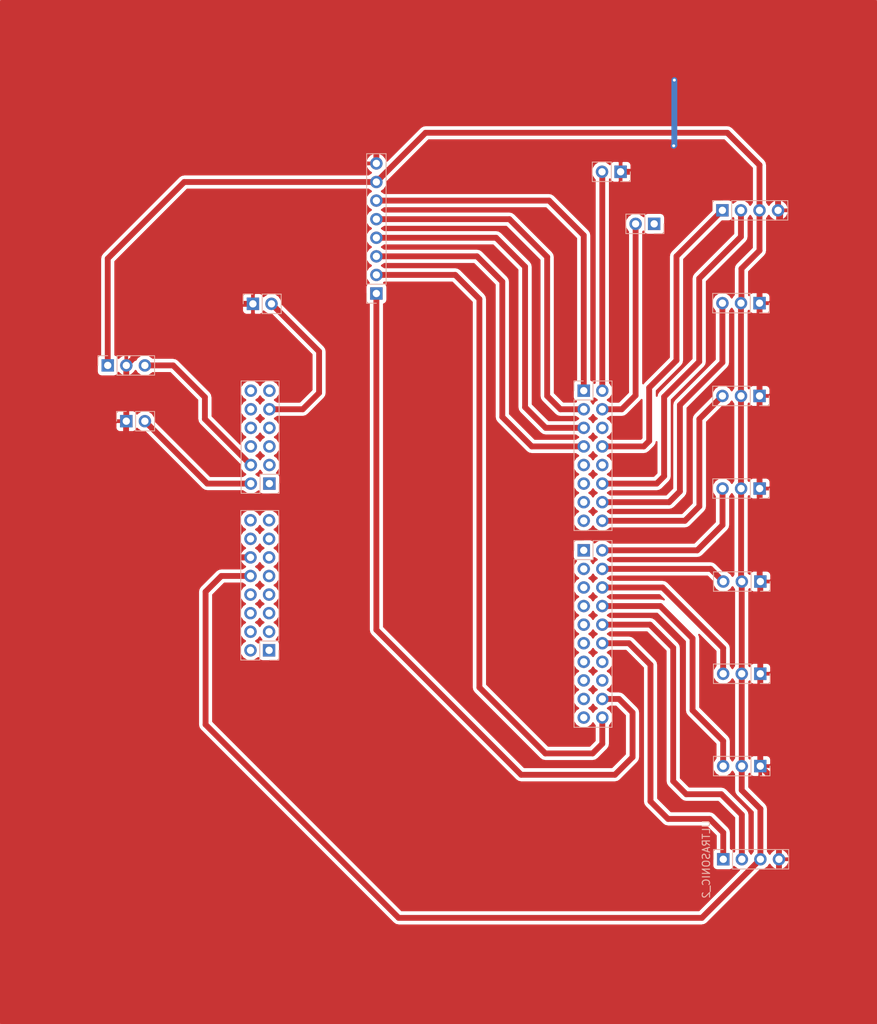
<source format=kicad_pcb>
(kicad_pcb (version 4) (host pcbnew 4.0.6)

  (general
    (links 44)
    (no_connects 0)
    (area 0 0 0 0)
    (thickness 1.6)
    (drawings 0)
    (tracks 170)
    (zones 0)
    (modules 18)
    (nets 66)
  )

  (page A4)
  (layers
    (0 F.Cu signal)
    (31 B.Cu signal)
    (32 B.Adhes user)
    (33 F.Adhes user)
    (34 B.Paste user)
    (35 F.Paste user)
    (36 B.SilkS user)
    (37 F.SilkS user)
    (38 B.Mask user)
    (39 F.Mask user)
    (40 Dwgs.User user)
    (41 Cmts.User user)
    (42 Eco1.User user)
    (43 Eco2.User user)
    (44 Edge.Cuts user)
    (45 Margin user)
    (46 B.CrtYd user)
    (47 F.CrtYd user)
    (48 B.Fab user)
    (49 F.Fab user)
  )

  (setup
    (last_trace_width 0.8)
    (trace_clearance 0.4)
    (zone_clearance 0.508)
    (zone_45_only no)
    (trace_min 0.2)
    (segment_width 0.2)
    (edge_width 0.1)
    (via_size 0.6)
    (via_drill 0.4)
    (via_min_size 0.4)
    (via_min_drill 0.3)
    (uvia_size 0.3)
    (uvia_drill 0.1)
    (uvias_allowed no)
    (uvia_min_size 0.2)
    (uvia_min_drill 0.1)
    (pcb_text_width 0.3)
    (pcb_text_size 1.5 1.5)
    (mod_edge_width 0.15)
    (mod_text_size 1 1)
    (mod_text_width 0.15)
    (pad_size 1.5 1.5)
    (pad_drill 0.6)
    (pad_to_mask_clearance 0)
    (aux_axis_origin 0 0)
    (visible_elements FFFFFF7F)
    (pcbplotparams
      (layerselection 0x00030_80000001)
      (usegerberextensions false)
      (excludeedgelayer true)
      (linewidth 0.100000)
      (plotframeref false)
      (viasonmask false)
      (mode 1)
      (useauxorigin false)
      (hpglpennumber 1)
      (hpglpenspeed 20)
      (hpglpendiameter 15)
      (hpglpenoverlay 2)
      (psnegative false)
      (psa4output false)
      (plotreference true)
      (plotvalue true)
      (plotinvisibletext false)
      (padsonsilk false)
      (subtractmaskfromsilk false)
      (outputformat 1)
      (mirror false)
      (drillshape 1)
      (scaleselection 1)
      (outputdirectory ""))
  )

  (net 0 "")
  (net 1 /GND)
  (net 2 /P5V_USB)
  (net 3 /BATTERY)
  (net 4 "Net-(BREAK1-Pad1)")
  (net 5 /BREAK)
  (net 6 /I2C_SDA)
  (net 7 /I2C_SCL)
  (net 8 /REV_M0)
  (net 9 /REV_M1)
  (net 10 /REV_M2)
  (net 11 /REV_M3)
  (net 12 "Net-(ENABLED1-Pad2)")
  (net 13 /HALL0_INT)
  (net 14 /HALL1_INT)
  (net 15 /HALL2_INT)
  (net 16 /HALL3_INT)
  (net 17 /HALL4_INT)
  (net 18 /HALL5_INT)
  (net 19 /HORN)
  (net 20 "Net-(J1-Pad6)")
  (net 21 /ULTRA1_TRIG)
  (net 22 "Net-(J1-Pad9)")
  (net 23 "Net-(J1-Pad10)")
  (net 24 "Net-(J1-Pad11)")
  (net 25 /ULTRA1_ECHO)
  (net 26 "Net-(J1-Pad13)")
  (net 27 "Net-(J1-Pad15)")
  (net 28 "Net-(J2-Pad1)")
  (net 29 "Net-(J2-Pad3)")
  (net 30 "Net-(J2-Pad5)")
  (net 31 "Net-(J2-Pad7)")
  (net 32 "Net-(J2-Pad9)")
  (net 33 /ULTRA2_ECHO)
  (net 34 "Net-(J2-Pad11)")
  (net 35 /ULTRA2_TRIG)
  (net 36 "Net-(J2-Pad13)")
  (net 37 "Net-(J2-Pad14)")
  (net 38 "Net-(J2-Pad15)")
  (net 39 "Net-(J2-Pad16)")
  (net 40 "Net-(J2-Pad17)")
  (net 41 "Net-(J2-Pad19)")
  (net 42 "Net-(J3-Pad1)")
  (net 43 "Net-(J3-Pad2)")
  (net 44 "Net-(J3-Pad3)")
  (net 45 "Net-(J3-Pad4)")
  (net 46 "Net-(J3-Pad5)")
  (net 47 "Net-(J3-Pad6)")
  (net 48 "Net-(J3-Pad7)")
  (net 49 "Net-(J3-Pad8)")
  (net 50 "Net-(J3-Pad9)")
  (net 51 "Net-(J3-Pad11)")
  (net 52 "Net-(J3-Pad13)")
  (net 53 "Net-(J3-Pad15)")
  (net 54 "Net-(J3-Pad16)")
  (net 55 "Net-(J4-Pad1)")
  (net 56 /POWER)
  (net 57 "Net-(J4-Pad3)")
  (net 58 "Net-(J4-Pad5)")
  (net 59 "Net-(J4-Pad6)")
  (net 60 "Net-(J4-Pad7)")
  (net 61 "Net-(J4-Pad8)")
  (net 62 "Net-(J4-Pad10)")
  (net 63 "Net-(J4-Pad11)")
  (net 64 "Net-(J4-Pad12)")
  (net 65 "Net-(J3-Pad14)")

  (net_class Default "This is the default net class."
    (clearance 0.4)
    (trace_width 0.8)
    (via_dia 0.6)
    (via_drill 0.4)
    (uvia_dia 0.3)
    (uvia_drill 0.1)
    (add_net /BATTERY)
    (add_net /BREAK)
    (add_net /GND)
    (add_net /HALL0_INT)
    (add_net /HALL1_INT)
    (add_net /HALL2_INT)
    (add_net /HALL3_INT)
    (add_net /HALL4_INT)
    (add_net /HALL5_INT)
    (add_net /HORN)
    (add_net /I2C_SCL)
    (add_net /I2C_SDA)
    (add_net /P5V_USB)
    (add_net /POWER)
    (add_net /REV_M0)
    (add_net /REV_M1)
    (add_net /REV_M2)
    (add_net /REV_M3)
    (add_net /ULTRA1_ECHO)
    (add_net /ULTRA1_TRIG)
    (add_net /ULTRA2_ECHO)
    (add_net /ULTRA2_TRIG)
    (add_net "Net-(BREAK1-Pad1)")
    (add_net "Net-(ENABLED1-Pad2)")
    (add_net "Net-(J1-Pad10)")
    (add_net "Net-(J1-Pad11)")
    (add_net "Net-(J1-Pad13)")
    (add_net "Net-(J1-Pad15)")
    (add_net "Net-(J1-Pad6)")
    (add_net "Net-(J1-Pad9)")
    (add_net "Net-(J2-Pad1)")
    (add_net "Net-(J2-Pad11)")
    (add_net "Net-(J2-Pad13)")
    (add_net "Net-(J2-Pad14)")
    (add_net "Net-(J2-Pad15)")
    (add_net "Net-(J2-Pad16)")
    (add_net "Net-(J2-Pad17)")
    (add_net "Net-(J2-Pad19)")
    (add_net "Net-(J2-Pad3)")
    (add_net "Net-(J2-Pad5)")
    (add_net "Net-(J2-Pad7)")
    (add_net "Net-(J2-Pad9)")
    (add_net "Net-(J3-Pad1)")
    (add_net "Net-(J3-Pad11)")
    (add_net "Net-(J3-Pad13)")
    (add_net "Net-(J3-Pad14)")
    (add_net "Net-(J3-Pad15)")
    (add_net "Net-(J3-Pad16)")
    (add_net "Net-(J3-Pad2)")
    (add_net "Net-(J3-Pad3)")
    (add_net "Net-(J3-Pad4)")
    (add_net "Net-(J3-Pad5)")
    (add_net "Net-(J3-Pad6)")
    (add_net "Net-(J3-Pad7)")
    (add_net "Net-(J3-Pad8)")
    (add_net "Net-(J3-Pad9)")
    (add_net "Net-(J4-Pad1)")
    (add_net "Net-(J4-Pad10)")
    (add_net "Net-(J4-Pad11)")
    (add_net "Net-(J4-Pad12)")
    (add_net "Net-(J4-Pad3)")
    (add_net "Net-(J4-Pad5)")
    (add_net "Net-(J4-Pad6)")
    (add_net "Net-(J4-Pad7)")
    (add_net "Net-(J4-Pad8)")
  )

  (module Pin_Headers:Pin_Header_Straight_1x04_Pitch2.54mm (layer B.Cu) (tedit 59A970CE) (tstamp 59A959C1)
    (at 143.83512 43.75072 270)
    (descr "Through hole straight pin header, 1x04, 2.54mm pitch, single row")
    (tags "Through hole pin header THT 1x04 2.54mm single row")
    (path /59A7544F)
    (fp_text reference ULTRASONIC_1 (at 0 2.33 270) (layer B.SilkS) hide
      (effects (font (size 1 1) (thickness 0.15)) (justify mirror))
    )
    (fp_text value CONN_01X04 (at 0 -9.95 270) (layer B.Fab) hide
      (effects (font (size 1 1) (thickness 0.15)) (justify mirror))
    )
    (fp_line (start -0.635 1.27) (end 1.27 1.27) (layer B.Fab) (width 0.1))
    (fp_line (start 1.27 1.27) (end 1.27 -8.89) (layer B.Fab) (width 0.1))
    (fp_line (start 1.27 -8.89) (end -1.27 -8.89) (layer B.Fab) (width 0.1))
    (fp_line (start -1.27 -8.89) (end -1.27 0.635) (layer B.Fab) (width 0.1))
    (fp_line (start -1.27 0.635) (end -0.635 1.27) (layer B.Fab) (width 0.1))
    (fp_line (start -1.33 -8.95) (end 1.33 -8.95) (layer B.SilkS) (width 0.12))
    (fp_line (start -1.33 -1.27) (end -1.33 -8.95) (layer B.SilkS) (width 0.12))
    (fp_line (start 1.33 -1.27) (end 1.33 -8.95) (layer B.SilkS) (width 0.12))
    (fp_line (start -1.33 -1.27) (end 1.33 -1.27) (layer B.SilkS) (width 0.12))
    (fp_line (start -1.33 0) (end -1.33 1.33) (layer B.SilkS) (width 0.12))
    (fp_line (start -1.33 1.33) (end 0 1.33) (layer B.SilkS) (width 0.12))
    (fp_line (start -1.8 1.8) (end -1.8 -9.4) (layer B.CrtYd) (width 0.05))
    (fp_line (start -1.8 -9.4) (end 1.8 -9.4) (layer B.CrtYd) (width 0.05))
    (fp_line (start 1.8 -9.4) (end 1.8 1.8) (layer B.CrtYd) (width 0.05))
    (fp_line (start 1.8 1.8) (end -1.8 1.8) (layer B.CrtYd) (width 0.05))
    (fp_text user %R (at -0.11176 -15.0876 540) (layer B.Fab)
      (effects (font (size 1 1) (thickness 0.15)) (justify mirror))
    )
    (pad 1 thru_hole rect (at 0 0 270) (size 1.7 1.7) (drill 1) (layers *.Cu *.Mask)
      (net 21 /ULTRA1_TRIG))
    (pad 2 thru_hole oval (at 0 -2.54 270) (size 1.7 1.7) (drill 1) (layers *.Cu *.Mask)
      (net 25 /ULTRA1_ECHO))
    (pad 3 thru_hole oval (at 0 -5.08 270) (size 1.7 1.7) (drill 1) (layers *.Cu *.Mask)
      (net 2 /P5V_USB))
    (pad 4 thru_hole oval (at 0 -7.62 270) (size 1.7 1.7) (drill 1) (layers *.Cu *.Mask)
      (net 1 /GND))
    (model ${KISYS3DMOD}/Pin_Headers.3dshapes/Pin_Header_Straight_1x04_Pitch2.54mm.wrl
      (at (xyz 0 0 0))
      (scale (xyz 1 1 1))
      (rotate (xyz 0 0 0))
    )
  )

  (module Pin_Headers:Pin_Header_Straight_1x03_Pitch2.54mm (layer B.Cu) (tedit 59A97D9D) (tstamp 59A9592C)
    (at 59.7408 64.9478 270)
    (descr "Through hole straight pin header, 1x03, 2.54mm pitch, single row")
    (tags "Through hole pin header THT 1x03 2.54mm single row")
    (path /59A782AE)
    (fp_text reference BATTERY1 (at 0 2.33 270) (layer B.SilkS) hide
      (effects (font (size 1 1) (thickness 0.15)) (justify mirror))
    )
    (fp_text value CONN_01X03 (at 0 -7.41 270) (layer B.Fab) hide
      (effects (font (size 1 1) (thickness 0.15)) (justify mirror))
    )
    (fp_line (start -0.635 1.27) (end 1.27 1.27) (layer B.Fab) (width 0.1))
    (fp_line (start 1.27 1.27) (end 1.27 -6.35) (layer B.Fab) (width 0.1))
    (fp_line (start 1.27 -6.35) (end -1.27 -6.35) (layer B.Fab) (width 0.1))
    (fp_line (start -1.27 -6.35) (end -1.27 0.635) (layer B.Fab) (width 0.1))
    (fp_line (start -1.27 0.635) (end -0.635 1.27) (layer B.Fab) (width 0.1))
    (fp_line (start -1.33 -6.41) (end 1.33 -6.41) (layer B.SilkS) (width 0.12))
    (fp_line (start -1.33 -1.27) (end -1.33 -6.41) (layer B.SilkS) (width 0.12))
    (fp_line (start 1.33 -1.27) (end 1.33 -6.41) (layer B.SilkS) (width 0.12))
    (fp_line (start -1.33 -1.27) (end 1.33 -1.27) (layer B.SilkS) (width 0.12))
    (fp_line (start -1.33 0) (end -1.33 1.33) (layer B.SilkS) (width 0.12))
    (fp_line (start -1.33 1.33) (end 0 1.33) (layer B.SilkS) (width 0.12))
    (fp_line (start -1.8 1.8) (end -1.8 -6.85) (layer B.CrtYd) (width 0.05))
    (fp_line (start -1.8 -6.85) (end 1.8 -6.85) (layer B.CrtYd) (width 0.05))
    (fp_line (start 1.8 -6.85) (end 1.8 1.8) (layer B.CrtYd) (width 0.05))
    (fp_line (start 1.8 1.8) (end -1.8 1.8) (layer B.CrtYd) (width 0.05))
    (fp_text user %R (at -2.80924 -2.17424 540) (layer B.Fab)
      (effects (font (size 1 1) (thickness 0.15)) (justify mirror))
    )
    (pad 1 thru_hole rect (at 0 0 270) (size 1.7 1.7) (drill 1) (layers *.Cu *.Mask)
      (net 2 /P5V_USB))
    (pad 2 thru_hole oval (at 0 -2.54 270) (size 1.7 1.7) (drill 1) (layers *.Cu *.Mask)
      (net 1 /GND))
    (pad 3 thru_hole oval (at 0 -5.08 270) (size 1.7 1.7) (drill 1) (layers *.Cu *.Mask)
      (net 3 /BATTERY))
    (model ${KISYS3DMOD}/Pin_Headers.3dshapes/Pin_Header_Straight_1x03_Pitch2.54mm.wrl
      (at (xyz 0 0 0))
      (scale (xyz 1 1 1))
      (rotate (xyz 0 0 0))
    )
  )

  (module Pin_Headers:Pin_Header_Straight_1x02_Pitch2.54mm (layer B.Cu) (tedit 59A97132) (tstamp 59A95932)
    (at 134.50316 45.59808 90)
    (descr "Through hole straight pin header, 1x02, 2.54mm pitch, single row")
    (tags "Through hole pin header THT 1x02 2.54mm single row")
    (path /59A7518F)
    (fp_text reference BREAK1 (at 0 2.33 90) (layer B.SilkS) hide
      (effects (font (size 1 1) (thickness 0.15)) (justify mirror))
    )
    (fp_text value CONN_01X02 (at 0 -4.87 90) (layer B.Fab) hide
      (effects (font (size 1 1) (thickness 0.15)) (justify mirror))
    )
    (fp_line (start -0.635 1.27) (end 1.27 1.27) (layer B.Fab) (width 0.1))
    (fp_line (start 1.27 1.27) (end 1.27 -3.81) (layer B.Fab) (width 0.1))
    (fp_line (start 1.27 -3.81) (end -1.27 -3.81) (layer B.Fab) (width 0.1))
    (fp_line (start -1.27 -3.81) (end -1.27 0.635) (layer B.Fab) (width 0.1))
    (fp_line (start -1.27 0.635) (end -0.635 1.27) (layer B.Fab) (width 0.1))
    (fp_line (start -1.33 -3.87) (end 1.33 -3.87) (layer B.SilkS) (width 0.12))
    (fp_line (start -1.33 -1.27) (end -1.33 -3.87) (layer B.SilkS) (width 0.12))
    (fp_line (start 1.33 -1.27) (end 1.33 -3.87) (layer B.SilkS) (width 0.12))
    (fp_line (start -1.33 -1.27) (end 1.33 -1.27) (layer B.SilkS) (width 0.12))
    (fp_line (start -1.33 0) (end -1.33 1.33) (layer B.SilkS) (width 0.12))
    (fp_line (start -1.33 1.33) (end 0 1.33) (layer B.SilkS) (width 0.12))
    (fp_line (start -1.8 1.8) (end -1.8 -4.35) (layer B.CrtYd) (width 0.05))
    (fp_line (start -1.8 -4.35) (end 1.8 -4.35) (layer B.CrtYd) (width 0.05))
    (fp_line (start 1.8 -4.35) (end 1.8 1.8) (layer B.CrtYd) (width 0.05))
    (fp_line (start 1.8 1.8) (end -1.8 1.8) (layer B.CrtYd) (width 0.05))
    (fp_text user %R (at 2.794 -1.397 360) (layer B.Fab)
      (effects (font (size 1 1) (thickness 0.15)) (justify mirror))
    )
    (pad 1 thru_hole rect (at 0 0 90) (size 1.7 1.7) (drill 1) (layers *.Cu *.Mask)
      (net 4 "Net-(BREAK1-Pad1)"))
    (pad 2 thru_hole oval (at 0 -2.54 90) (size 1.7 1.7) (drill 1) (layers *.Cu *.Mask)
      (net 5 /BREAK))
    (model ${KISYS3DMOD}/Pin_Headers.3dshapes/Pin_Header_Straight_1x02_Pitch2.54mm.wrl
      (at (xyz 0 0 0))
      (scale (xyz 1 1 1))
      (rotate (xyz 0 0 0))
    )
  )

  (module Pin_Headers:Pin_Header_Straight_1x08_Pitch2.54mm (layer B.Cu) (tedit 59A97F99) (tstamp 59A95937)
    (at 96.4946 55.118)
    (descr "Through hole straight pin header, 1x08, 2.54mm pitch, single row")
    (tags "Through hole pin header THT 1x08 2.54mm single row")
    (path /59A56E32)
    (fp_text reference CINTA1 (at 0 2.33) (layer B.SilkS) hide
      (effects (font (size 1 1) (thickness 0.15)) (justify mirror))
    )
    (fp_text value CONN_01X8 (at 0 -20.11) (layer B.Fab) hide
      (effects (font (size 1 1) (thickness 0.15)) (justify mirror))
    )
    (fp_line (start -0.635 1.27) (end 1.27 1.27) (layer B.Fab) (width 0.1))
    (fp_line (start 1.27 1.27) (end 1.27 -19.05) (layer B.Fab) (width 0.1))
    (fp_line (start 1.27 -19.05) (end -1.27 -19.05) (layer B.Fab) (width 0.1))
    (fp_line (start -1.27 -19.05) (end -1.27 0.635) (layer B.Fab) (width 0.1))
    (fp_line (start -1.27 0.635) (end -0.635 1.27) (layer B.Fab) (width 0.1))
    (fp_line (start -1.33 -19.11) (end 1.33 -19.11) (layer B.SilkS) (width 0.12))
    (fp_line (start -1.33 -1.27) (end -1.33 -19.11) (layer B.SilkS) (width 0.12))
    (fp_line (start 1.33 -1.27) (end 1.33 -19.11) (layer B.SilkS) (width 0.12))
    (fp_line (start -1.33 -1.27) (end 1.33 -1.27) (layer B.SilkS) (width 0.12))
    (fp_line (start -1.33 0) (end -1.33 1.33) (layer B.SilkS) (width 0.12))
    (fp_line (start -1.33 1.33) (end 0 1.33) (layer B.SilkS) (width 0.12))
    (fp_line (start -1.8 1.8) (end -1.8 -19.55) (layer B.CrtYd) (width 0.05))
    (fp_line (start -1.8 -19.55) (end 1.8 -19.55) (layer B.CrtYd) (width 0.05))
    (fp_line (start 1.8 -19.55) (end 1.8 1.8) (layer B.CrtYd) (width 0.05))
    (fp_line (start 1.8 1.8) (end -1.8 1.8) (layer B.CrtYd) (width 0.05))
    (fp_text user %R (at -3.23088 -8.68172 270) (layer B.Fab)
      (effects (font (size 1 1) (thickness 0.15)) (justify mirror))
    )
    (pad 1 thru_hole rect (at 0 0) (size 1.7 1.7) (drill 1) (layers *.Cu *.Mask)
      (net 6 /I2C_SDA))
    (pad 2 thru_hole oval (at 0 -2.54) (size 1.7 1.7) (drill 1) (layers *.Cu *.Mask)
      (net 7 /I2C_SCL))
    (pad 3 thru_hole oval (at 0 -5.08) (size 1.7 1.7) (drill 1) (layers *.Cu *.Mask)
      (net 8 /REV_M0))
    (pad 4 thru_hole oval (at 0 -7.62) (size 1.7 1.7) (drill 1) (layers *.Cu *.Mask)
      (net 9 /REV_M1))
    (pad 5 thru_hole oval (at 0 -10.16) (size 1.7 1.7) (drill 1) (layers *.Cu *.Mask)
      (net 10 /REV_M2))
    (pad 6 thru_hole oval (at 0 -12.7) (size 1.7 1.7) (drill 1) (layers *.Cu *.Mask)
      (net 11 /REV_M3))
    (pad 7 thru_hole oval (at 0 -15.24) (size 1.7 1.7) (drill 1) (layers *.Cu *.Mask)
      (net 2 /P5V_USB))
    (pad 8 thru_hole oval (at 0 -17.78) (size 1.7 1.7) (drill 1) (layers *.Cu *.Mask)
      (net 1 /GND))
    (model ${KISYS3DMOD}/Pin_Headers.3dshapes/Pin_Header_Straight_1x08_Pitch2.54mm.wrl
      (at (xyz 0 0 0))
      (scale (xyz 1 1 1))
      (rotate (xyz 0 0 0))
    )
  )

  (module Pin_Headers:Pin_Header_Straight_1x02_Pitch2.54mm (layer B.Cu) (tedit 59A9712E) (tstamp 59A95942)
    (at 129.9083 38.481 90)
    (descr "Through hole straight pin header, 1x02, 2.54mm pitch, single row")
    (tags "Through hole pin header THT 1x02 2.54mm single row")
    (path /59A7425C)
    (fp_text reference ENABLED1 (at 0 2.33 90) (layer B.SilkS) hide
      (effects (font (size 1 1) (thickness 0.15)) (justify mirror))
    )
    (fp_text value CONN_01X02 (at 0 -4.87 90) (layer B.Fab) hide
      (effects (font (size 1 1) (thickness 0.15)) (justify mirror))
    )
    (fp_line (start -0.635 1.27) (end 1.27 1.27) (layer B.Fab) (width 0.1))
    (fp_line (start 1.27 1.27) (end 1.27 -3.81) (layer B.Fab) (width 0.1))
    (fp_line (start 1.27 -3.81) (end -1.27 -3.81) (layer B.Fab) (width 0.1))
    (fp_line (start -1.27 -3.81) (end -1.27 0.635) (layer B.Fab) (width 0.1))
    (fp_line (start -1.27 0.635) (end -0.635 1.27) (layer B.Fab) (width 0.1))
    (fp_line (start -1.33 -3.87) (end 1.33 -3.87) (layer B.SilkS) (width 0.12))
    (fp_line (start -1.33 -1.27) (end -1.33 -3.87) (layer B.SilkS) (width 0.12))
    (fp_line (start 1.33 -1.27) (end 1.33 -3.87) (layer B.SilkS) (width 0.12))
    (fp_line (start -1.33 -1.27) (end 1.33 -1.27) (layer B.SilkS) (width 0.12))
    (fp_line (start -1.33 0) (end -1.33 1.33) (layer B.SilkS) (width 0.12))
    (fp_line (start -1.33 1.33) (end 0 1.33) (layer B.SilkS) (width 0.12))
    (fp_line (start -1.8 1.8) (end -1.8 -4.35) (layer B.CrtYd) (width 0.05))
    (fp_line (start -1.8 -4.35) (end 1.8 -4.35) (layer B.CrtYd) (width 0.05))
    (fp_line (start 1.8 -4.35) (end 1.8 1.8) (layer B.CrtYd) (width 0.05))
    (fp_line (start 1.8 1.8) (end -1.8 1.8) (layer B.CrtYd) (width 0.05))
    (fp_text user %R (at 3.0734 -1.22936 360) (layer B.Fab)
      (effects (font (size 1 1) (thickness 0.15)) (justify mirror))
    )
    (pad 1 thru_hole rect (at 0 0 90) (size 1.7 1.7) (drill 1) (layers *.Cu *.Mask)
      (net 1 /GND))
    (pad 2 thru_hole oval (at 0 -2.54 90) (size 1.7 1.7) (drill 1) (layers *.Cu *.Mask)
      (net 12 "Net-(ENABLED1-Pad2)"))
    (model ${KISYS3DMOD}/Pin_Headers.3dshapes/Pin_Header_Straight_1x02_Pitch2.54mm.wrl
      (at (xyz 0 0 0))
      (scale (xyz 1 1 1))
      (rotate (xyz 0 0 0))
    )
  )

  (module Pin_Headers:Pin_Header_Straight_1x03_Pitch2.54mm (layer B.Cu) (tedit 59A97A2E) (tstamp 59A95947)
    (at 149.0218 119.71704 90)
    (descr "Through hole straight pin header, 1x03, 2.54mm pitch, single row")
    (tags "Through hole pin header THT 1x03 2.54mm single row")
    (path /59A628C1)
    (fp_text reference HALL_0 (at 0 2.33 90) (layer B.SilkS) hide
      (effects (font (size 1 1) (thickness 0.15)) (justify mirror))
    )
    (fp_text value CONN_01X03 (at 0 -7.41 90) (layer B.Fab) hide
      (effects (font (size 1 1) (thickness 0.15)) (justify mirror))
    )
    (fp_line (start -0.635 1.27) (end 1.27 1.27) (layer B.Fab) (width 0.1))
    (fp_line (start 1.27 1.27) (end 1.27 -6.35) (layer B.Fab) (width 0.1))
    (fp_line (start 1.27 -6.35) (end -1.27 -6.35) (layer B.Fab) (width 0.1))
    (fp_line (start -1.27 -6.35) (end -1.27 0.635) (layer B.Fab) (width 0.1))
    (fp_line (start -1.27 0.635) (end -0.635 1.27) (layer B.Fab) (width 0.1))
    (fp_line (start -1.33 -6.41) (end 1.33 -6.41) (layer B.SilkS) (width 0.12))
    (fp_line (start -1.33 -1.27) (end -1.33 -6.41) (layer B.SilkS) (width 0.12))
    (fp_line (start 1.33 -1.27) (end 1.33 -6.41) (layer B.SilkS) (width 0.12))
    (fp_line (start -1.33 -1.27) (end 1.33 -1.27) (layer B.SilkS) (width 0.12))
    (fp_line (start -1.33 0) (end -1.33 1.33) (layer B.SilkS) (width 0.12))
    (fp_line (start -1.33 1.33) (end 0 1.33) (layer B.SilkS) (width 0.12))
    (fp_line (start -1.8 1.8) (end -1.8 -6.85) (layer B.CrtYd) (width 0.05))
    (fp_line (start -1.8 -6.85) (end 1.8 -6.85) (layer B.CrtYd) (width 0.05))
    (fp_line (start 1.8 -6.85) (end 1.8 1.8) (layer B.CrtYd) (width 0.05))
    (fp_line (start 1.8 1.8) (end -1.8 1.8) (layer B.CrtYd) (width 0.05))
    (fp_text user %R (at 0.26084 4.7752 360) (layer B.Fab)
      (effects (font (size 1 1) (thickness 0.15)) (justify mirror))
    )
    (pad 1 thru_hole rect (at 0 0 90) (size 1.7 1.7) (drill 1) (layers *.Cu *.Mask)
      (net 1 /GND))
    (pad 2 thru_hole oval (at 0 -2.54 90) (size 1.7 1.7) (drill 1) (layers *.Cu *.Mask)
      (net 2 /P5V_USB))
    (pad 3 thru_hole oval (at 0 -5.08 90) (size 1.7 1.7) (drill 1) (layers *.Cu *.Mask)
      (net 13 /HALL0_INT))
    (model ${KISYS3DMOD}/Pin_Headers.3dshapes/Pin_Header_Straight_1x03_Pitch2.54mm.wrl
      (at (xyz 0 0 0))
      (scale (xyz 1 1 1))
      (rotate (xyz 0 0 0))
    )
  )

  (module Pin_Headers:Pin_Header_Straight_1x03_Pitch2.54mm (layer B.Cu) (tedit 59A979CD) (tstamp 59A9594D)
    (at 149.0218 107.09324 90)
    (descr "Through hole straight pin header, 1x03, 2.54mm pitch, single row")
    (tags "Through hole pin header THT 1x03 2.54mm single row")
    (path /59A6286E)
    (fp_text reference HALL_1 (at 0 2.33 90) (layer B.SilkS) hide
      (effects (font (size 1 1) (thickness 0.15)) (justify mirror))
    )
    (fp_text value CONN_01X03 (at 0 -7.41 90) (layer B.Fab) hide
      (effects (font (size 1 1) (thickness 0.15)) (justify mirror))
    )
    (fp_line (start -0.635 1.27) (end 1.27 1.27) (layer B.Fab) (width 0.1))
    (fp_line (start 1.27 1.27) (end 1.27 -6.35) (layer B.Fab) (width 0.1))
    (fp_line (start 1.27 -6.35) (end -1.27 -6.35) (layer B.Fab) (width 0.1))
    (fp_line (start -1.27 -6.35) (end -1.27 0.635) (layer B.Fab) (width 0.1))
    (fp_line (start -1.27 0.635) (end -0.635 1.27) (layer B.Fab) (width 0.1))
    (fp_line (start -1.33 -6.41) (end 1.33 -6.41) (layer B.SilkS) (width 0.12))
    (fp_line (start -1.33 -1.27) (end -1.33 -6.41) (layer B.SilkS) (width 0.12))
    (fp_line (start 1.33 -1.27) (end 1.33 -6.41) (layer B.SilkS) (width 0.12))
    (fp_line (start -1.33 -1.27) (end 1.33 -1.27) (layer B.SilkS) (width 0.12))
    (fp_line (start -1.33 0) (end -1.33 1.33) (layer B.SilkS) (width 0.12))
    (fp_line (start -1.33 1.33) (end 0 1.33) (layer B.SilkS) (width 0.12))
    (fp_line (start -1.8 1.8) (end -1.8 -6.85) (layer B.CrtYd) (width 0.05))
    (fp_line (start -1.8 -6.85) (end 1.8 -6.85) (layer B.CrtYd) (width 0.05))
    (fp_line (start 1.8 -6.85) (end 1.8 1.8) (layer B.CrtYd) (width 0.05))
    (fp_line (start 1.8 1.8) (end -1.8 1.8) (layer B.CrtYd) (width 0.05))
    (fp_text user %R (at 0.32434 5.3848 360) (layer B.Fab)
      (effects (font (size 1 1) (thickness 0.15)) (justify mirror))
    )
    (pad 1 thru_hole rect (at 0 0 90) (size 1.7 1.7) (drill 1) (layers *.Cu *.Mask)
      (net 1 /GND))
    (pad 2 thru_hole oval (at 0 -2.54 90) (size 1.7 1.7) (drill 1) (layers *.Cu *.Mask)
      (net 2 /P5V_USB))
    (pad 3 thru_hole oval (at 0 -5.08 90) (size 1.7 1.7) (drill 1) (layers *.Cu *.Mask)
      (net 14 /HALL1_INT))
    (model ${KISYS3DMOD}/Pin_Headers.3dshapes/Pin_Header_Straight_1x03_Pitch2.54mm.wrl
      (at (xyz 0 0 0))
      (scale (xyz 1 1 1))
      (rotate (xyz 0 0 0))
    )
  )

  (module Pin_Headers:Pin_Header_Straight_1x03_Pitch2.54mm (layer B.Cu) (tedit 59A97788) (tstamp 59A95953)
    (at 149.03196 94.48976 90)
    (descr "Through hole straight pin header, 1x03, 2.54mm pitch, single row")
    (tags "Through hole pin header THT 1x03 2.54mm single row")
    (path /59A6281A)
    (fp_text reference HALL_2 (at 0 2.33 90) (layer B.SilkS) hide
      (effects (font (size 1 1) (thickness 0.15)) (justify mirror))
    )
    (fp_text value CONN_01X03 (at 0 -7.41 90) (layer B.Fab) hide
      (effects (font (size 1 1) (thickness 0.15)) (justify mirror))
    )
    (fp_line (start -0.635 1.27) (end 1.27 1.27) (layer B.Fab) (width 0.1))
    (fp_line (start 1.27 1.27) (end 1.27 -6.35) (layer B.Fab) (width 0.1))
    (fp_line (start 1.27 -6.35) (end -1.27 -6.35) (layer B.Fab) (width 0.1))
    (fp_line (start -1.27 -6.35) (end -1.27 0.635) (layer B.Fab) (width 0.1))
    (fp_line (start -1.27 0.635) (end -0.635 1.27) (layer B.Fab) (width 0.1))
    (fp_line (start -1.33 -6.41) (end 1.33 -6.41) (layer B.SilkS) (width 0.12))
    (fp_line (start -1.33 -1.27) (end -1.33 -6.41) (layer B.SilkS) (width 0.12))
    (fp_line (start 1.33 -1.27) (end 1.33 -6.41) (layer B.SilkS) (width 0.12))
    (fp_line (start -1.33 -1.27) (end 1.33 -1.27) (layer B.SilkS) (width 0.12))
    (fp_line (start -1.33 0) (end -1.33 1.33) (layer B.SilkS) (width 0.12))
    (fp_line (start -1.33 1.33) (end 0 1.33) (layer B.SilkS) (width 0.12))
    (fp_line (start -1.8 1.8) (end -1.8 -6.85) (layer B.CrtYd) (width 0.05))
    (fp_line (start -1.8 -6.85) (end 1.8 -6.85) (layer B.CrtYd) (width 0.05))
    (fp_line (start 1.8 -6.85) (end 1.8 1.8) (layer B.CrtYd) (width 0.05))
    (fp_line (start 1.8 1.8) (end -1.8 1.8) (layer B.CrtYd) (width 0.05))
    (fp_text user %R (at 0.09066 4.79044 360) (layer B.Fab)
      (effects (font (size 1 1) (thickness 0.15)) (justify mirror))
    )
    (pad 1 thru_hole rect (at 0 0 90) (size 1.7 1.7) (drill 1) (layers *.Cu *.Mask)
      (net 1 /GND))
    (pad 2 thru_hole oval (at 0 -2.54 90) (size 1.7 1.7) (drill 1) (layers *.Cu *.Mask)
      (net 2 /P5V_USB))
    (pad 3 thru_hole oval (at 0 -5.08 90) (size 1.7 1.7) (drill 1) (layers *.Cu *.Mask)
      (net 15 /HALL2_INT))
    (model ${KISYS3DMOD}/Pin_Headers.3dshapes/Pin_Header_Straight_1x03_Pitch2.54mm.wrl
      (at (xyz 0 0 0))
      (scale (xyz 1 1 1))
      (rotate (xyz 0 0 0))
    )
  )

  (module Pin_Headers:Pin_Header_Straight_1x03_Pitch2.54mm (layer B.Cu) (tedit 59A96FB2) (tstamp 59A95959)
    (at 148.93544 81.77784 90)
    (descr "Through hole straight pin header, 1x03, 2.54mm pitch, single row")
    (tags "Through hole pin header THT 1x03 2.54mm single row")
    (path /59A62B04)
    (fp_text reference HALL_3 (at 0 2.33 90) (layer B.SilkS) hide
      (effects (font (size 1 1) (thickness 0.15)) (justify mirror))
    )
    (fp_text value CONN_01X03 (at 0 -7.41 90) (layer B.Fab) hide
      (effects (font (size 1 1) (thickness 0.15)) (justify mirror))
    )
    (fp_line (start -0.635 1.27) (end 1.27 1.27) (layer B.Fab) (width 0.1))
    (fp_line (start 1.27 1.27) (end 1.27 -6.35) (layer B.Fab) (width 0.1))
    (fp_line (start 1.27 -6.35) (end -1.27 -6.35) (layer B.Fab) (width 0.1))
    (fp_line (start -1.27 -6.35) (end -1.27 0.635) (layer B.Fab) (width 0.1))
    (fp_line (start -1.27 0.635) (end -0.635 1.27) (layer B.Fab) (width 0.1))
    (fp_line (start -1.33 -6.41) (end 1.33 -6.41) (layer B.SilkS) (width 0.12))
    (fp_line (start -1.33 -1.27) (end -1.33 -6.41) (layer B.SilkS) (width 0.12))
    (fp_line (start 1.33 -1.27) (end 1.33 -6.41) (layer B.SilkS) (width 0.12))
    (fp_line (start -1.33 -1.27) (end 1.33 -1.27) (layer B.SilkS) (width 0.12))
    (fp_line (start -1.33 0) (end -1.33 1.33) (layer B.SilkS) (width 0.12))
    (fp_line (start -1.33 1.33) (end 0 1.33) (layer B.SilkS) (width 0.12))
    (fp_line (start -1.8 1.8) (end -1.8 -6.85) (layer B.CrtYd) (width 0.05))
    (fp_line (start -1.8 -6.85) (end 1.8 -6.85) (layer B.CrtYd) (width 0.05))
    (fp_line (start 1.8 -6.85) (end 1.8 1.8) (layer B.CrtYd) (width 0.05))
    (fp_line (start 1.8 1.8) (end -1.8 1.8) (layer B.CrtYd) (width 0.05))
    (fp_text user %R (at 0.0254 4.67868 360) (layer B.Fab)
      (effects (font (size 1 1) (thickness 0.15)) (justify mirror))
    )
    (pad 1 thru_hole rect (at 0 0 90) (size 1.7 1.7) (drill 1) (layers *.Cu *.Mask)
      (net 1 /GND))
    (pad 2 thru_hole oval (at 0 -2.54 90) (size 1.7 1.7) (drill 1) (layers *.Cu *.Mask)
      (net 2 /P5V_USB))
    (pad 3 thru_hole oval (at 0 -5.08 90) (size 1.7 1.7) (drill 1) (layers *.Cu *.Mask)
      (net 16 /HALL3_INT))
    (model ${KISYS3DMOD}/Pin_Headers.3dshapes/Pin_Header_Straight_1x03_Pitch2.54mm.wrl
      (at (xyz 0 0 0))
      (scale (xyz 1 1 1))
      (rotate (xyz 0 0 0))
    )
  )

  (module Pin_Headers:Pin_Header_Straight_1x03_Pitch2.54mm (layer B.Cu) (tedit 59A96FCB) (tstamp 59A9595F)
    (at 148.9202 69.12024 90)
    (descr "Through hole straight pin header, 1x03, 2.54mm pitch, single row")
    (tags "Through hole pin header THT 1x03 2.54mm single row")
    (path /59A62B66)
    (fp_text reference HALL_4 (at 0 2.33 90) (layer B.SilkS) hide
      (effects (font (size 1 1) (thickness 0.15)) (justify mirror))
    )
    (fp_text value CONN_01X03 (at 0 -7.41 90) (layer B.Fab) hide
      (effects (font (size 1 1) (thickness 0.15)) (justify mirror))
    )
    (fp_line (start -0.635 1.27) (end 1.27 1.27) (layer B.Fab) (width 0.1))
    (fp_line (start 1.27 1.27) (end 1.27 -6.35) (layer B.Fab) (width 0.1))
    (fp_line (start 1.27 -6.35) (end -1.27 -6.35) (layer B.Fab) (width 0.1))
    (fp_line (start -1.27 -6.35) (end -1.27 0.635) (layer B.Fab) (width 0.1))
    (fp_line (start -1.27 0.635) (end -0.635 1.27) (layer B.Fab) (width 0.1))
    (fp_line (start -1.33 -6.41) (end 1.33 -6.41) (layer B.SilkS) (width 0.12))
    (fp_line (start -1.33 -1.27) (end -1.33 -6.41) (layer B.SilkS) (width 0.12))
    (fp_line (start 1.33 -1.27) (end 1.33 -6.41) (layer B.SilkS) (width 0.12))
    (fp_line (start -1.33 -1.27) (end 1.33 -1.27) (layer B.SilkS) (width 0.12))
    (fp_line (start -1.33 0) (end -1.33 1.33) (layer B.SilkS) (width 0.12))
    (fp_line (start -1.33 1.33) (end 0 1.33) (layer B.SilkS) (width 0.12))
    (fp_line (start -1.8 1.8) (end -1.8 -6.85) (layer B.CrtYd) (width 0.05))
    (fp_line (start -1.8 -6.85) (end 1.8 -6.85) (layer B.CrtYd) (width 0.05))
    (fp_line (start 1.8 -6.85) (end 1.8 1.8) (layer B.CrtYd) (width 0.05))
    (fp_line (start 1.8 1.8) (end -1.8 1.8) (layer B.CrtYd) (width 0.05))
    (fp_text user %R (at 0.15748 5.7912 360) (layer B.Fab)
      (effects (font (size 1 1) (thickness 0.15)) (justify mirror))
    )
    (pad 1 thru_hole rect (at 0 0 90) (size 1.7 1.7) (drill 1) (layers *.Cu *.Mask)
      (net 1 /GND))
    (pad 2 thru_hole oval (at 0 -2.54 90) (size 1.7 1.7) (drill 1) (layers *.Cu *.Mask)
      (net 2 /P5V_USB))
    (pad 3 thru_hole oval (at 0 -5.08 90) (size 1.7 1.7) (drill 1) (layers *.Cu *.Mask)
      (net 17 /HALL4_INT))
    (model ${KISYS3DMOD}/Pin_Headers.3dshapes/Pin_Header_Straight_1x03_Pitch2.54mm.wrl
      (at (xyz 0 0 0))
      (scale (xyz 1 1 1))
      (rotate (xyz 0 0 0))
    )
  )

  (module Pin_Headers:Pin_Header_Straight_1x03_Pitch2.54mm (layer B.Cu) (tedit 59A96FBB) (tstamp 59A95965)
    (at 148.9202 56.43548 90)
    (descr "Through hole straight pin header, 1x03, 2.54mm pitch, single row")
    (tags "Through hole pin header THT 1x03 2.54mm single row")
    (path /59A62BBD)
    (fp_text reference HALL_5 (at 0 2.33 90) (layer B.SilkS) hide
      (effects (font (size 1 1) (thickness 0.15)) (justify mirror))
    )
    (fp_text value CONN_01X03 (at 0 -7.41 90) (layer B.Fab) hide
      (effects (font (size 1 1) (thickness 0.15)) (justify mirror))
    )
    (fp_line (start -0.635 1.27) (end 1.27 1.27) (layer B.Fab) (width 0.1))
    (fp_line (start 1.27 1.27) (end 1.27 -6.35) (layer B.Fab) (width 0.1))
    (fp_line (start 1.27 -6.35) (end -1.27 -6.35) (layer B.Fab) (width 0.1))
    (fp_line (start -1.27 -6.35) (end -1.27 0.635) (layer B.Fab) (width 0.1))
    (fp_line (start -1.27 0.635) (end -0.635 1.27) (layer B.Fab) (width 0.1))
    (fp_line (start -1.33 -6.41) (end 1.33 -6.41) (layer B.SilkS) (width 0.12))
    (fp_line (start -1.33 -1.27) (end -1.33 -6.41) (layer B.SilkS) (width 0.12))
    (fp_line (start 1.33 -1.27) (end 1.33 -6.41) (layer B.SilkS) (width 0.12))
    (fp_line (start -1.33 -1.27) (end 1.33 -1.27) (layer B.SilkS) (width 0.12))
    (fp_line (start -1.33 0) (end -1.33 1.33) (layer B.SilkS) (width 0.12))
    (fp_line (start -1.33 1.33) (end 0 1.33) (layer B.SilkS) (width 0.12))
    (fp_line (start -1.8 1.8) (end -1.8 -6.85) (layer B.CrtYd) (width 0.05))
    (fp_line (start -1.8 -6.85) (end 1.8 -6.85) (layer B.CrtYd) (width 0.05))
    (fp_line (start 1.8 -6.85) (end 1.8 1.8) (layer B.CrtYd) (width 0.05))
    (fp_line (start 1.8 1.8) (end -1.8 1.8) (layer B.CrtYd) (width 0.05))
    (fp_text user %R (at 0.16256 5.28828 360) (layer B.Fab)
      (effects (font (size 1 1) (thickness 0.15)) (justify mirror))
    )
    (pad 1 thru_hole rect (at 0 0 90) (size 1.7 1.7) (drill 1) (layers *.Cu *.Mask)
      (net 1 /GND))
    (pad 2 thru_hole oval (at 0 -2.54 90) (size 1.7 1.7) (drill 1) (layers *.Cu *.Mask)
      (net 2 /P5V_USB))
    (pad 3 thru_hole oval (at 0 -5.08 90) (size 1.7 1.7) (drill 1) (layers *.Cu *.Mask)
      (net 18 /HALL5_INT))
    (model ${KISYS3DMOD}/Pin_Headers.3dshapes/Pin_Header_Straight_1x03_Pitch2.54mm.wrl
      (at (xyz 0 0 0))
      (scale (xyz 1 1 1))
      (rotate (xyz 0 0 0))
    )
  )

  (module Pin_Headers:Pin_Header_Straight_1x02_Pitch2.54mm (layer B.Cu) (tedit 59A97F6B) (tstamp 59A9596B)
    (at 79.6036 56.53024 270)
    (descr "Through hole straight pin header, 1x02, 2.54mm pitch, single row")
    (tags "Through hole pin header THT 1x02 2.54mm single row")
    (path /59A73ED7)
    (fp_text reference HORN1 (at 0 2.33 270) (layer B.SilkS) hide
      (effects (font (size 1 1) (thickness 0.15)) (justify mirror))
    )
    (fp_text value CONN_01X02 (at 0 -4.87 270) (layer B.Fab) hide
      (effects (font (size 1 1) (thickness 0.15)) (justify mirror))
    )
    (fp_line (start -0.635 1.27) (end 1.27 1.27) (layer B.Fab) (width 0.1))
    (fp_line (start 1.27 1.27) (end 1.27 -3.81) (layer B.Fab) (width 0.1))
    (fp_line (start 1.27 -3.81) (end -1.27 -3.81) (layer B.Fab) (width 0.1))
    (fp_line (start -1.27 -3.81) (end -1.27 0.635) (layer B.Fab) (width 0.1))
    (fp_line (start -1.27 0.635) (end -0.635 1.27) (layer B.Fab) (width 0.1))
    (fp_line (start -1.33 -3.87) (end 1.33 -3.87) (layer B.SilkS) (width 0.12))
    (fp_line (start -1.33 -1.27) (end -1.33 -3.87) (layer B.SilkS) (width 0.12))
    (fp_line (start 1.33 -1.27) (end 1.33 -3.87) (layer B.SilkS) (width 0.12))
    (fp_line (start -1.33 -1.27) (end 1.33 -1.27) (layer B.SilkS) (width 0.12))
    (fp_line (start -1.33 0) (end -1.33 1.33) (layer B.SilkS) (width 0.12))
    (fp_line (start -1.33 1.33) (end 0 1.33) (layer B.SilkS) (width 0.12))
    (fp_line (start -1.8 1.8) (end -1.8 -4.35) (layer B.CrtYd) (width 0.05))
    (fp_line (start -1.8 -4.35) (end 1.8 -4.35) (layer B.CrtYd) (width 0.05))
    (fp_line (start 1.8 -4.35) (end 1.8 1.8) (layer B.CrtYd) (width 0.05))
    (fp_line (start 1.8 1.8) (end -1.8 1.8) (layer B.CrtYd) (width 0.05))
    (fp_text user %R (at -2.82956 -1.08712 540) (layer B.Fab)
      (effects (font (size 1 1) (thickness 0.15)) (justify mirror))
    )
    (pad 1 thru_hole rect (at 0 0 270) (size 1.7 1.7) (drill 1) (layers *.Cu *.Mask)
      (net 1 /GND))
    (pad 2 thru_hole oval (at 0 -2.54 270) (size 1.7 1.7) (drill 1) (layers *.Cu *.Mask)
      (net 19 /HORN))
    (model ${KISYS3DMOD}/Pin_Headers.3dshapes/Pin_Header_Straight_1x02_Pitch2.54mm.wrl
      (at (xyz 0 0 0))
      (scale (xyz 1 1 1))
      (rotate (xyz 0 0 0))
    )
  )

  (module Socket_Strips:Socket_Strip_Straight_2x08_Pitch2.54mm (layer B.Cu) (tedit 59A95F65) (tstamp 59A95970)
    (at 124.8664 68.4022 180)
    (descr "Through hole straight socket strip, 2x08, 2.54mm pitch, double rows")
    (tags "Through hole socket strip THT 2x08 2.54mm double row")
    (path /59A5637F)
    (fp_text reference J1 (at -1.27 2.33 180) (layer B.SilkS) hide
      (effects (font (size 1 1) (thickness 0.15)) (justify mirror))
    )
    (fp_text value CONN_02X08 (at -1.27 -20.11 180) (layer B.Fab) hide
      (effects (font (size 1 1) (thickness 0.15)) (justify mirror))
    )
    (fp_line (start -3.81 1.27) (end -3.81 -19.05) (layer B.Fab) (width 0.1))
    (fp_line (start -3.81 -19.05) (end 1.27 -19.05) (layer B.Fab) (width 0.1))
    (fp_line (start 1.27 -19.05) (end 1.27 1.27) (layer B.Fab) (width 0.1))
    (fp_line (start 1.27 1.27) (end -3.81 1.27) (layer B.Fab) (width 0.1))
    (fp_line (start 1.33 -1.27) (end 1.33 -19.11) (layer B.SilkS) (width 0.12))
    (fp_line (start 1.33 -19.11) (end -3.87 -19.11) (layer B.SilkS) (width 0.12))
    (fp_line (start -3.87 -19.11) (end -3.87 1.33) (layer B.SilkS) (width 0.12))
    (fp_line (start -3.87 1.33) (end -1.27 1.33) (layer B.SilkS) (width 0.12))
    (fp_line (start -1.27 1.33) (end -1.27 -1.27) (layer B.SilkS) (width 0.12))
    (fp_line (start -1.27 -1.27) (end 1.33 -1.27) (layer B.SilkS) (width 0.12))
    (fp_line (start 1.33 0) (end 1.33 1.33) (layer B.SilkS) (width 0.12))
    (fp_line (start 1.33 1.33) (end 0.06 1.33) (layer B.SilkS) (width 0.12))
    (fp_line (start -4.35 1.8) (end -4.35 -19.55) (layer B.CrtYd) (width 0.05))
    (fp_line (start -4.35 -19.55) (end 1.8 -19.55) (layer B.CrtYd) (width 0.05))
    (fp_line (start 1.8 -19.55) (end 1.8 1.8) (layer B.CrtYd) (width 0.05))
    (fp_line (start 1.8 1.8) (end -4.35 1.8) (layer B.CrtYd) (width 0.05))
    (fp_text user %R (at -1.27 2.33 180) (layer B.Fab)
      (effects (font (size 1 1) (thickness 0.15)) (justify mirror))
    )
    (pad 1 thru_hole rect (at 0 0 180) (size 1.7 1.7) (drill 1) (layers *.Cu *.Mask)
      (net 11 /REV_M3))
    (pad 2 thru_hole oval (at -2.54 0 180) (size 1.7 1.7) (drill 1) (layers *.Cu *.Mask)
      (net 12 "Net-(ENABLED1-Pad2)"))
    (pad 3 thru_hole oval (at 0 -2.54 180) (size 1.7 1.7) (drill 1) (layers *.Cu *.Mask)
      (net 10 /REV_M2))
    (pad 4 thru_hole oval (at -2.54 -2.54 180) (size 1.7 1.7) (drill 1) (layers *.Cu *.Mask)
      (net 5 /BREAK))
    (pad 5 thru_hole oval (at 0 -5.08 180) (size 1.7 1.7) (drill 1) (layers *.Cu *.Mask)
      (net 9 /REV_M1))
    (pad 6 thru_hole oval (at -2.54 -5.08 180) (size 1.7 1.7) (drill 1) (layers *.Cu *.Mask)
      (net 20 "Net-(J1-Pad6)"))
    (pad 7 thru_hole oval (at 0 -7.62 180) (size 1.7 1.7) (drill 1) (layers *.Cu *.Mask)
      (net 8 /REV_M0))
    (pad 8 thru_hole oval (at -2.54 -7.62 180) (size 1.7 1.7) (drill 1) (layers *.Cu *.Mask)
      (net 21 /ULTRA1_TRIG))
    (pad 9 thru_hole oval (at 0 -10.16 180) (size 1.7 1.7) (drill 1) (layers *.Cu *.Mask)
      (net 22 "Net-(J1-Pad9)"))
    (pad 10 thru_hole oval (at -2.54 -10.16 180) (size 1.7 1.7) (drill 1) (layers *.Cu *.Mask)
      (net 23 "Net-(J1-Pad10)"))
    (pad 11 thru_hole oval (at 0 -12.7 180) (size 1.7 1.7) (drill 1) (layers *.Cu *.Mask)
      (net 24 "Net-(J1-Pad11)"))
    (pad 12 thru_hole oval (at -2.54 -12.7 180) (size 1.7 1.7) (drill 1) (layers *.Cu *.Mask)
      (net 25 /ULTRA1_ECHO))
    (pad 13 thru_hole oval (at 0 -15.24 180) (size 1.7 1.7) (drill 1) (layers *.Cu *.Mask)
      (net 26 "Net-(J1-Pad13)"))
    (pad 14 thru_hole oval (at -2.54 -15.24 180) (size 1.7 1.7) (drill 1) (layers *.Cu *.Mask)
      (net 18 /HALL5_INT))
    (pad 15 thru_hole oval (at 0 -17.78 180) (size 1.7 1.7) (drill 1) (layers *.Cu *.Mask)
      (net 27 "Net-(J1-Pad15)"))
    (pad 16 thru_hole oval (at -2.54 -17.78 180) (size 1.7 1.7) (drill 1) (layers *.Cu *.Mask)
      (net 17 /HALL4_INT))
    (model ${KISYS3DMOD}/Socket_Strips.3dshapes/Socket_Strip_Straight_2x08_Pitch2.54mm.wrl
      (at (xyz -0.05 -0.35 0))
      (scale (xyz 1 1 1))
      (rotate (xyz 0 0 270))
    )
  )

  (module Socket_Strips:Socket_Strip_Straight_2x10_Pitch2.54mm (layer B.Cu) (tedit 59A95F88) (tstamp 59A95983)
    (at 124.8664 90.2222 180)
    (descr "Through hole straight socket strip, 2x10, 2.54mm pitch, double rows")
    (tags "Through hole socket strip THT 2x10 2.54mm double row")
    (path /59A56583)
    (fp_text reference J2 (at -1.27 2.33 180) (layer B.SilkS) hide
      (effects (font (size 1 1) (thickness 0.15)) (justify mirror))
    )
    (fp_text value CONN_02X10 (at -1.27 -25.19 180) (layer B.Fab) hide
      (effects (font (size 1 1) (thickness 0.15)) (justify mirror))
    )
    (fp_line (start -3.81 1.27) (end -3.81 -24.13) (layer B.Fab) (width 0.1))
    (fp_line (start -3.81 -24.13) (end 1.27 -24.13) (layer B.Fab) (width 0.1))
    (fp_line (start 1.27 -24.13) (end 1.27 1.27) (layer B.Fab) (width 0.1))
    (fp_line (start 1.27 1.27) (end -3.81 1.27) (layer B.Fab) (width 0.1))
    (fp_line (start 1.33 -1.27) (end 1.33 -24.19) (layer B.SilkS) (width 0.12))
    (fp_line (start 1.33 -24.19) (end -3.87 -24.19) (layer B.SilkS) (width 0.12))
    (fp_line (start -3.87 -24.19) (end -3.87 1.33) (layer B.SilkS) (width 0.12))
    (fp_line (start -3.87 1.33) (end -1.27 1.33) (layer B.SilkS) (width 0.12))
    (fp_line (start -1.27 1.33) (end -1.27 -1.27) (layer B.SilkS) (width 0.12))
    (fp_line (start -1.27 -1.27) (end 1.33 -1.27) (layer B.SilkS) (width 0.12))
    (fp_line (start 1.33 0) (end 1.33 1.33) (layer B.SilkS) (width 0.12))
    (fp_line (start 1.33 1.33) (end 0.06 1.33) (layer B.SilkS) (width 0.12))
    (fp_line (start -4.35 1.8) (end -4.35 -24.65) (layer B.CrtYd) (width 0.05))
    (fp_line (start -4.35 -24.65) (end 1.8 -24.65) (layer B.CrtYd) (width 0.05))
    (fp_line (start 1.8 -24.65) (end 1.8 1.8) (layer B.CrtYd) (width 0.05))
    (fp_line (start 1.8 1.8) (end -4.35 1.8) (layer B.CrtYd) (width 0.05))
    (fp_text user %R (at 2.65684 1.2968 180) (layer B.Fab)
      (effects (font (size 1 1) (thickness 0.15)) (justify mirror))
    )
    (pad 1 thru_hole rect (at 0 0 180) (size 1.7 1.7) (drill 1) (layers *.Cu *.Mask)
      (net 28 "Net-(J2-Pad1)"))
    (pad 2 thru_hole oval (at -2.54 0 180) (size 1.7 1.7) (drill 1) (layers *.Cu *.Mask)
      (net 16 /HALL3_INT))
    (pad 3 thru_hole oval (at 0 -2.54 180) (size 1.7 1.7) (drill 1) (layers *.Cu *.Mask)
      (net 29 "Net-(J2-Pad3)"))
    (pad 4 thru_hole oval (at -2.54 -2.54 180) (size 1.7 1.7) (drill 1) (layers *.Cu *.Mask)
      (net 15 /HALL2_INT))
    (pad 5 thru_hole oval (at 0 -5.08 180) (size 1.7 1.7) (drill 1) (layers *.Cu *.Mask)
      (net 30 "Net-(J2-Pad5)"))
    (pad 6 thru_hole oval (at -2.54 -5.08 180) (size 1.7 1.7) (drill 1) (layers *.Cu *.Mask)
      (net 14 /HALL1_INT))
    (pad 7 thru_hole oval (at 0 -7.62 180) (size 1.7 1.7) (drill 1) (layers *.Cu *.Mask)
      (net 31 "Net-(J2-Pad7)"))
    (pad 8 thru_hole oval (at -2.54 -7.62 180) (size 1.7 1.7) (drill 1) (layers *.Cu *.Mask)
      (net 13 /HALL0_INT))
    (pad 9 thru_hole oval (at 0 -10.16 180) (size 1.7 1.7) (drill 1) (layers *.Cu *.Mask)
      (net 32 "Net-(J2-Pad9)"))
    (pad 10 thru_hole oval (at -2.54 -10.16 180) (size 1.7 1.7) (drill 1) (layers *.Cu *.Mask)
      (net 33 /ULTRA2_ECHO))
    (pad 11 thru_hole oval (at 0 -12.7 180) (size 1.7 1.7) (drill 1) (layers *.Cu *.Mask)
      (net 34 "Net-(J2-Pad11)"))
    (pad 12 thru_hole oval (at -2.54 -12.7 180) (size 1.7 1.7) (drill 1) (layers *.Cu *.Mask)
      (net 35 /ULTRA2_TRIG))
    (pad 13 thru_hole oval (at 0 -15.24 180) (size 1.7 1.7) (drill 1) (layers *.Cu *.Mask)
      (net 36 "Net-(J2-Pad13)"))
    (pad 14 thru_hole oval (at -2.54 -15.24 180) (size 1.7 1.7) (drill 1) (layers *.Cu *.Mask)
      (net 37 "Net-(J2-Pad14)"))
    (pad 15 thru_hole oval (at 0 -17.78 180) (size 1.7 1.7) (drill 1) (layers *.Cu *.Mask)
      (net 38 "Net-(J2-Pad15)"))
    (pad 16 thru_hole oval (at -2.54 -17.78 180) (size 1.7 1.7) (drill 1) (layers *.Cu *.Mask)
      (net 39 "Net-(J2-Pad16)"))
    (pad 17 thru_hole oval (at 0 -20.32 180) (size 1.7 1.7) (drill 1) (layers *.Cu *.Mask)
      (net 40 "Net-(J2-Pad17)"))
    (pad 18 thru_hole oval (at -2.54 -20.32 180) (size 1.7 1.7) (drill 1) (layers *.Cu *.Mask)
      (net 6 /I2C_SDA))
    (pad 19 thru_hole oval (at 0 -22.86 180) (size 1.7 1.7) (drill 1) (layers *.Cu *.Mask)
      (net 41 "Net-(J2-Pad19)"))
    (pad 20 thru_hole oval (at -2.54 -22.86 180) (size 1.7 1.7) (drill 1) (layers *.Cu *.Mask)
      (net 7 /I2C_SCL))
    (model ${KISYS3DMOD}/Socket_Strips.3dshapes/Socket_Strip_Straight_2x10_Pitch2.54mm.wrl
      (at (xyz -0.05 -0.45 0))
      (scale (xyz 1 1 1))
      (rotate (xyz 0 0 270))
    )
  )

  (module Socket_Strips:Socket_Strip_Straight_2x08_Pitch2.54mm (layer B.Cu) (tedit 59A96062) (tstamp 59A9599A)
    (at 81.8134 103.8892)
    (descr "Through hole straight socket strip, 2x08, 2.54mm pitch, double rows")
    (tags "Through hole socket strip THT 2x08 2.54mm double row")
    (path /59A56825)
    (fp_text reference J3 (at -1.27 2.33) (layer B.SilkS) hide
      (effects (font (size 1 1) (thickness 0.15)) (justify mirror))
    )
    (fp_text value CONN_02X08 (at -1.27 -20.11) (layer B.Fab) hide
      (effects (font (size 1 1) (thickness 0.15)) (justify mirror))
    )
    (fp_line (start -3.81 1.27) (end -3.81 -19.05) (layer B.Fab) (width 0.1))
    (fp_line (start -3.81 -19.05) (end 1.27 -19.05) (layer B.Fab) (width 0.1))
    (fp_line (start 1.27 -19.05) (end 1.27 1.27) (layer B.Fab) (width 0.1))
    (fp_line (start 1.27 1.27) (end -3.81 1.27) (layer B.Fab) (width 0.1))
    (fp_line (start 1.33 -1.27) (end 1.33 -19.11) (layer B.SilkS) (width 0.12))
    (fp_line (start 1.33 -19.11) (end -3.87 -19.11) (layer B.SilkS) (width 0.12))
    (fp_line (start -3.87 -19.11) (end -3.87 1.33) (layer B.SilkS) (width 0.12))
    (fp_line (start -3.87 1.33) (end -1.27 1.33) (layer B.SilkS) (width 0.12))
    (fp_line (start -1.27 1.33) (end -1.27 -1.27) (layer B.SilkS) (width 0.12))
    (fp_line (start -1.27 -1.27) (end 1.33 -1.27) (layer B.SilkS) (width 0.12))
    (fp_line (start 1.33 0) (end 1.33 1.33) (layer B.SilkS) (width 0.12))
    (fp_line (start 1.33 1.33) (end 0.06 1.33) (layer B.SilkS) (width 0.12))
    (fp_line (start -4.35 1.8) (end -4.35 -19.55) (layer B.CrtYd) (width 0.05))
    (fp_line (start -4.35 -19.55) (end 1.8 -19.55) (layer B.CrtYd) (width 0.05))
    (fp_line (start 1.8 -19.55) (end 1.8 1.8) (layer B.CrtYd) (width 0.05))
    (fp_line (start 1.8 1.8) (end -4.35 1.8) (layer B.CrtYd) (width 0.05))
    (fp_text user %R (at -1.27 2.33) (layer B.Fab)
      (effects (font (size 1 1) (thickness 0.15)) (justify mirror))
    )
    (pad 1 thru_hole rect (at 0 0) (size 1.7 1.7) (drill 1) (layers *.Cu *.Mask)
      (net 42 "Net-(J3-Pad1)"))
    (pad 2 thru_hole oval (at -2.54 0) (size 1.7 1.7) (drill 1) (layers *.Cu *.Mask)
      (net 43 "Net-(J3-Pad2)"))
    (pad 3 thru_hole oval (at 0 -2.54) (size 1.7 1.7) (drill 1) (layers *.Cu *.Mask)
      (net 44 "Net-(J3-Pad3)"))
    (pad 4 thru_hole oval (at -2.54 -2.54) (size 1.7 1.7) (drill 1) (layers *.Cu *.Mask)
      (net 45 "Net-(J3-Pad4)"))
    (pad 5 thru_hole oval (at 0 -5.08) (size 1.7 1.7) (drill 1) (layers *.Cu *.Mask)
      (net 46 "Net-(J3-Pad5)"))
    (pad 6 thru_hole oval (at -2.54 -5.08) (size 1.7 1.7) (drill 1) (layers *.Cu *.Mask)
      (net 47 "Net-(J3-Pad6)"))
    (pad 7 thru_hole oval (at 0 -7.62) (size 1.7 1.7) (drill 1) (layers *.Cu *.Mask)
      (net 48 "Net-(J3-Pad7)"))
    (pad 8 thru_hole oval (at -2.54 -7.62) (size 1.7 1.7) (drill 1) (layers *.Cu *.Mask)
      (net 49 "Net-(J3-Pad8)"))
    (pad 9 thru_hole oval (at 0 -10.16) (size 1.7 1.7) (drill 1) (layers *.Cu *.Mask)
      (net 50 "Net-(J3-Pad9)"))
    (pad 10 thru_hole oval (at -2.54 -10.16) (size 1.7 1.7) (drill 1) (layers *.Cu *.Mask)
      (net 2 /P5V_USB))
    (pad 11 thru_hole oval (at 0 -12.7) (size 1.7 1.7) (drill 1) (layers *.Cu *.Mask)
      (net 51 "Net-(J3-Pad11)"))
    (pad 12 thru_hole oval (at -2.54 -12.7) (size 1.7 1.7) (drill 1) (layers *.Cu *.Mask)
      (net 1 /GND))
    (pad 13 thru_hole oval (at 0 -15.24) (size 1.7 1.7) (drill 1) (layers *.Cu *.Mask)
      (net 52 "Net-(J3-Pad13)"))
    (pad 14 thru_hole oval (at -2.54 -15.24) (size 1.7 1.7) (drill 1) (layers *.Cu *.Mask)
      (net 65 "Net-(J3-Pad14)"))
    (pad 15 thru_hole oval (at 0 -17.78) (size 1.7 1.7) (drill 1) (layers *.Cu *.Mask)
      (net 53 "Net-(J3-Pad15)"))
    (pad 16 thru_hole oval (at -2.54 -17.78) (size 1.7 1.7) (drill 1) (layers *.Cu *.Mask)
      (net 54 "Net-(J3-Pad16)"))
    (model ${KISYS3DMOD}/Socket_Strips.3dshapes/Socket_Strip_Straight_2x08_Pitch2.54mm.wrl
      (at (xyz -0.05 -0.35 0))
      (scale (xyz 1 1 1))
      (rotate (xyz 0 0 270))
    )
  )

  (module Socket_Strips:Socket_Strip_Straight_2x06_Pitch2.54mm (layer B.Cu) (tedit 59A97F77) (tstamp 59A959AD)
    (at 81.8564 81.1022)
    (descr "Through hole straight socket strip, 2x06, 2.54mm pitch, double rows")
    (tags "Through hole socket strip THT 2x06 2.54mm double row")
    (path /59A56952)
    (fp_text reference J4 (at -1.27 2.33) (layer B.SilkS) hide
      (effects (font (size 1 1) (thickness 0.15)) (justify mirror))
    )
    (fp_text value CONN_02X06 (at -1.27 -15.03) (layer B.Fab) hide
      (effects (font (size 1 1) (thickness 0.15)) (justify mirror))
    )
    (fp_line (start -3.81 1.27) (end -3.81 -13.97) (layer B.Fab) (width 0.1))
    (fp_line (start -3.81 -13.97) (end 1.27 -13.97) (layer B.Fab) (width 0.1))
    (fp_line (start 1.27 -13.97) (end 1.27 1.27) (layer B.Fab) (width 0.1))
    (fp_line (start 1.27 1.27) (end -3.81 1.27) (layer B.Fab) (width 0.1))
    (fp_line (start 1.33 -1.27) (end 1.33 -14.03) (layer B.SilkS) (width 0.12))
    (fp_line (start 1.33 -14.03) (end -3.87 -14.03) (layer B.SilkS) (width 0.12))
    (fp_line (start -3.87 -14.03) (end -3.87 1.33) (layer B.SilkS) (width 0.12))
    (fp_line (start -3.87 1.33) (end -1.27 1.33) (layer B.SilkS) (width 0.12))
    (fp_line (start -1.27 1.33) (end -1.27 -1.27) (layer B.SilkS) (width 0.12))
    (fp_line (start -1.27 -1.27) (end 1.33 -1.27) (layer B.SilkS) (width 0.12))
    (fp_line (start 1.33 0) (end 1.33 1.33) (layer B.SilkS) (width 0.12))
    (fp_line (start 1.33 1.33) (end 0.06 1.33) (layer B.SilkS) (width 0.12))
    (fp_line (start -4.35 1.8) (end -4.35 -14.5) (layer B.CrtYd) (width 0.05))
    (fp_line (start -4.35 -14.5) (end 1.8 -14.5) (layer B.CrtYd) (width 0.05))
    (fp_line (start 1.8 -14.5) (end 1.8 1.8) (layer B.CrtYd) (width 0.05))
    (fp_line (start 1.8 1.8) (end -4.35 1.8) (layer B.CrtYd) (width 0.05))
    (fp_text user %R (at -1.27 2.33) (layer B.Fab)
      (effects (font (size 1 1) (thickness 0.15)) (justify mirror))
    )
    (pad 1 thru_hole rect (at 0 0) (size 1.7 1.7) (drill 1) (layers *.Cu *.Mask)
      (net 55 "Net-(J4-Pad1)"))
    (pad 2 thru_hole oval (at -2.54 0) (size 1.7 1.7) (drill 1) (layers *.Cu *.Mask)
      (net 56 /POWER))
    (pad 3 thru_hole oval (at 0 -2.54) (size 1.7 1.7) (drill 1) (layers *.Cu *.Mask)
      (net 57 "Net-(J4-Pad3)"))
    (pad 4 thru_hole oval (at -2.54 -2.54) (size 1.7 1.7) (drill 1) (layers *.Cu *.Mask)
      (net 3 /BATTERY))
    (pad 5 thru_hole oval (at 0 -5.08) (size 1.7 1.7) (drill 1) (layers *.Cu *.Mask)
      (net 58 "Net-(J4-Pad5)"))
    (pad 6 thru_hole oval (at -2.54 -5.08) (size 1.7 1.7) (drill 1) (layers *.Cu *.Mask)
      (net 59 "Net-(J4-Pad6)"))
    (pad 7 thru_hole oval (at 0 -7.62) (size 1.7 1.7) (drill 1) (layers *.Cu *.Mask)
      (net 60 "Net-(J4-Pad7)"))
    (pad 8 thru_hole oval (at -2.54 -7.62) (size 1.7 1.7) (drill 1) (layers *.Cu *.Mask)
      (net 61 "Net-(J4-Pad8)"))
    (pad 9 thru_hole oval (at 0 -10.16) (size 1.7 1.7) (drill 1) (layers *.Cu *.Mask)
      (net 19 /HORN))
    (pad 10 thru_hole oval (at -2.54 -10.16) (size 1.7 1.7) (drill 1) (layers *.Cu *.Mask)
      (net 62 "Net-(J4-Pad10)"))
    (pad 11 thru_hole oval (at 0 -12.7) (size 1.7 1.7) (drill 1) (layers *.Cu *.Mask)
      (net 63 "Net-(J4-Pad11)"))
    (pad 12 thru_hole oval (at -2.54 -12.7) (size 1.7 1.7) (drill 1) (layers *.Cu *.Mask)
      (net 64 "Net-(J4-Pad12)"))
    (model ${KISYS3DMOD}/Socket_Strips.3dshapes/Socket_Strip_Straight_2x06_Pitch2.54mm.wrl
      (at (xyz -0.05 -0.25 0))
      (scale (xyz 1 1 1))
      (rotate (xyz 0 0 270))
    )
  )

  (module Pin_Headers:Pin_Header_Straight_1x02_Pitch2.54mm (layer B.Cu) (tedit 59A97DA3) (tstamp 59A959BC)
    (at 62.2808 72.5678 270)
    (descr "Through hole straight pin header, 1x02, 2.54mm pitch, single row")
    (tags "Through hole pin header THT 1x02 2.54mm single row")
    (path /59A7846D)
    (fp_text reference POWER1 (at 0 2.33 270) (layer B.SilkS) hide
      (effects (font (size 1 1) (thickness 0.15)) (justify mirror))
    )
    (fp_text value CONN_01X02 (at 0 -4.87 270) (layer B.Fab) hide
      (effects (font (size 1 1) (thickness 0.15)) (justify mirror))
    )
    (fp_line (start -0.635 1.27) (end 1.27 1.27) (layer B.Fab) (width 0.1))
    (fp_line (start 1.27 1.27) (end 1.27 -3.81) (layer B.Fab) (width 0.1))
    (fp_line (start 1.27 -3.81) (end -1.27 -3.81) (layer B.Fab) (width 0.1))
    (fp_line (start -1.27 -3.81) (end -1.27 0.635) (layer B.Fab) (width 0.1))
    (fp_line (start -1.27 0.635) (end -0.635 1.27) (layer B.Fab) (width 0.1))
    (fp_line (start -1.33 -3.87) (end 1.33 -3.87) (layer B.SilkS) (width 0.12))
    (fp_line (start -1.33 -1.27) (end -1.33 -3.87) (layer B.SilkS) (width 0.12))
    (fp_line (start 1.33 -1.27) (end 1.33 -3.87) (layer B.SilkS) (width 0.12))
    (fp_line (start -1.33 -1.27) (end 1.33 -1.27) (layer B.SilkS) (width 0.12))
    (fp_line (start -1.33 0) (end -1.33 1.33) (layer B.SilkS) (width 0.12))
    (fp_line (start -1.33 1.33) (end 0 1.33) (layer B.SilkS) (width 0.12))
    (fp_line (start -1.8 1.8) (end -1.8 -4.35) (layer B.CrtYd) (width 0.05))
    (fp_line (start -1.8 -4.35) (end 1.8 -4.35) (layer B.CrtYd) (width 0.05))
    (fp_line (start 1.8 -4.35) (end 1.8 1.8) (layer B.CrtYd) (width 0.05))
    (fp_line (start 1.8 1.8) (end -1.8 1.8) (layer B.CrtYd) (width 0.05))
    (fp_text user %R (at -0.09144 5.11556 540) (layer B.Fab)
      (effects (font (size 1 1) (thickness 0.15)) (justify mirror))
    )
    (pad 1 thru_hole rect (at 0 0 270) (size 1.7 1.7) (drill 1) (layers *.Cu *.Mask)
      (net 1 /GND))
    (pad 2 thru_hole oval (at 0 -2.54 270) (size 1.7 1.7) (drill 1) (layers *.Cu *.Mask)
      (net 56 /POWER))
    (model ${KISYS3DMOD}/Pin_Headers.3dshapes/Pin_Header_Straight_1x02_Pitch2.54mm.wrl
      (at (xyz 0 0 0))
      (scale (xyz 1 1 1))
      (rotate (xyz 0 0 0))
    )
  )

  (module Pin_Headers:Pin_Header_Straight_1x04_Pitch2.54mm (layer B.Cu) (tedit 59650532) (tstamp 59A959C8)
    (at 143.95704 132.45084 270)
    (descr "Through hole straight pin header, 1x04, 2.54mm pitch, single row")
    (tags "Through hole pin header THT 1x04 2.54mm single row")
    (path /59A76608)
    (fp_text reference ULTRASONIC_2 (at 0 2.33 270) (layer B.SilkS)
      (effects (font (size 1 1) (thickness 0.15)) (justify mirror))
    )
    (fp_text value CONN_01X04 (at 0 -9.95 270) (layer B.Fab)
      (effects (font (size 1 1) (thickness 0.15)) (justify mirror))
    )
    (fp_line (start -0.635 1.27) (end 1.27 1.27) (layer B.Fab) (width 0.1))
    (fp_line (start 1.27 1.27) (end 1.27 -8.89) (layer B.Fab) (width 0.1))
    (fp_line (start 1.27 -8.89) (end -1.27 -8.89) (layer B.Fab) (width 0.1))
    (fp_line (start -1.27 -8.89) (end -1.27 0.635) (layer B.Fab) (width 0.1))
    (fp_line (start -1.27 0.635) (end -0.635 1.27) (layer B.Fab) (width 0.1))
    (fp_line (start -1.33 -8.95) (end 1.33 -8.95) (layer B.SilkS) (width 0.12))
    (fp_line (start -1.33 -1.27) (end -1.33 -8.95) (layer B.SilkS) (width 0.12))
    (fp_line (start 1.33 -1.27) (end 1.33 -8.95) (layer B.SilkS) (width 0.12))
    (fp_line (start -1.33 -1.27) (end 1.33 -1.27) (layer B.SilkS) (width 0.12))
    (fp_line (start -1.33 0) (end -1.33 1.33) (layer B.SilkS) (width 0.12))
    (fp_line (start -1.33 1.33) (end 0 1.33) (layer B.SilkS) (width 0.12))
    (fp_line (start -1.8 1.8) (end -1.8 -9.4) (layer B.CrtYd) (width 0.05))
    (fp_line (start -1.8 -9.4) (end 1.8 -9.4) (layer B.CrtYd) (width 0.05))
    (fp_line (start 1.8 -9.4) (end 1.8 1.8) (layer B.CrtYd) (width 0.05))
    (fp_line (start 1.8 1.8) (end -1.8 1.8) (layer B.CrtYd) (width 0.05))
    (fp_text user %R (at 0 -3.81 540) (layer B.Fab)
      (effects (font (size 1 1) (thickness 0.15)) (justify mirror))
    )
    (pad 1 thru_hole rect (at 0 0 270) (size 1.7 1.7) (drill 1) (layers *.Cu *.Mask)
      (net 35 /ULTRA2_TRIG))
    (pad 2 thru_hole oval (at 0 -2.54 270) (size 1.7 1.7) (drill 1) (layers *.Cu *.Mask)
      (net 33 /ULTRA2_ECHO))
    (pad 3 thru_hole oval (at 0 -5.08 270) (size 1.7 1.7) (drill 1) (layers *.Cu *.Mask)
      (net 2 /P5V_USB))
    (pad 4 thru_hole oval (at 0 -7.62 270) (size 1.7 1.7) (drill 1) (layers *.Cu *.Mask)
      (net 1 /GND))
    (model ${KISYS3DMOD}/Pin_Headers.3dshapes/Pin_Header_Straight_1x04_Pitch2.54mm.wrl
      (at (xyz 0 0 0))
      (scale (xyz 1 1 1))
      (rotate (xyz 0 0 0))
    )
  )

  (segment (start 129.9083 38.481) (end 133.61924 38.481) (width 0.8) (layer F.Cu) (net 1) (status 400000))
  (segment (start 137.3505 26.03754) (end 137.3505 30.48) (width 0.8) (layer F.Cu) (net 1) (tstamp 59A982A3))
  (segment (start 137.2616 25.94864) (end 137.3505 26.03754) (width 0.8) (layer F.Cu) (net 1) (tstamp 59A982A2))
  (via (at 137.2616 25.94864) (size 0.6) (drill 0.4) (layers F.Cu B.Cu) (net 1))
  (segment (start 137.2616 34.83864) (end 137.2616 25.94864) (width 0.8) (layer B.Cu) (net 1) (tstamp 59A98296))
  (segment (start 137.1727 34.92754) (end 137.2616 34.83864) (width 0.8) (layer B.Cu) (net 1) (tstamp 59A98295))
  (via (at 137.1727 34.92754) (size 0.6) (drill 0.4) (layers F.Cu B.Cu) (net 1))
  (segment (start 133.61924 38.481) (end 137.1727 34.92754) (width 0.8) (layer F.Cu) (net 1) (tstamp 59A9828A))
  (segment (start 62.2808 72.5678) (end 62.2808 64.9478) (width 0.8) (layer F.Cu) (net 1))
  (segment (start 62.2808 64.9478) (end 70.69836 56.53024) (width 0.8) (layer F.Cu) (net 1) (tstamp 59A97F13))
  (segment (start 70.69836 56.53024) (end 79.6036 56.53024) (width 0.8) (layer F.Cu) (net 1) (tstamp 59A97F15))
  (segment (start 79.2734 91.1892) (end 72.63704 91.1892) (width 0.8) (layer F.Cu) (net 1))
  (segment (start 62.25032 80.80248) (end 62.25032 72.59828) (width 0.8) (layer F.Cu) (net 1) (tstamp 59A97EDA))
  (segment (start 72.63704 91.1892) (end 62.25032 80.80248) (width 0.8) (layer F.Cu) (net 1) (tstamp 59A97ECE))
  (segment (start 62.25032 72.59828) (end 62.2808 72.5678) (width 0.8) (layer F.Cu) (net 1) (tstamp 59A97EDB))
  (segment (start 79.2734 91.1892) (end 72.6662 91.1892) (width 0.8) (layer F.Cu) (net 1))
  (segment (start 151.45512 43.75072) (end 151.45512 35.33648) (width 0.8) (layer F.Cu) (net 1))
  (segment (start 96.4946 33.9344) (end 96.4946 37.338) (width 0.8) (layer F.Cu) (net 1) (tstamp 59A97BCE))
  (segment (start 99.949 30.48) (end 96.4946 33.9344) (width 0.8) (layer F.Cu) (net 1) (tstamp 59A97BB7))
  (segment (start 146.59864 30.48) (end 137.3505 30.48) (width 0.8) (layer F.Cu) (net 1) (tstamp 59A97BA8))
  (segment (start 137.3505 30.48) (end 132.8166 30.48) (width 0.8) (layer F.Cu) (net 1) (tstamp 59A982A8))
  (segment (start 132.8166 30.48) (end 99.949 30.48) (width 0.8) (layer F.Cu) (net 1) (tstamp 59A981C2))
  (segment (start 151.45512 35.33648) (end 146.59864 30.48) (width 0.8) (layer F.Cu) (net 1) (tstamp 59A97BA4))
  (segment (start 148.9202 56.43548) (end 148.9202 52.4764) (width 0.8) (layer F.Cu) (net 1))
  (segment (start 151.7396 49.657) (end 151.7396 44.0352) (width 0.8) (layer F.Cu) (net 1) (tstamp 59A97B41))
  (segment (start 148.9202 52.4764) (end 151.7396 49.657) (width 0.8) (layer F.Cu) (net 1) (tstamp 59A97B3F))
  (segment (start 151.7396 44.0352) (end 151.45512 43.75072) (width 0.8) (layer F.Cu) (net 1) (tstamp 59A97B4A))
  (segment (start 149.0218 107.09324) (end 149.0218 94.49992) (width 0.8) (layer F.Cu) (net 1))
  (segment (start 149.0218 94.49992) (end 148.93544 94.41356) (width 0.8) (layer F.Cu) (net 1) (tstamp 59A97A78))
  (segment (start 148.93544 94.41356) (end 148.93544 81.77784) (width 0.8) (layer F.Cu) (net 1) (tstamp 59A97A79))
  (segment (start 148.93544 81.77784) (end 148.9202 81.7626) (width 0.8) (layer F.Cu) (net 1) (tstamp 59A97A7A))
  (segment (start 148.9202 81.7626) (end 148.9202 69.12024) (width 0.8) (layer F.Cu) (net 1) (tstamp 59A97A7B))
  (segment (start 148.9202 69.12024) (end 148.9202 56.43548) (width 0.8) (layer F.Cu) (net 1) (tstamp 59A97A7C))
  (segment (start 148.9202 56.43548) (end 148.59 56.10528) (width 0.8) (layer F.Cu) (net 1) (tstamp 59A97A7D))
  (segment (start 149.0218 119.71704) (end 149.0218 107.09324) (width 0.8) (layer F.Cu) (net 1))
  (segment (start 151.57704 132.45084) (end 151.57704 122.27228) (width 0.8) (layer F.Cu) (net 1))
  (segment (start 151.57704 122.27228) (end 149.0218 119.71704) (width 0.8) (layer F.Cu) (net 1) (tstamp 59A9764D))
  (segment (start 151.57704 139.27836) (end 151.57704 132.45084) (width 0.8) (layer F.Cu) (net 1) (tstamp 59A97631))
  (segment (start 145.6436 145.2118) (end 151.57704 139.27836) (width 0.8) (layer F.Cu) (net 1) (tstamp 59A9762A))
  (segment (start 95.25 145.2118) (end 145.6436 145.2118) (width 0.8) (layer F.Cu) (net 1) (tstamp 59A97620))
  (segment (start 68.4276 118.3894) (end 95.25 145.2118) (width 0.8) (layer F.Cu) (net 1) (tstamp 59A97617))
  (segment (start 68.4276 95.4278) (end 68.4276 118.3894) (width 0.8) (layer F.Cu) (net 1) (tstamp 59A9760E))
  (segment (start 72.6662 91.1892) (end 68.4276 95.4278) (width 0.8) (layer F.Cu) (net 1) (tstamp 59A97605))
  (segment (start 96.4946 39.878) (end 70.2056 39.878) (width 0.8) (layer F.Cu) (net 2))
  (segment (start 59.7408 50.3428) (end 59.7408 64.9478) (width 0.8) (layer F.Cu) (net 2) (tstamp 59A97E21))
  (segment (start 70.2056 39.878) (end 59.7408 50.3428) (width 0.8) (layer F.Cu) (net 2) (tstamp 59A97E1F))
  (segment (start 148.91512 43.75072) (end 148.91512 37.56152) (width 0.8) (layer F.Cu) (net 2))
  (segment (start 103.2256 33.147) (end 96.4946 39.878) (width 0.8) (layer F.Cu) (net 2) (tstamp 59A97B7D))
  (segment (start 144.5006 33.147) (end 103.2256 33.147) (width 0.8) (layer F.Cu) (net 2) (tstamp 59A97B75))
  (segment (start 148.91512 37.56152) (end 144.5006 33.147) (width 0.8) (layer F.Cu) (net 2) (tstamp 59A97B6F))
  (segment (start 146.4818 107.09324) (end 146.4818 94.49992) (width 0.8) (layer F.Cu) (net 2))
  (segment (start 146.4818 94.49992) (end 146.39544 94.41356) (width 0.8) (layer F.Cu) (net 2) (tstamp 59A97868))
  (segment (start 146.39544 94.41356) (end 146.39544 81.77784) (width 0.8) (layer F.Cu) (net 2) (tstamp 59A9786D))
  (segment (start 146.39544 81.77784) (end 146.3802 81.7626) (width 0.8) (layer F.Cu) (net 2) (tstamp 59A97872))
  (segment (start 146.3802 81.7626) (end 146.3802 69.12024) (width 0.8) (layer F.Cu) (net 2) (tstamp 59A9787D))
  (segment (start 146.3802 69.12024) (end 146.3802 56.43548) (width 0.8) (layer F.Cu) (net 2) (tstamp 59A97883))
  (segment (start 146.3802 56.43548) (end 146.4437 56.37198) (width 0.8) (layer F.Cu) (net 2) (tstamp 59A97886))
  (segment (start 146.4437 56.37198) (end 146.4437 51.7271) (width 0.8) (layer F.Cu) (net 2) (tstamp 59A9788C))
  (segment (start 146.4437 51.7271) (end 148.91512 49.25568) (width 0.8) (layer F.Cu) (net 2) (tstamp 59A978B6))
  (segment (start 148.91512 49.25568) (end 148.91512 43.75072) (width 0.8) (layer F.Cu) (net 2) (tstamp 59A978BF))
  (segment (start 146.39544 69.13548) (end 146.3802 69.12024) (width 0.8) (layer F.Cu) (net 2) (tstamp 59A976C9))
  (segment (start 149.03704 132.45084) (end 149.03704 125.56744) (width 0.8) (layer F.Cu) (net 2))
  (segment (start 146.4818 123.0122) (end 146.4818 119.71704) (width 0.8) (layer F.Cu) (net 2) (tstamp 59A97649))
  (segment (start 149.03704 125.56744) (end 146.4818 123.0122) (width 0.8) (layer F.Cu) (net 2) (tstamp 59A97641))
  (segment (start 79.2734 93.7292) (end 75.2824 93.7292) (width 0.8) (layer F.Cu) (net 2))
  (segment (start 141.02588 140.462) (end 149.03704 132.45084) (width 0.8) (layer F.Cu) (net 2) (tstamp 59A975A5))
  (segment (start 99.5426 140.462) (end 141.02588 140.462) (width 0.8) (layer F.Cu) (net 2) (tstamp 59A9759A))
  (segment (start 73.1266 114.046) (end 99.5426 140.462) (width 0.8) (layer F.Cu) (net 2) (tstamp 59A97593))
  (segment (start 73.1266 95.885) (end 73.1266 114.046) (width 0.8) (layer F.Cu) (net 2) (tstamp 59A9758D))
  (segment (start 75.2824 93.7292) (end 73.1266 95.885) (width 0.8) (layer F.Cu) (net 2) (tstamp 59A97586))
  (segment (start 146.4818 119.71704) (end 146.4818 107.09324) (width 0.8) (layer F.Cu) (net 2))
  (segment (start 146.4818 107.09324) (end 146.49196 107.08308) (width 0.8) (layer F.Cu) (net 2) (tstamp 59A96EC1))
  (segment (start 146.49196 81.87436) (end 146.39544 81.77784) (width 0.8) (layer F.Cu) (net 2) (tstamp 59A96EC7))
  (segment (start 64.8208 64.9478) (end 68.69176 64.9478) (width 0.8) (layer F.Cu) (net 3))
  (segment (start 73.03516 72.28096) (end 79.3164 78.5622) (width 0.8) (layer F.Cu) (net 3) (tstamp 59A97F32))
  (segment (start 73.03516 69.2912) (end 73.03516 72.28096) (width 0.8) (layer F.Cu) (net 3) (tstamp 59A97F2E))
  (segment (start 68.69176 64.9478) (end 73.03516 69.2912) (width 0.8) (layer F.Cu) (net 3) (tstamp 59A97F26))
  (segment (start 127.4064 70.9422) (end 130.0734 70.9422) (width 0.8) (layer F.Cu) (net 5))
  (segment (start 131.96316 69.05244) (end 131.96316 45.59808) (width 0.8) (layer F.Cu) (net 5) (tstamp 59A97363))
  (segment (start 130.0734 70.9422) (end 131.96316 69.05244) (width 0.8) (layer F.Cu) (net 5) (tstamp 59A97358))
  (segment (start 127.1364 70.6722) (end 126.8664 70.4022) (width 0.25) (layer F.Cu) (net 5) (tstamp 59A8CF13))
  (segment (start 127.4064 110.5422) (end 129.6938 110.5422) (width 0.8) (layer F.Cu) (net 6))
  (segment (start 96.4946 101.092) (end 96.4946 55.118) (width 0.8) (layer F.Cu) (net 6) (tstamp 59A974C1))
  (segment (start 116.3066 120.904) (end 96.4946 101.092) (width 0.8) (layer F.Cu) (net 6) (tstamp 59A974B7))
  (segment (start 129.1336 120.904) (end 116.3066 120.904) (width 0.8) (layer F.Cu) (net 6) (tstamp 59A974AF))
  (segment (start 131.5466 118.491) (end 129.1336 120.904) (width 0.8) (layer F.Cu) (net 6) (tstamp 59A974AB))
  (segment (start 131.5466 112.395) (end 131.5466 118.491) (width 0.8) (layer F.Cu) (net 6) (tstamp 59A974A5))
  (segment (start 129.6938 110.5422) (end 131.5466 112.395) (width 0.8) (layer F.Cu) (net 6) (tstamp 59A9749F))
  (segment (start 127.4064 113.0822) (end 127.4064 116.6622) (width 0.8) (layer F.Cu) (net 7))
  (segment (start 107.2896 52.578) (end 96.4946 52.578) (width 0.8) (layer F.Cu) (net 7) (tstamp 59A97505))
  (segment (start 110.5916 55.88) (end 107.2896 52.578) (width 0.8) (layer F.Cu) (net 7) (tstamp 59A97500))
  (segment (start 110.5916 108.966) (end 110.5916 55.88) (width 0.8) (layer F.Cu) (net 7) (tstamp 59A974F7))
  (segment (start 119.6086 117.983) (end 110.5916 108.966) (width 0.8) (layer F.Cu) (net 7) (tstamp 59A974F1))
  (segment (start 126.0856 117.983) (end 119.6086 117.983) (width 0.8) (layer F.Cu) (net 7) (tstamp 59A974EA))
  (segment (start 127.4064 116.6622) (end 126.0856 117.983) (width 0.8) (layer F.Cu) (net 7) (tstamp 59A974E5))
  (segment (start 124.8664 76.0222) (end 117.7544 76.0222) (width 0.8) (layer F.Cu) (net 8))
  (segment (start 110.2614 50.038) (end 96.4946 50.038) (width 0.8) (layer F.Cu) (net 8) (tstamp 59A97475))
  (segment (start 113.7285 53.5051) (end 110.2614 50.038) (width 0.8) (layer F.Cu) (net 8) (tstamp 59A9746D))
  (segment (start 113.7285 71.9963) (end 113.7285 53.5051) (width 0.8) (layer F.Cu) (net 8) (tstamp 59A97464))
  (segment (start 117.7544 76.0222) (end 113.7285 71.9963) (width 0.8) (layer F.Cu) (net 8) (tstamp 59A9745D))
  (segment (start 124.8664 73.4822) (end 119.6594 73.4822) (width 0.8) (layer F.Cu) (net 9))
  (segment (start 112.8776 47.498) (end 96.4946 47.498) (width 0.8) (layer F.Cu) (net 9) (tstamp 59A97459))
  (segment (start 116.84 51.4604) (end 112.8776 47.498) (width 0.8) (layer F.Cu) (net 9) (tstamp 59A97455))
  (segment (start 116.84 70.6628) (end 116.84 51.4604) (width 0.8) (layer F.Cu) (net 9) (tstamp 59A9744C))
  (segment (start 119.6594 73.4822) (end 116.84 70.6628) (width 0.8) (layer F.Cu) (net 9) (tstamp 59A97445))
  (segment (start 124.8664 70.9422) (end 121.676602 70.9422) (width 0.8) (layer F.Cu) (net 10))
  (segment (start 114.6937 44.958) (end 96.4946 44.958) (width 0.8) (layer F.Cu) (net 10) (tstamp 59A9742D))
  (segment (start 119.8626 50.1269) (end 114.6937 44.958) (width 0.8) (layer F.Cu) (net 10) (tstamp 59A97427))
  (segment (start 119.8626 69.128198) (end 119.8626 50.1269) (width 0.8) (layer F.Cu) (net 10) (tstamp 59A97414))
  (segment (start 121.676602 70.9422) (end 119.8626 69.128198) (width 0.8) (layer F.Cu) (net 10) (tstamp 59A9740C))
  (segment (start 124.8664 68.4022) (end 124.8664 47.1678) (width 0.8) (layer F.Cu) (net 11))
  (segment (start 120.1166 42.418) (end 96.4946 42.418) (width 0.8) (layer F.Cu) (net 11) (tstamp 59A973FD))
  (segment (start 124.8664 47.1678) (end 120.1166 42.418) (width 0.8) (layer F.Cu) (net 11) (tstamp 59A973F5))
  (segment (start 127.4064 68.4022) (end 127.4064 38.5191) (width 0.8) (layer F.Cu) (net 12))
  (segment (start 127.4064 38.5191) (end 127.3683 38.481) (width 0.8) (layer F.Cu) (net 12) (tstamp 59A973F2))
  (segment (start 127.4064 97.8422) (end 135.33768 97.8422) (width 0.8) (layer F.Cu) (net 13))
  (segment (start 143.9418 116.2812) (end 143.9418 119.71704) (width 0.8) (layer F.Cu) (net 13) (tstamp 59A96DBC))
  (segment (start 139.75588 112.09528) (end 143.9418 116.2812) (width 0.8) (layer F.Cu) (net 13) (tstamp 59A96DB8))
  (segment (start 139.75588 102.2604) (end 139.75588 112.09528) (width 0.8) (layer F.Cu) (net 13) (tstamp 59A96DB5))
  (segment (start 135.33768 97.8422) (end 139.75588 102.2604) (width 0.8) (layer F.Cu) (net 13) (tstamp 59A96DAE))
  (segment (start 127.4064 95.3022) (end 135.64756 95.3022) (width 0.8) (layer F.Cu) (net 14))
  (segment (start 143.9418 103.59644) (end 143.9418 107.09324) (width 0.8) (layer F.Cu) (net 14) (tstamp 59A96E49))
  (segment (start 135.64756 95.3022) (end 143.9418 103.59644) (width 0.8) (layer F.Cu) (net 14) (tstamp 59A96E44))
  (segment (start 127.4064 92.7622) (end 142.2244 92.7622) (width 0.8) (layer F.Cu) (net 15))
  (segment (start 142.2244 92.7622) (end 143.95196 94.48976) (width 0.8) (layer F.Cu) (net 15) (tstamp 59A96E27))
  (segment (start 127.4064 90.2222) (end 140.39456 90.2222) (width 0.8) (layer F.Cu) (net 16))
  (segment (start 143.85544 86.76132) (end 143.85544 81.77784) (width 0.8) (layer F.Cu) (net 16) (tstamp 59A96F55))
  (segment (start 140.39456 90.2222) (end 143.85544 86.76132) (width 0.8) (layer F.Cu) (net 16) (tstamp 59A96F4E))
  (segment (start 127.4064 86.1822) (end 138.7094 86.1822) (width 0.8) (layer F.Cu) (net 17))
  (segment (start 140.6906 72.26984) (end 143.8402 69.12024) (width 0.8) (layer F.Cu) (net 17) (tstamp 59A97313))
  (segment (start 140.6906 84.201) (end 140.6906 72.26984) (width 0.8) (layer F.Cu) (net 17) (tstamp 59A97312))
  (segment (start 138.7094 86.1822) (end 140.6906 84.201) (width 0.8) (layer F.Cu) (net 17) (tstamp 59A97311))
  (segment (start 127.4064 83.6422) (end 136.5504 83.6422) (width 0.8) (layer F.Cu) (net 18))
  (segment (start 143.8402 64.5414) (end 143.8402 56.43548) (width 0.8) (layer F.Cu) (net 18) (tstamp 59A9731B))
  (segment (start 138.0236 70.358) (end 143.8402 64.5414) (width 0.8) (layer F.Cu) (net 18) (tstamp 59A97319))
  (segment (start 138.0236 82.169) (end 138.0236 70.358) (width 0.8) (layer F.Cu) (net 18) (tstamp 59A97318))
  (segment (start 136.5504 83.6422) (end 138.0236 82.169) (width 0.8) (layer F.Cu) (net 18) (tstamp 59A97317))
  (segment (start 81.8564 70.9422) (end 86.4235 70.9422) (width 0.8) (layer F.Cu) (net 19))
  (segment (start 88.6587 63.04534) (end 82.1436 56.53024) (width 0.8) (layer F.Cu) (net 19) (tstamp 59A97F44))
  (segment (start 88.6587 68.707) (end 88.6587 63.04534) (width 0.8) (layer F.Cu) (net 19) (tstamp 59A97F41))
  (segment (start 86.4235 70.9422) (end 88.6587 68.707) (width 0.8) (layer F.Cu) (net 19) (tstamp 59A97F3E))
  (segment (start 127.4064 76.0222) (end 133.0833 76.0222) (width 0.8) (layer F.Cu) (net 21))
  (segment (start 137.5537 50.03214) (end 143.83512 43.75072) (width 0.8) (layer F.Cu) (net 21) (tstamp 59A97349))
  (segment (start 137.5537 64.262) (end 137.5537 50.03214) (width 0.8) (layer F.Cu) (net 21) (tstamp 59A9733D))
  (segment (start 133.8199 67.9958) (end 137.5537 64.262) (width 0.8) (layer F.Cu) (net 21) (tstamp 59A97332))
  (segment (start 133.8199 75.2856) (end 133.8199 67.9958) (width 0.8) (layer F.Cu) (net 21) (tstamp 59A9732E))
  (segment (start 133.0833 76.0222) (end 133.8199 75.2856) (width 0.8) (layer F.Cu) (net 21) (tstamp 59A9732D))
  (segment (start 127.4064 81.1022) (end 134.8486 81.1022) (width 0.8) (layer F.Cu) (net 25))
  (segment (start 146.37512 47.35068) (end 146.37512 43.75072) (width 0.8) (layer F.Cu) (net 25) (tstamp 59A97328))
  (segment (start 140.6652 53.0606) (end 146.37512 47.35068) (width 0.8) (layer F.Cu) (net 25) (tstamp 59A97326))
  (segment (start 140.6652 64.4398) (end 140.6652 53.0606) (width 0.8) (layer F.Cu) (net 25) (tstamp 59A97324))
  (segment (start 135.8646 69.2404) (end 140.6652 64.4398) (width 0.8) (layer F.Cu) (net 25) (tstamp 59A97322))
  (segment (start 135.8646 80.0862) (end 135.8646 69.2404) (width 0.8) (layer F.Cu) (net 25) (tstamp 59A97321))
  (segment (start 134.8486 81.1022) (end 135.8646 80.0862) (width 0.8) (layer F.Cu) (net 25) (tstamp 59A97320))
  (segment (start 127.4064 100.3822) (end 133.9356 100.3822) (width 0.8) (layer F.Cu) (net 33))
  (segment (start 146.49704 126.37008) (end 146.49704 132.45084) (width 0.8) (layer F.Cu) (net 33) (tstamp 59A96BF8))
  (segment (start 143.6878 123.56084) (end 146.49704 126.37008) (width 0.8) (layer F.Cu) (net 33) (tstamp 59A96BF1))
  (segment (start 138.89228 123.56084) (end 143.6878 123.56084) (width 0.8) (layer F.Cu) (net 33) (tstamp 59A96BEA))
  (segment (start 137.1092 121.77776) (end 138.89228 123.56084) (width 0.8) (layer F.Cu) (net 33) (tstamp 59A96BDD))
  (segment (start 137.1092 103.5558) (end 137.1092 121.77776) (width 0.8) (layer F.Cu) (net 33) (tstamp 59A96BD2))
  (segment (start 133.9356 100.3822) (end 137.1092 103.5558) (width 0.8) (layer F.Cu) (net 33) (tstamp 59A96BCC))
  (segment (start 143.95704 128.80848) (end 143.95704 132.45084) (width 0.8) (layer F.Cu) (net 35) (tstamp 59A96BAB))
  (segment (start 142.0876 126.93904) (end 143.95704 128.80848) (width 0.8) (layer F.Cu) (net 35) (tstamp 59A96BA6))
  (segment (start 136.398 126.93904) (end 142.0876 126.93904) (width 0.8) (layer F.Cu) (net 35) (tstamp 59A96BA1))
  (segment (start 134.00024 124.54128) (end 136.398 126.93904) (width 0.8) (layer F.Cu) (net 35) (tstamp 59A96B9E))
  (segment (start 134.00024 105.87228) (end 134.00024 124.54128) (width 0.8) (layer F.Cu) (net 35) (tstamp 59A96B90))
  (segment (start 127.4064 102.9222) (end 131.05016 102.9222) (width 0.8) (layer F.Cu) (net 35))
  (segment (start 131.05016 102.9222) (end 134.00024 105.87228) (width 0.8) (layer F.Cu) (net 35) (tstamp 59A96B89))
  (segment (start 79.3164 81.1022) (end 73.3552 81.1022) (width 0.8) (layer F.Cu) (net 56))
  (segment (start 73.3552 81.1022) (end 64.8208 72.5678) (width 0.8) (layer F.Cu) (net 56) (tstamp 59A97EB1))

  (zone (net 1) (net_name /GND) (layer F.Cu) (tstamp 59A983D3) (hatch edge 0.508)
    (connect_pads (clearance 0.508))
    (min_thickness 0.254)
    (fill yes (arc_segments 16) (thermal_gap 0.508) (thermal_bridge_width 0.508))
    (polygon
      (pts
        (xy 160 150) (xy 50 150) (xy 50 20) (xy 160 20)
      )
    )
    (filled_polygon
      (pts
        (xy 159.873 149.873) (xy 50.127 149.873) (xy 50.127 72.85355) (xy 60.7958 72.85355) (xy 60.7958 73.544109)
        (xy 60.892473 73.777498) (xy 61.071101 73.956127) (xy 61.30449 74.0528) (xy 61.99505 74.0528) (xy 62.1538 73.89405)
        (xy 62.1538 72.6948) (xy 60.95455 72.6948) (xy 60.7958 72.85355) (xy 50.127 72.85355) (xy 50.127 71.591491)
        (xy 60.7958 71.591491) (xy 60.7958 72.28205) (xy 60.95455 72.4408) (xy 62.1538 72.4408) (xy 62.1538 71.24155)
        (xy 61.99505 71.0828) (xy 61.30449 71.0828) (xy 61.071101 71.179473) (xy 60.892473 71.358102) (xy 60.7958 71.591491)
        (xy 50.127 71.591491) (xy 50.127 64.0978) (xy 58.24336 64.0978) (xy 58.24336 65.7978) (xy 58.287638 66.033117)
        (xy 58.42671 66.249241) (xy 58.63891 66.394231) (xy 58.8908 66.44524) (xy 60.5908 66.44524) (xy 60.826117 66.400962)
        (xy 61.042241 66.26189) (xy 61.187231 66.04969) (xy 61.209101 65.941693) (xy 61.513876 66.219445) (xy 61.92391 66.389276)
        (xy 62.1538 66.267955) (xy 62.1538 65.0748) (xy 62.1338 65.0748) (xy 62.1338 64.8208) (xy 62.1538 64.8208)
        (xy 62.1538 63.627645) (xy 62.4078 63.627645) (xy 62.4078 64.8208) (xy 62.4278 64.8208) (xy 62.4278 65.0748)
        (xy 62.4078 65.0748) (xy 62.4078 66.267955) (xy 62.63769 66.389276) (xy 63.047724 66.219445) (xy 63.475983 65.829158)
        (xy 63.543098 65.686247) (xy 63.770746 66.026947) (xy 64.252515 66.348854) (xy 64.8208 66.461893) (xy 65.389085 66.348854)
        (xy 65.870854 66.026947) (xy 65.900352 65.9828) (xy 68.263048 65.9828) (xy 72.00016 69.719911) (xy 72.00016 72.280955)
        (xy 72.000159 72.28096) (xy 72.078945 72.677037) (xy 72.303304 73.012816) (xy 77.810666 78.520177) (xy 77.802307 78.5622)
        (xy 77.915346 79.130485) (xy 78.237253 79.612254) (xy 78.566426 79.8322) (xy 78.237253 80.052146) (xy 78.227194 80.0672)
        (xy 73.783911 80.0672) (xy 66.3058 72.589088) (xy 66.3058 72.538707) (xy 66.192761 71.970422) (xy 65.870854 71.488653)
        (xy 65.389085 71.166746) (xy 64.8208 71.053707) (xy 64.252515 71.166746) (xy 63.770746 71.488653) (xy 63.741397 71.532577)
        (xy 63.669127 71.358102) (xy 63.490499 71.179473) (xy 63.25711 71.0828) (xy 62.56655 71.0828) (xy 62.4078 71.24155)
        (xy 62.4078 72.4408) (xy 62.4278 72.4408) (xy 62.4278 72.6948) (xy 62.4078 72.6948) (xy 62.4078 73.89405)
        (xy 62.56655 74.0528) (xy 63.25711 74.0528) (xy 63.490499 73.956127) (xy 63.669127 73.777498) (xy 63.741397 73.603023)
        (xy 63.770746 73.646947) (xy 64.252515 73.968854) (xy 64.8208 74.081893) (xy 64.862822 74.073534) (xy 72.623342 81.834053)
        (xy 72.623344 81.834056) (xy 72.80016 81.9522) (xy 72.959122 82.058415) (xy 73.3552 82.137201) (xy 73.355205 82.1372)
        (xy 78.227194 82.1372) (xy 78.237253 82.152254) (xy 78.719022 82.474161) (xy 79.287307 82.5872) (xy 79.345493 82.5872)
        (xy 79.913778 82.474161) (xy 80.395547 82.152254) (xy 80.396371 82.151021) (xy 80.403238 82.187517) (xy 80.54231 82.403641)
        (xy 80.75451 82.548631) (xy 81.0064 82.59964) (xy 82.7064 82.59964) (xy 82.941717 82.555362) (xy 83.157841 82.41629)
        (xy 83.302831 82.20409) (xy 83.35384 81.9522) (xy 83.35384 80.2522) (xy 83.309562 80.016883) (xy 83.17049 79.800759)
        (xy 82.95829 79.655769) (xy 82.890859 79.642114) (xy 82.935547 79.612254) (xy 83.257454 79.130485) (xy 83.370493 78.5622)
        (xy 83.257454 77.993915) (xy 82.935547 77.512146) (xy 82.606374 77.2922) (xy 82.935547 77.072254) (xy 83.257454 76.590485)
        (xy 83.370493 76.0222) (xy 83.257454 75.453915) (xy 82.935547 74.972146) (xy 82.606374 74.7522) (xy 82.935547 74.532254)
        (xy 83.257454 74.050485) (xy 83.370493 73.4822) (xy 83.257454 72.913915) (xy 82.935547 72.432146) (xy 82.606374 72.2122)
        (xy 82.935547 71.992254) (xy 82.945606 71.9772) (xy 86.423495 71.9772) (xy 86.4235 71.977201) (xy 86.819577 71.898415)
        (xy 87.155356 71.674056) (xy 89.390553 69.438858) (xy 89.390556 69.438856) (xy 89.614915 69.103077) (xy 89.617288 69.091147)
        (xy 89.693701 68.707) (xy 89.6937 68.706995) (xy 89.6937 63.045345) (xy 89.693701 63.04534) (xy 89.614915 62.649263)
        (xy 89.390556 62.313484) (xy 89.390553 62.313482) (xy 83.6286 56.551528) (xy 83.6286 56.501147) (xy 83.515561 55.932862)
        (xy 83.193654 55.451093) (xy 82.711885 55.129186) (xy 82.1436 55.016147) (xy 81.575315 55.129186) (xy 81.093546 55.451093)
        (xy 81.064197 55.495017) (xy 80.991927 55.320542) (xy 80.813299 55.141913) (xy 80.57991 55.04524) (xy 79.88935 55.04524)
        (xy 79.7306 55.20399) (xy 79.7306 56.40324) (xy 79.7506 56.40324) (xy 79.7506 56.65724) (xy 79.7306 56.65724)
        (xy 79.7306 57.85649) (xy 79.88935 58.01524) (xy 80.57991 58.01524) (xy 80.813299 57.918567) (xy 80.991927 57.739938)
        (xy 81.064197 57.565463) (xy 81.093546 57.609387) (xy 81.575315 57.931294) (xy 82.1436 58.044333) (xy 82.185622 58.035974)
        (xy 87.6237 63.474051) (xy 87.6237 68.278289) (xy 85.994788 69.9072) (xy 82.945606 69.9072) (xy 82.935547 69.892146)
        (xy 82.606374 69.6722) (xy 82.935547 69.452254) (xy 83.257454 68.970485) (xy 83.370493 68.4022) (xy 83.257454 67.833915)
        (xy 82.935547 67.352146) (xy 82.453778 67.030239) (xy 81.885493 66.9172) (xy 81.827307 66.9172) (xy 81.259022 67.030239)
        (xy 80.777253 67.352146) (xy 80.5864 67.637778) (xy 80.395547 67.352146) (xy 79.913778 67.030239) (xy 79.345493 66.9172)
        (xy 79.287307 66.9172) (xy 78.719022 67.030239) (xy 78.237253 67.352146) (xy 77.915346 67.833915) (xy 77.802307 68.4022)
        (xy 77.915346 68.970485) (xy 78.237253 69.452254) (xy 78.566426 69.6722) (xy 78.237253 69.892146) (xy 77.915346 70.373915)
        (xy 77.802307 70.9422) (xy 77.915346 71.510485) (xy 78.237253 71.992254) (xy 78.566426 72.2122) (xy 78.237253 72.432146)
        (xy 77.915346 72.913915) (xy 77.802307 73.4822) (xy 77.915346 74.050485) (xy 78.237253 74.532254) (xy 78.566426 74.7522)
        (xy 78.237253 74.972146) (xy 77.915346 75.453915) (xy 77.874943 75.657032) (xy 74.07016 71.852248) (xy 74.07016 69.291205)
        (xy 74.070161 69.2912) (xy 73.991375 68.895122) (xy 73.865676 68.707) (xy 73.767016 68.559344) (xy 73.767013 68.559342)
        (xy 69.423616 64.215944) (xy 69.087837 63.991585) (xy 68.69176 63.912799) (xy 68.691755 63.9128) (xy 65.900352 63.9128)
        (xy 65.870854 63.868653) (xy 65.389085 63.546746) (xy 64.8208 63.433707) (xy 64.252515 63.546746) (xy 63.770746 63.868653)
        (xy 63.543098 64.209353) (xy 63.475983 64.066442) (xy 63.047724 63.676155) (xy 62.63769 63.506324) (xy 62.4078 63.627645)
        (xy 62.1538 63.627645) (xy 61.92391 63.506324) (xy 61.513876 63.676155) (xy 61.210863 63.952301) (xy 61.193962 63.862483)
        (xy 61.05489 63.646359) (xy 60.84269 63.501369) (xy 60.7758 63.487823) (xy 60.7758 56.81599) (xy 78.1186 56.81599)
        (xy 78.1186 57.506549) (xy 78.215273 57.739938) (xy 78.393901 57.918567) (xy 78.62729 58.01524) (xy 79.31785 58.01524)
        (xy 79.4766 57.85649) (xy 79.4766 56.65724) (xy 78.27735 56.65724) (xy 78.1186 56.81599) (xy 60.7758 56.81599)
        (xy 60.7758 55.553931) (xy 78.1186 55.553931) (xy 78.1186 56.24449) (xy 78.27735 56.40324) (xy 79.4766 56.40324)
        (xy 79.4766 55.20399) (xy 79.31785 55.04524) (xy 78.62729 55.04524) (xy 78.393901 55.141913) (xy 78.215273 55.320542)
        (xy 78.1186 55.553931) (xy 60.7758 55.553931) (xy 60.7758 50.771512) (xy 70.634311 40.913) (xy 95.405394 40.913)
        (xy 95.415453 40.928054) (xy 95.744626 41.148) (xy 95.415453 41.367946) (xy 95.093546 41.849715) (xy 94.980507 42.418)
        (xy 95.093546 42.986285) (xy 95.415453 43.468054) (xy 95.744626 43.688) (xy 95.415453 43.907946) (xy 95.093546 44.389715)
        (xy 94.980507 44.958) (xy 95.093546 45.526285) (xy 95.415453 46.008054) (xy 95.744626 46.228) (xy 95.415453 46.447946)
        (xy 95.093546 46.929715) (xy 94.980507 47.498) (xy 95.093546 48.066285) (xy 95.415453 48.548054) (xy 95.744626 48.768)
        (xy 95.415453 48.987946) (xy 95.093546 49.469715) (xy 94.980507 50.038) (xy 95.093546 50.606285) (xy 95.415453 51.088054)
        (xy 95.744626 51.308) (xy 95.415453 51.527946) (xy 95.093546 52.009715) (xy 94.980507 52.578) (xy 95.093546 53.146285)
        (xy 95.415453 53.628054) (xy 95.457052 53.65585) (xy 95.409283 53.664838) (xy 95.193159 53.80391) (xy 95.048169 54.01611)
        (xy 94.99716 54.268) (xy 94.99716 55.968) (xy 95.041438 56.203317) (xy 95.18051 56.419441) (xy 95.39271 56.564431)
        (xy 95.4596 56.577977) (xy 95.4596 101.091995) (xy 95.459599 101.092) (xy 95.538385 101.488077) (xy 95.762744 101.823856)
        (xy 115.574742 121.635853) (xy 115.574744 121.635856) (xy 115.78712 121.77776) (xy 115.910523 121.860215) (xy 116.3066 121.939001)
        (xy 116.306605 121.939) (xy 129.133595 121.939) (xy 129.1336 121.939001) (xy 129.529677 121.860215) (xy 129.865456 121.635856)
        (xy 132.278453 119.222858) (xy 132.278456 119.222856) (xy 132.415336 119.018) (xy 132.502815 118.887078) (xy 132.5816 118.491)
        (xy 132.5816 112.395005) (xy 132.581601 112.395) (xy 132.502815 111.998923) (xy 132.446179 111.914161) (xy 132.278456 111.663144)
        (xy 132.278453 111.663142) (xy 130.425656 109.810344) (xy 130.089877 109.585985) (xy 129.6938 109.507199) (xy 129.693795 109.5072)
        (xy 128.495606 109.5072) (xy 128.485547 109.492146) (xy 128.156374 109.2722) (xy 128.485547 109.052254) (xy 128.807454 108.570485)
        (xy 128.920493 108.0022) (xy 128.807454 107.433915) (xy 128.485547 106.952146) (xy 128.156374 106.7322) (xy 128.485547 106.512254)
        (xy 128.807454 106.030485) (xy 128.920493 105.4622) (xy 128.807454 104.893915) (xy 128.485547 104.412146) (xy 128.156374 104.1922)
        (xy 128.485547 103.972254) (xy 128.495606 103.9572) (xy 130.621448 103.9572) (xy 132.96524 106.300991) (xy 132.96524 124.541275)
        (xy 132.965239 124.54128) (xy 133.044025 124.937357) (xy 133.268384 125.273136) (xy 135.666142 127.670893) (xy 135.666144 127.670896)
        (xy 135.819673 127.77348) (xy 136.001923 127.895255) (xy 136.398 127.974041) (xy 136.398005 127.97404) (xy 141.658888 127.97404)
        (xy 142.92204 129.237191) (xy 142.92204 130.98821) (xy 142.871723 130.997678) (xy 142.655599 131.13675) (xy 142.510609 131.34895)
        (xy 142.4596 131.60084) (xy 142.4596 133.30084) (xy 142.503878 133.536157) (xy 142.64295 133.752281) (xy 142.85515 133.897271)
        (xy 143.10704 133.94828) (xy 144.80704 133.94828) (xy 145.042357 133.904002) (xy 145.258481 133.76493) (xy 145.403471 133.55273)
        (xy 145.417126 133.485299) (xy 145.446986 133.529987) (xy 145.928755 133.851894) (xy 146.131872 133.892297) (xy 140.597168 139.427)
        (xy 99.971311 139.427) (xy 74.1616 113.617288) (xy 74.1616 96.313712) (xy 75.711111 94.7642) (xy 78.184194 94.7642)
        (xy 78.194253 94.779254) (xy 78.523426 94.9992) (xy 78.194253 95.219146) (xy 77.872346 95.700915) (xy 77.759307 96.2692)
        (xy 77.872346 96.837485) (xy 78.194253 97.319254) (xy 78.523426 97.5392) (xy 78.194253 97.759146) (xy 77.872346 98.240915)
        (xy 77.759307 98.8092) (xy 77.872346 99.377485) (xy 78.194253 99.859254) (xy 78.523426 100.0792) (xy 78.194253 100.299146)
        (xy 77.872346 100.780915) (xy 77.759307 101.3492) (xy 77.872346 101.917485) (xy 78.194253 102.399254) (xy 78.523426 102.6192)
        (xy 78.194253 102.839146) (xy 77.872346 103.320915) (xy 77.759307 103.8892) (xy 77.872346 104.457485) (xy 78.194253 104.939254)
        (xy 78.676022 105.261161) (xy 79.244307 105.3742) (xy 79.302493 105.3742) (xy 79.870778 105.261161) (xy 80.352547 104.939254)
        (xy 80.353371 104.938021) (xy 80.360238 104.974517) (xy 80.49931 105.190641) (xy 80.71151 105.335631) (xy 80.9634 105.38664)
        (xy 82.6634 105.38664) (xy 82.898717 105.342362) (xy 83.114841 105.20329) (xy 83.259831 104.99109) (xy 83.31084 104.7392)
        (xy 83.31084 103.0392) (xy 83.266562 102.803883) (xy 83.12749 102.587759) (xy 82.91529 102.442769) (xy 82.847859 102.429114)
        (xy 82.892547 102.399254) (xy 83.214454 101.917485) (xy 83.327493 101.3492) (xy 83.214454 100.780915) (xy 82.892547 100.299146)
        (xy 82.563374 100.0792) (xy 82.892547 99.859254) (xy 83.214454 99.377485) (xy 83.327493 98.8092) (xy 83.214454 98.240915)
        (xy 82.892547 97.759146) (xy 82.563374 97.5392) (xy 82.892547 97.319254) (xy 83.214454 96.837485) (xy 83.327493 96.2692)
        (xy 83.214454 95.700915) (xy 82.892547 95.219146) (xy 82.563374 94.9992) (xy 82.892547 94.779254) (xy 83.214454 94.297485)
        (xy 83.327493 93.7292) (xy 83.214454 93.160915) (xy 82.892547 92.679146) (xy 82.563374 92.4592) (xy 82.892547 92.239254)
        (xy 83.214454 91.757485) (xy 83.327493 91.1892) (xy 83.214454 90.620915) (xy 82.892547 90.139146) (xy 82.563374 89.9192)
        (xy 82.892547 89.699254) (xy 83.214454 89.217485) (xy 83.327493 88.6492) (xy 83.214454 88.080915) (xy 82.892547 87.599146)
        (xy 82.563374 87.3792) (xy 82.892547 87.159254) (xy 83.214454 86.677485) (xy 83.327493 86.1092) (xy 83.214454 85.540915)
        (xy 82.892547 85.059146) (xy 82.410778 84.737239) (xy 81.842493 84.6242) (xy 81.784307 84.6242) (xy 81.216022 84.737239)
        (xy 80.734253 85.059146) (xy 80.5434 85.344778) (xy 80.352547 85.059146) (xy 79.870778 84.737239) (xy 79.302493 84.6242)
        (xy 79.244307 84.6242) (xy 78.676022 84.737239) (xy 78.194253 85.059146) (xy 77.872346 85.540915) (xy 77.759307 86.1092)
        (xy 77.872346 86.677485) (xy 78.194253 87.159254) (xy 78.523426 87.3792) (xy 78.194253 87.599146) (xy 77.872346 88.080915)
        (xy 77.759307 88.6492) (xy 77.872346 89.217485) (xy 78.194253 89.699254) (xy 78.534953 89.926902) (xy 78.392042 89.994017)
        (xy 78.001755 90.422276) (xy 77.831924 90.83231) (xy 77.953245 91.0622) (xy 79.1464 91.0622) (xy 79.1464 91.0422)
        (xy 79.4004 91.0422) (xy 79.4004 91.0622) (xy 79.4204 91.0622) (xy 79.4204 91.3162) (xy 79.4004 91.3162)
        (xy 79.4004 91.3362) (xy 79.1464 91.3362) (xy 79.1464 91.3162) (xy 77.953245 91.3162) (xy 77.831924 91.54609)
        (xy 78.001755 91.956124) (xy 78.392042 92.384383) (xy 78.534953 92.451498) (xy 78.194253 92.679146) (xy 78.184194 92.6942)
        (xy 75.282405 92.6942) (xy 75.2824 92.694199) (xy 74.886323 92.772985) (xy 74.550544 92.997344) (xy 74.550542 92.997347)
        (xy 72.394744 95.153144) (xy 72.170385 95.488923) (xy 72.091599 95.885) (xy 72.0916 95.885005) (xy 72.0916 114.045995)
        (xy 72.091599 114.046) (xy 72.170385 114.442077) (xy 72.394744 114.777856) (xy 98.810742 141.193853) (xy 98.810744 141.193856)
        (xy 99.012029 141.328349) (xy 99.146522 141.418215) (xy 99.5426 141.497) (xy 141.025875 141.497) (xy 141.02588 141.497001)
        (xy 141.421957 141.418215) (xy 141.757736 141.193856) (xy 148.995017 133.956574) (xy 149.03704 133.964933) (xy 149.605325 133.851894)
        (xy 150.087094 133.529987) (xy 150.314742 133.189287) (xy 150.381857 133.332198) (xy 150.810116 133.722485) (xy 151.22015 133.892316)
        (xy 151.45004 133.770995) (xy 151.45004 132.57784) (xy 151.70404 132.57784) (xy 151.70404 133.770995) (xy 151.93393 133.892316)
        (xy 152.343964 133.722485) (xy 152.772223 133.332198) (xy 153.018526 132.807732) (xy 152.897859 132.57784) (xy 151.70404 132.57784)
        (xy 151.45004 132.57784) (xy 151.43004 132.57784) (xy 151.43004 132.32384) (xy 151.45004 132.32384) (xy 151.45004 131.130685)
        (xy 151.70404 131.130685) (xy 151.70404 132.32384) (xy 152.897859 132.32384) (xy 153.018526 132.093948) (xy 152.772223 131.569482)
        (xy 152.343964 131.179195) (xy 151.93393 131.009364) (xy 151.70404 131.130685) (xy 151.45004 131.130685) (xy 151.22015 131.009364)
        (xy 150.810116 131.179195) (xy 150.381857 131.569482) (xy 150.314742 131.712393) (xy 150.087094 131.371693) (xy 150.07204 131.361634)
        (xy 150.07204 125.567445) (xy 150.072041 125.56744) (xy 149.993255 125.171363) (xy 149.768896 124.835584) (xy 149.768893 124.835582)
        (xy 147.5168 122.583488) (xy 147.5168 120.806246) (xy 147.531854 120.796187) (xy 147.561203 120.752263) (xy 147.633473 120.926738)
        (xy 147.812101 121.105367) (xy 148.04549 121.20204) (xy 148.73605 121.20204) (xy 148.8948 121.04329) (xy 148.8948 119.84404)
        (xy 149.1488 119.84404) (xy 149.1488 121.04329) (xy 149.30755 121.20204) (xy 149.99811 121.20204) (xy 150.231499 121.105367)
        (xy 150.410127 120.926738) (xy 150.5068 120.693349) (xy 150.5068 120.00279) (xy 150.34805 119.84404) (xy 149.1488 119.84404)
        (xy 148.8948 119.84404) (xy 148.8748 119.84404) (xy 148.8748 119.59004) (xy 148.8948 119.59004) (xy 148.8948 118.39079)
        (xy 149.1488 118.39079) (xy 149.1488 119.59004) (xy 150.34805 119.59004) (xy 150.5068 119.43129) (xy 150.5068 118.740731)
        (xy 150.410127 118.507342) (xy 150.231499 118.328713) (xy 149.99811 118.23204) (xy 149.30755 118.23204) (xy 149.1488 118.39079)
        (xy 148.8948 118.39079) (xy 148.73605 118.23204) (xy 148.04549 118.23204) (xy 147.812101 118.328713) (xy 147.633473 118.507342)
        (xy 147.561203 118.681817) (xy 147.531854 118.637893) (xy 147.5168 118.627834) (xy 147.5168 108.182446) (xy 147.531854 108.172387)
        (xy 147.561203 108.128463) (xy 147.633473 108.302938) (xy 147.812101 108.481567) (xy 148.04549 108.57824) (xy 148.73605 108.57824)
        (xy 148.8948 108.41949) (xy 148.8948 107.22024) (xy 149.1488 107.22024) (xy 149.1488 108.41949) (xy 149.30755 108.57824)
        (xy 149.99811 108.57824) (xy 150.231499 108.481567) (xy 150.410127 108.302938) (xy 150.5068 108.069549) (xy 150.5068 107.37899)
        (xy 150.34805 107.22024) (xy 149.1488 107.22024) (xy 148.8948 107.22024) (xy 148.8748 107.22024) (xy 148.8748 106.96624)
        (xy 148.8948 106.96624) (xy 148.8948 105.76699) (xy 149.1488 105.76699) (xy 149.1488 106.96624) (xy 150.34805 106.96624)
        (xy 150.5068 106.80749) (xy 150.5068 106.116931) (xy 150.410127 105.883542) (xy 150.231499 105.704913) (xy 149.99811 105.60824)
        (xy 149.30755 105.60824) (xy 149.1488 105.76699) (xy 148.8948 105.76699) (xy 148.73605 105.60824) (xy 148.04549 105.60824)
        (xy 147.812101 105.704913) (xy 147.633473 105.883542) (xy 147.561203 106.058017) (xy 147.531854 106.014093) (xy 147.5168 106.004034)
        (xy 147.5168 95.585754) (xy 147.542014 95.568907) (xy 147.571363 95.524983) (xy 147.643633 95.699458) (xy 147.822261 95.878087)
        (xy 148.05565 95.97476) (xy 148.74621 95.97476) (xy 148.90496 95.81601) (xy 148.90496 94.61676) (xy 149.15896 94.61676)
        (xy 149.15896 95.81601) (xy 149.31771 95.97476) (xy 150.00827 95.97476) (xy 150.241659 95.878087) (xy 150.420287 95.699458)
        (xy 150.51696 95.466069) (xy 150.51696 94.77551) (xy 150.35821 94.61676) (xy 149.15896 94.61676) (xy 148.90496 94.61676)
        (xy 148.88496 94.61676) (xy 148.88496 94.36276) (xy 148.90496 94.36276) (xy 148.90496 93.16351) (xy 149.15896 93.16351)
        (xy 149.15896 94.36276) (xy 150.35821 94.36276) (xy 150.51696 94.20401) (xy 150.51696 93.513451) (xy 150.420287 93.280062)
        (xy 150.241659 93.101433) (xy 150.00827 93.00476) (xy 149.31771 93.00476) (xy 149.15896 93.16351) (xy 148.90496 93.16351)
        (xy 148.74621 93.00476) (xy 148.05565 93.00476) (xy 147.822261 93.101433) (xy 147.643633 93.280062) (xy 147.571363 93.454537)
        (xy 147.542014 93.410613) (xy 147.43044 93.336062) (xy 147.43044 82.867046) (xy 147.445494 82.856987) (xy 147.474843 82.813063)
        (xy 147.547113 82.987538) (xy 147.725741 83.166167) (xy 147.95913 83.26284) (xy 148.64969 83.26284) (xy 148.80844 83.10409)
        (xy 148.80844 81.90484) (xy 149.06244 81.90484) (xy 149.06244 83.10409) (xy 149.22119 83.26284) (xy 149.91175 83.26284)
        (xy 150.145139 83.166167) (xy 150.323767 82.987538) (xy 150.42044 82.754149) (xy 150.42044 82.06359) (xy 150.26169 81.90484)
        (xy 149.06244 81.90484) (xy 148.80844 81.90484) (xy 148.78844 81.90484) (xy 148.78844 81.65084) (xy 148.80844 81.65084)
        (xy 148.80844 80.45159) (xy 149.06244 80.45159) (xy 149.06244 81.65084) (xy 150.26169 81.65084) (xy 150.42044 81.49209)
        (xy 150.42044 80.801531) (xy 150.323767 80.568142) (xy 150.145139 80.389513) (xy 149.91175 80.29284) (xy 149.22119 80.29284)
        (xy 149.06244 80.45159) (xy 148.80844 80.45159) (xy 148.64969 80.29284) (xy 147.95913 80.29284) (xy 147.725741 80.389513)
        (xy 147.547113 80.568142) (xy 147.474843 80.742617) (xy 147.445494 80.698693) (xy 147.4152 80.678451) (xy 147.4152 70.209446)
        (xy 147.430254 70.199387) (xy 147.459603 70.155463) (xy 147.531873 70.329938) (xy 147.710501 70.508567) (xy 147.94389 70.60524)
        (xy 148.63445 70.60524) (xy 148.7932 70.44649) (xy 148.7932 69.24724) (xy 149.0472 69.24724) (xy 149.0472 70.44649)
        (xy 149.20595 70.60524) (xy 149.89651 70.60524) (xy 150.129899 70.508567) (xy 150.308527 70.329938) (xy 150.4052 70.096549)
        (xy 150.4052 69.40599) (xy 150.24645 69.24724) (xy 149.0472 69.24724) (xy 148.7932 69.24724) (xy 148.7732 69.24724)
        (xy 148.7732 68.99324) (xy 148.7932 68.99324) (xy 148.7932 67.79399) (xy 149.0472 67.79399) (xy 149.0472 68.99324)
        (xy 150.24645 68.99324) (xy 150.4052 68.83449) (xy 150.4052 68.143931) (xy 150.308527 67.910542) (xy 150.129899 67.731913)
        (xy 149.89651 67.63524) (xy 149.20595 67.63524) (xy 149.0472 67.79399) (xy 148.7932 67.79399) (xy 148.63445 67.63524)
        (xy 147.94389 67.63524) (xy 147.710501 67.731913) (xy 147.531873 67.910542) (xy 147.459603 68.085017) (xy 147.430254 68.041093)
        (xy 147.4152 68.031034) (xy 147.4152 57.524686) (xy 147.430254 57.514627) (xy 147.459603 57.470703) (xy 147.531873 57.645178)
        (xy 147.710501 57.823807) (xy 147.94389 57.92048) (xy 148.63445 57.92048) (xy 148.7932 57.76173) (xy 148.7932 56.56248)
        (xy 149.0472 56.56248) (xy 149.0472 57.76173) (xy 149.20595 57.92048) (xy 149.89651 57.92048) (xy 150.129899 57.823807)
        (xy 150.308527 57.645178) (xy 150.4052 57.411789) (xy 150.4052 56.72123) (xy 150.24645 56.56248) (xy 149.0472 56.56248)
        (xy 148.7932 56.56248) (xy 148.7732 56.56248) (xy 148.7732 56.30848) (xy 148.7932 56.30848) (xy 148.7932 55.10923)
        (xy 149.0472 55.10923) (xy 149.0472 56.30848) (xy 150.24645 56.30848) (xy 150.4052 56.14973) (xy 150.4052 55.459171)
        (xy 150.308527 55.225782) (xy 150.129899 55.047153) (xy 149.89651 54.95048) (xy 149.20595 54.95048) (xy 149.0472 55.10923)
        (xy 148.7932 55.10923) (xy 148.63445 54.95048) (xy 147.94389 54.95048) (xy 147.710501 55.047153) (xy 147.531873 55.225782)
        (xy 147.4787 55.354153) (xy 147.4787 52.155812) (xy 149.646973 49.987538) (xy 149.646976 49.987536) (xy 149.871335 49.651757)
        (xy 149.922399 49.395044) (xy 149.950121 49.25568) (xy 149.95012 49.255675) (xy 149.95012 44.839926) (xy 149.965174 44.829867)
        (xy 150.192822 44.489167) (xy 150.259937 44.632078) (xy 150.688196 45.022365) (xy 151.09823 45.192196) (xy 151.32812 45.070875)
        (xy 151.32812 43.87772) (xy 151.58212 43.87772) (xy 151.58212 45.070875) (xy 151.81201 45.192196) (xy 152.222044 45.022365)
        (xy 152.650303 44.632078) (xy 152.896606 44.107612) (xy 152.775939 43.87772) (xy 151.58212 43.87772) (xy 151.32812 43.87772)
        (xy 151.30812 43.87772) (xy 151.30812 43.62372) (xy 151.32812 43.62372) (xy 151.32812 42.430565) (xy 151.58212 42.430565)
        (xy 151.58212 43.62372) (xy 152.775939 43.62372) (xy 152.896606 43.393828) (xy 152.650303 42.869362) (xy 152.222044 42.479075)
        (xy 151.81201 42.309244) (xy 151.58212 42.430565) (xy 151.32812 42.430565) (xy 151.09823 42.309244) (xy 150.688196 42.479075)
        (xy 150.259937 42.869362) (xy 150.192822 43.012273) (xy 149.965174 42.671573) (xy 149.95012 42.661514) (xy 149.95012 37.561525)
        (xy 149.950121 37.56152) (xy 149.871335 37.165443) (xy 149.738678 36.966907) (xy 149.646976 36.829664) (xy 149.646973 36.829662)
        (xy 145.232456 32.415144) (xy 144.896677 32.190785) (xy 144.5006 32.111999) (xy 144.500595 32.112) (xy 103.2256 32.112)
        (xy 102.829523 32.190785) (xy 102.493744 32.415144) (xy 102.493742 32.415147) (xy 97.933646 36.975243) (xy 97.766245 36.571076)
        (xy 97.375958 36.142817) (xy 96.851492 35.896514) (xy 96.6216 36.017181) (xy 96.6216 37.211) (xy 96.6416 37.211)
        (xy 96.6416 37.465) (xy 96.6216 37.465) (xy 96.6216 37.485) (xy 96.3676 37.485) (xy 96.3676 37.465)
        (xy 95.174445 37.465) (xy 95.053124 37.69489) (xy 95.222955 38.104924) (xy 95.613242 38.533183) (xy 95.756153 38.600298)
        (xy 95.415453 38.827946) (xy 95.405394 38.843) (xy 70.205605 38.843) (xy 70.2056 38.842999) (xy 69.842738 38.915178)
        (xy 69.809523 38.921785) (xy 69.473744 39.146144) (xy 69.473742 39.146147) (xy 59.008944 49.610944) (xy 58.784585 49.946723)
        (xy 58.705799 50.3428) (xy 58.7058 50.342805) (xy 58.7058 63.48517) (xy 58.655483 63.494638) (xy 58.439359 63.63371)
        (xy 58.294369 63.84591) (xy 58.24336 64.0978) (xy 50.127 64.0978) (xy 50.127 36.98111) (xy 95.053124 36.98111)
        (xy 95.174445 37.211) (xy 96.3676 37.211) (xy 96.3676 36.017181) (xy 96.137708 35.896514) (xy 95.613242 36.142817)
        (xy 95.222955 36.571076) (xy 95.053124 36.98111) (xy 50.127 36.98111) (xy 50.127 20.127) (xy 159.873 20.127)
      )
    )
    (filled_polygon
      (pts
        (xy 147.88012 37.990231) (xy 147.88012 42.661514) (xy 147.865066 42.671573) (xy 147.64512 43.000746) (xy 147.425174 42.671573)
        (xy 146.943405 42.349666) (xy 146.37512 42.236627) (xy 145.806835 42.349666) (xy 145.325066 42.671573) (xy 145.29727 42.713172)
        (xy 145.288282 42.665403) (xy 145.14921 42.449279) (xy 144.93701 42.304289) (xy 144.68512 42.25328) (xy 142.98512 42.25328)
        (xy 142.749803 42.297558) (xy 142.533679 42.43663) (xy 142.388689 42.64883) (xy 142.33768 42.90072) (xy 142.33768 43.784449)
        (xy 136.821844 49.300284) (xy 136.597485 49.636063) (xy 136.518699 50.03214) (xy 136.5187 50.032145) (xy 136.5187 63.833289)
        (xy 133.088044 67.263944) (xy 132.99816 67.398466) (xy 132.99816 46.687286) (xy 133.013214 46.677227) (xy 133.04101 46.635628)
        (xy 133.049998 46.683397) (xy 133.18907 46.899521) (xy 133.40127 47.044511) (xy 133.65316 47.09552) (xy 135.35316 47.09552)
        (xy 135.588477 47.051242) (xy 135.804601 46.91217) (xy 135.949591 46.69997) (xy 136.0006 46.44808) (xy 136.0006 44.74808)
        (xy 135.956322 44.512763) (xy 135.81725 44.296639) (xy 135.60505 44.151649) (xy 135.35316 44.10064) (xy 133.65316 44.10064)
        (xy 133.417843 44.144918) (xy 133.201719 44.28399) (xy 133.056729 44.49619) (xy 133.043074 44.563621) (xy 133.013214 44.518933)
        (xy 132.531445 44.197026) (xy 131.96316 44.083987) (xy 131.394875 44.197026) (xy 130.913106 44.518933) (xy 130.591199 45.000702)
        (xy 130.47816 45.568987) (xy 130.47816 45.627173) (xy 130.591199 46.195458) (xy 130.913106 46.677227) (xy 130.92816 46.687286)
        (xy 130.92816 68.623729) (xy 129.644688 69.9072) (xy 128.495606 69.9072) (xy 128.485547 69.892146) (xy 128.156374 69.6722)
        (xy 128.485547 69.452254) (xy 128.807454 68.970485) (xy 128.920493 68.4022) (xy 128.807454 67.833915) (xy 128.485547 67.352146)
        (xy 128.4414 67.322648) (xy 128.4414 39.525656) (xy 128.447703 39.516223) (xy 128.519973 39.690698) (xy 128.698601 39.869327)
        (xy 128.93199 39.966) (xy 129.62255 39.966) (xy 129.7813 39.80725) (xy 129.7813 38.608) (xy 130.0353 38.608)
        (xy 130.0353 39.80725) (xy 130.19405 39.966) (xy 130.88461 39.966) (xy 131.117999 39.869327) (xy 131.296627 39.690698)
        (xy 131.3933 39.457309) (xy 131.3933 38.76675) (xy 131.23455 38.608) (xy 130.0353 38.608) (xy 129.7813 38.608)
        (xy 129.7613 38.608) (xy 129.7613 38.354) (xy 129.7813 38.354) (xy 129.7813 37.15475) (xy 130.0353 37.15475)
        (xy 130.0353 38.354) (xy 131.23455 38.354) (xy 131.3933 38.19525) (xy 131.3933 37.504691) (xy 131.296627 37.271302)
        (xy 131.117999 37.092673) (xy 130.88461 36.996) (xy 130.19405 36.996) (xy 130.0353 37.15475) (xy 129.7813 37.15475)
        (xy 129.62255 36.996) (xy 128.93199 36.996) (xy 128.698601 37.092673) (xy 128.519973 37.271302) (xy 128.447703 37.445777)
        (xy 128.418354 37.401853) (xy 127.936585 37.079946) (xy 127.3683 36.966907) (xy 126.800015 37.079946) (xy 126.318246 37.401853)
        (xy 125.996339 37.883622) (xy 125.8833 38.451907) (xy 125.8833 38.510093) (xy 125.996339 39.078378) (xy 126.318246 39.560147)
        (xy 126.3714 39.595663) (xy 126.3714 67.322648) (xy 126.327253 67.352146) (xy 126.326429 67.353379) (xy 126.319562 67.316883)
        (xy 126.18049 67.100759) (xy 125.96829 66.955769) (xy 125.9014 66.942223) (xy 125.9014 47.167805) (xy 125.901401 47.1678)
        (xy 125.822615 46.771723) (xy 125.616333 46.462999) (xy 125.598256 46.435944) (xy 125.598253 46.435942) (xy 120.848456 41.686144)
        (xy 120.512677 41.461785) (xy 120.1166 41.382999) (xy 120.116595 41.383) (xy 97.583806 41.383) (xy 97.573747 41.367946)
        (xy 97.244574 41.148) (xy 97.573747 40.928054) (xy 97.895654 40.446285) (xy 98.008693 39.878) (xy 98.000334 39.835978)
        (xy 103.654311 34.182) (xy 144.071888 34.182)
      )
    )
  )
  (zone (net 0) (net_name "") (layer F.Cu) (tstamp 59A98462) (hatch edge 0.508)
    (connect_pads (clearance 0.508))
    (min_thickness 0.254)
    (fill yes (arc_segments 16) (thermal_gap 0.508) (thermal_bridge_width 0.508))
    (polygon
      (pts
        (xy 165 155) (xy 45 155) (xy 45 15) (xy 165 15)
      )
    )
    (filled_polygon
      (pts
        (xy 164.873 154.873) (xy 45.127 154.873) (xy 45.127 64.0978) (xy 58.24336 64.0978) (xy 58.24336 65.7978)
        (xy 58.287638 66.033117) (xy 58.42671 66.249241) (xy 58.63891 66.394231) (xy 58.8908 66.44524) (xy 60.5908 66.44524)
        (xy 60.826117 66.400962) (xy 61.042241 66.26189) (xy 61.187231 66.04969) (xy 61.200886 65.982259) (xy 61.230746 66.026947)
        (xy 61.2458 66.037006) (xy 61.2458 71.10517) (xy 61.195483 71.114638) (xy 60.979359 71.25371) (xy 60.834369 71.46591)
        (xy 60.78336 71.7178) (xy 60.78336 73.4178) (xy 60.827638 73.653117) (xy 60.96671 73.869241) (xy 61.17891 74.014231)
        (xy 61.21532 74.021604) (xy 61.21532 80.802475) (xy 61.215319 80.80248) (xy 61.294105 81.198557) (xy 61.518464 81.534336)
        (xy 71.187909 91.20378) (xy 67.695744 94.695944) (xy 67.471385 95.031723) (xy 67.392599 95.4278) (xy 67.3926 95.427805)
        (xy 67.3926 118.389395) (xy 67.392599 118.3894) (xy 67.471385 118.785477) (xy 67.695744 119.121256) (xy 94.518142 145.943653)
        (xy 94.518144 145.943656) (xy 94.853923 146.168015) (xy 95.25 146.246801) (xy 95.250005 146.2468) (xy 145.643595 146.2468)
        (xy 145.6436 146.246801) (xy 146.039677 146.168015) (xy 146.375456 145.943656) (xy 152.308893 140.010218) (xy 152.308896 140.010216)
        (xy 152.496033 139.730144) (xy 152.533255 139.674438) (xy 152.61204 139.27836) (xy 152.61204 133.540046) (xy 152.627094 133.529987)
        (xy 152.949001 133.048218) (xy 153.06204 132.479933) (xy 153.06204 132.421747) (xy 152.949001 131.853462) (xy 152.627094 131.371693)
        (xy 152.61204 131.361634) (xy 152.61204 122.272285) (xy 152.612041 122.27228) (xy 152.533255 121.876203) (xy 152.372661 121.635856)
        (xy 152.308896 121.540424) (xy 152.308893 121.540422) (xy 150.51924 119.750768) (xy 150.51924 118.86704) (xy 150.474962 118.631723)
        (xy 150.33589 118.415599) (xy 150.12369 118.270609) (xy 150.0568 118.257063) (xy 150.0568 108.55587) (xy 150.107117 108.546402)
        (xy 150.323241 108.40733) (xy 150.468231 108.19513) (xy 150.51924 107.94324) (xy 150.51924 106.24324) (xy 150.474962 106.007923)
        (xy 150.33589 105.791799) (xy 150.12369 105.646809) (xy 150.0568 105.633263) (xy 150.0568 95.954302) (xy 150.117277 95.942922)
        (xy 150.333401 95.80385) (xy 150.478391 95.59165) (xy 150.5294 95.33976) (xy 150.5294 93.63976) (xy 150.485122 93.404443)
        (xy 150.34605 93.188319) (xy 150.13385 93.043329) (xy 149.97044 93.010238) (xy 149.97044 83.24047) (xy 150.020757 83.231002)
        (xy 150.236881 83.09193) (xy 150.381871 82.87973) (xy 150.43288 82.62784) (xy 150.43288 80.92784) (xy 150.388602 80.692523)
        (xy 150.24953 80.476399) (xy 150.03733 80.331409) (xy 149.9552 80.314777) (xy 149.9552 70.58287) (xy 150.005517 70.573402)
        (xy 150.221641 70.43433) (xy 150.366631 70.22213) (xy 150.41764 69.97024) (xy 150.41764 68.27024) (xy 150.373362 68.034923)
        (xy 150.23429 67.818799) (xy 150.02209 67.673809) (xy 149.9552 67.660263) (xy 149.9552 57.89811) (xy 150.005517 57.888642)
        (xy 150.221641 57.74957) (xy 150.366631 57.53737) (xy 150.41764 57.28548) (xy 150.41764 55.58548) (xy 150.373362 55.350163)
        (xy 150.23429 55.134039) (xy 150.02209 54.989049) (xy 149.9552 54.975503) (xy 149.9552 52.905112) (xy 152.471453 50.388858)
        (xy 152.471456 50.388856) (xy 152.695815 50.053077) (xy 152.759916 49.730823) (xy 152.774601 49.657) (xy 152.7746 49.656995)
        (xy 152.7746 44.426642) (xy 152.827081 44.348098) (xy 152.94012 43.779813) (xy 152.94012 43.721627) (xy 152.827081 43.153342)
        (xy 152.505174 42.671573) (xy 152.49012 42.661514) (xy 152.49012 35.336485) (xy 152.490121 35.33648) (xy 152.411335 34.940403)
        (xy 152.277926 34.740741) (xy 152.186976 34.604624) (xy 152.186973 34.604622) (xy 147.330496 29.748144) (xy 146.994717 29.523785)
        (xy 146.59864 29.444999) (xy 146.598635 29.445) (xy 138.3855 29.445) (xy 138.3855 26.037545) (xy 138.385501 26.03754)
        (xy 138.306715 25.641463) (xy 138.247314 25.552563) (xy 138.082356 25.305684) (xy 138.082353 25.305682) (xy 137.993456 25.216784)
        (xy 137.657677 24.992425) (xy 137.2616 24.913639) (xy 136.865523 24.992425) (xy 136.529744 25.216784) (xy 136.305385 25.552563)
        (xy 136.226599 25.94864) (xy 136.305385 26.344717) (xy 136.3155 26.359855) (xy 136.3155 29.445) (xy 99.949 29.445)
        (xy 99.552922 29.523785) (xy 99.418429 29.613651) (xy 99.217144 29.748144) (xy 99.217142 29.748147) (xy 95.762744 33.202544)
        (xy 95.538385 33.538323) (xy 95.459599 33.9344) (xy 95.4596 33.934405) (xy 95.4596 36.258448) (xy 95.415453 36.287946)
        (xy 95.093546 36.769715) (xy 94.980507 37.338) (xy 95.093546 37.906285) (xy 95.415453 38.388054) (xy 95.744626 38.608)
        (xy 95.415453 38.827946) (xy 95.405394 38.843) (xy 70.205605 38.843) (xy 70.2056 38.842999) (xy 69.842738 38.915178)
        (xy 69.809523 38.921785) (xy 69.473744 39.146144) (xy 69.473742 39.146147) (xy 59.008944 49.610944) (xy 58.784585 49.946723)
        (xy 58.705799 50.3428) (xy 58.7058 50.342805) (xy 58.7058 63.48517) (xy 58.655483 63.494638) (xy 58.439359 63.63371)
        (xy 58.294369 63.84591) (xy 58.24336 64.0978) (xy 45.127 64.0978) (xy 45.127 15.127) (xy 164.873 15.127)
      )
    )
    (filled_polygon
      (pts
        (xy 78.194253 92.239254) (xy 78.523426 92.4592) (xy 78.194253 92.679146) (xy 78.184194 92.6942) (xy 75.282405 92.6942)
        (xy 75.2824 92.694199) (xy 74.886323 92.772985) (xy 74.550544 92.997344) (xy 74.550542 92.997347) (xy 72.394744 95.153144)
        (xy 72.170385 95.488923) (xy 72.091599 95.885) (xy 72.0916 95.885005) (xy 72.0916 114.045995) (xy 72.091599 114.046)
        (xy 72.170385 114.442077) (xy 72.394744 114.777856) (xy 98.810742 141.193853) (xy 98.810744 141.193856) (xy 99.012029 141.328349)
        (xy 99.146522 141.418215) (xy 99.5426 141.497) (xy 141.025875 141.497) (xy 141.02588 141.497001) (xy 141.421957 141.418215)
        (xy 141.757736 141.193856) (xy 148.995017 133.956574) (xy 149.03704 133.964933) (xy 149.605325 133.851894) (xy 150.087094 133.529987)
        (xy 150.30704 133.200814) (xy 150.526986 133.529987) (xy 150.54204 133.540046) (xy 150.54204 138.849649) (xy 145.214888 144.1768)
        (xy 95.678711 144.1768) (xy 69.4626 117.960688) (xy 69.4626 95.856512) (xy 73.094911 92.2242) (xy 78.184194 92.2242)
      )
    )
    (filled_polygon
      (pts
        (xy 95.415453 40.928054) (xy 95.744626 41.148) (xy 95.415453 41.367946) (xy 95.093546 41.849715) (xy 94.980507 42.418)
        (xy 95.093546 42.986285) (xy 95.415453 43.468054) (xy 95.744626 43.688) (xy 95.415453 43.907946) (xy 95.093546 44.389715)
        (xy 94.980507 44.958) (xy 95.093546 45.526285) (xy 95.415453 46.008054) (xy 95.744626 46.228) (xy 95.415453 46.447946)
        (xy 95.093546 46.929715) (xy 94.980507 47.498) (xy 95.093546 48.066285) (xy 95.415453 48.548054) (xy 95.744626 48.768)
        (xy 95.415453 48.987946) (xy 95.093546 49.469715) (xy 94.980507 50.038) (xy 95.093546 50.606285) (xy 95.415453 51.088054)
        (xy 95.744626 51.308) (xy 95.415453 51.527946) (xy 95.093546 52.009715) (xy 94.980507 52.578) (xy 95.093546 53.146285)
        (xy 95.415453 53.628054) (xy 95.457052 53.65585) (xy 95.409283 53.664838) (xy 95.193159 53.80391) (xy 95.048169 54.01611)
        (xy 94.99716 54.268) (xy 94.99716 55.968) (xy 95.041438 56.203317) (xy 95.18051 56.419441) (xy 95.39271 56.564431)
        (xy 95.4596 56.577977) (xy 95.4596 101.091995) (xy 95.459599 101.092) (xy 95.538385 101.488077) (xy 95.762744 101.823856)
        (xy 115.574742 121.635853) (xy 115.574744 121.635856) (xy 115.78712 121.77776) (xy 115.910523 121.860215) (xy 116.3066 121.939001)
        (xy 116.306605 121.939) (xy 129.133595 121.939) (xy 129.1336 121.939001) (xy 129.529677 121.860215) (xy 129.865456 121.635856)
        (xy 132.278453 119.222858) (xy 132.278456 119.222856) (xy 132.415336 119.018) (xy 132.502815 118.887078) (xy 132.5816 118.491)
        (xy 132.5816 112.395005) (xy 132.581601 112.395) (xy 132.502815 111.998923) (xy 132.446179 111.914161) (xy 132.278456 111.663144)
        (xy 132.278453 111.663142) (xy 130.425656 109.810344) (xy 130.089877 109.585985) (xy 129.6938 109.507199) (xy 129.693795 109.5072)
        (xy 128.495606 109.5072) (xy 128.485547 109.492146) (xy 128.156374 109.2722) (xy 128.485547 109.052254) (xy 128.807454 108.570485)
        (xy 128.920493 108.0022) (xy 128.807454 107.433915) (xy 128.485547 106.952146) (xy 128.156374 106.7322) (xy 128.485547 106.512254)
        (xy 128.807454 106.030485) (xy 128.920493 105.4622) (xy 128.807454 104.893915) (xy 128.485547 104.412146) (xy 128.156374 104.1922)
        (xy 128.485547 103.972254) (xy 128.495606 103.9572) (xy 130.621448 103.9572) (xy 132.96524 106.300991) (xy 132.96524 124.541275)
        (xy 132.965239 124.54128) (xy 133.044025 124.937357) (xy 133.268384 125.273136) (xy 135.666142 127.670893) (xy 135.666144 127.670896)
        (xy 135.819673 127.77348) (xy 136.001923 127.895255) (xy 136.398 127.974041) (xy 136.398005 127.97404) (xy 141.658888 127.97404)
        (xy 142.92204 129.237191) (xy 142.92204 130.98821) (xy 142.871723 130.997678) (xy 142.655599 131.13675) (xy 142.510609 131.34895)
        (xy 142.4596 131.60084) (xy 142.4596 133.30084) (xy 142.503878 133.536157) (xy 142.64295 133.752281) (xy 142.85515 133.897271)
        (xy 143.10704 133.94828) (xy 144.80704 133.94828) (xy 145.042357 133.904002) (xy 145.258481 133.76493) (xy 145.403471 133.55273)
        (xy 145.417126 133.485299) (xy 145.446986 133.529987) (xy 145.928755 133.851894) (xy 146.131872 133.892297) (xy 140.597168 139.427)
        (xy 99.971311 139.427) (xy 74.1616 113.617288) (xy 74.1616 96.313712) (xy 75.711111 94.7642) (xy 78.184194 94.7642)
        (xy 78.194253 94.779254) (xy 78.523426 94.9992) (xy 78.194253 95.219146) (xy 77.872346 95.700915) (xy 77.759307 96.2692)
        (xy 77.872346 96.837485) (xy 78.194253 97.319254) (xy 78.523426 97.5392) (xy 78.194253 97.759146) (xy 77.872346 98.240915)
        (xy 77.759307 98.8092) (xy 77.872346 99.377485) (xy 78.194253 99.859254) (xy 78.523426 100.0792) (xy 78.194253 100.299146)
        (xy 77.872346 100.780915) (xy 77.759307 101.3492) (xy 77.872346 101.917485) (xy 78.194253 102.399254) (xy 78.523426 102.6192)
        (xy 78.194253 102.839146) (xy 77.872346 103.320915) (xy 77.759307 103.8892) (xy 77.872346 104.457485) (xy 78.194253 104.939254)
        (xy 78.676022 105.261161) (xy 79.244307 105.3742) (xy 79.302493 105.3742) (xy 79.870778 105.261161) (xy 80.352547 104.939254)
        (xy 80.353371 104.938021) (xy 80.360238 104.974517) (xy 80.49931 105.190641) (xy 80.71151 105.335631) (xy 80.9634 105.38664)
        (xy 82.6634 105.38664) (xy 82.898717 105.342362) (xy 83.114841 105.20329) (xy 83.259831 104.99109) (xy 83.31084 104.7392)
        (xy 83.31084 103.0392) (xy 83.266562 102.803883) (xy 83.12749 102.587759) (xy 82.91529 102.442769) (xy 82.847859 102.429114)
        (xy 82.892547 102.399254) (xy 83.214454 101.917485) (xy 83.327493 101.3492) (xy 83.214454 100.780915) (xy 82.892547 100.299146)
        (xy 82.563374 100.0792) (xy 82.892547 99.859254) (xy 83.214454 99.377485) (xy 83.327493 98.8092) (xy 83.214454 98.240915)
        (xy 82.892547 97.759146) (xy 82.563374 97.5392) (xy 82.892547 97.319254) (xy 83.214454 96.837485) (xy 83.327493 96.2692)
        (xy 83.214454 95.700915) (xy 82.892547 95.219146) (xy 82.563374 94.9992) (xy 82.892547 94.779254) (xy 83.214454 94.297485)
        (xy 83.327493 93.7292) (xy 83.214454 93.160915) (xy 82.892547 92.679146) (xy 82.563374 92.4592) (xy 82.892547 92.239254)
        (xy 83.214454 91.757485) (xy 83.327493 91.1892) (xy 83.214454 90.620915) (xy 82.892547 90.139146) (xy 82.563374 89.9192)
        (xy 82.892547 89.699254) (xy 83.214454 89.217485) (xy 83.327493 88.6492) (xy 83.214454 88.080915) (xy 82.892547 87.599146)
        (xy 82.563374 87.3792) (xy 82.892547 87.159254) (xy 83.214454 86.677485) (xy 83.327493 86.1092) (xy 83.214454 85.540915)
        (xy 82.892547 85.059146) (xy 82.410778 84.737239) (xy 81.842493 84.6242) (xy 81.784307 84.6242) (xy 81.216022 84.737239)
        (xy 80.734253 85.059146) (xy 80.5434 85.344778) (xy 80.352547 85.059146) (xy 79.870778 84.737239) (xy 79.302493 84.6242)
        (xy 79.244307 84.6242) (xy 78.676022 84.737239) (xy 78.194253 85.059146) (xy 77.872346 85.540915) (xy 77.759307 86.1092)
        (xy 77.872346 86.677485) (xy 78.194253 87.159254) (xy 78.523426 87.3792) (xy 78.194253 87.599146) (xy 77.872346 88.080915)
        (xy 77.759307 88.6492) (xy 77.872346 89.217485) (xy 78.194253 89.699254) (xy 78.523426 89.9192) (xy 78.194253 90.139146)
        (xy 78.184194 90.1542) (xy 73.065751 90.1542) (xy 63.28532 80.373768) (xy 63.28532 74.036165) (xy 63.366117 74.020962)
        (xy 63.582241 73.88189) (xy 63.727231 73.66969) (xy 63.740886 73.602259) (xy 63.770746 73.646947) (xy 64.252515 73.968854)
        (xy 64.8208 74.081893) (xy 64.862822 74.073534) (xy 72.623342 81.834053) (xy 72.623344 81.834056) (xy 72.80016 81.9522)
        (xy 72.959122 82.058415) (xy 73.3552 82.137201) (xy 73.355205 82.1372) (xy 78.227194 82.1372) (xy 78.237253 82.152254)
        (xy 78.719022 82.474161) (xy 79.287307 82.5872) (xy 79.345493 82.5872) (xy 79.913778 82.474161) (xy 80.395547 82.152254)
        (xy 80.396371 82.151021) (xy 80.403238 82.187517) (xy 80.54231 82.403641) (xy 80.75451 82.548631) (xy 81.0064 82.59964)
        (xy 82.7064 82.59964) (xy 82.941717 82.555362) (xy 83.157841 82.41629) (xy 83.302831 82.20409) (xy 83.35384 81.9522)
        (xy 83.35384 80.2522) (xy 83.309562 80.016883) (xy 83.17049 79.800759) (xy 82.95829 79.655769) (xy 82.890859 79.642114)
        (xy 82.935547 79.612254) (xy 83.257454 79.130485) (xy 83.370493 78.5622) (xy 83.257454 77.993915) (xy 82.935547 77.512146)
        (xy 82.606374 77.2922) (xy 82.935547 77.072254) (xy 83.257454 76.590485) (xy 83.370493 76.0222) (xy 83.257454 75.453915)
        (xy 82.935547 74.972146) (xy 82.606374 74.7522) (xy 82.935547 74.532254) (xy 83.257454 74.050485) (xy 83.370493 73.4822)
        (xy 83.257454 72.913915) (xy 82.935547 72.432146) (xy 82.606374 72.2122) (xy 82.935547 71.992254) (xy 82.945606 71.9772)
        (xy 86.423495 71.9772) (xy 86.4235 71.977201) (xy 86.819577 71.898415) (xy 87.155356 71.674056) (xy 89.390553 69.438858)
        (xy 89.390556 69.438856) (xy 89.614915 69.103077) (xy 89.617288 69.091147) (xy 89.693701 68.707) (xy 89.6937 68.706995)
        (xy 89.6937 63.045345) (xy 89.693701 63.04534) (xy 89.614915 62.649263) (xy 89.390556 62.313484) (xy 89.390553 62.313482)
        (xy 83.6286 56.551528) (xy 83.6286 56.501147) (xy 83.515561 55.932862) (xy 83.193654 55.451093) (xy 82.711885 55.129186)
        (xy 82.1436 55.016147) (xy 81.575315 55.129186) (xy 81.093546 55.451093) (xy 81.06575 55.492692) (xy 81.056762 55.444923)
        (xy 80.91769 55.228799) (xy 80.70549 55.083809) (xy 80.4536 55.0328) (xy 78.7536 55.0328) (xy 78.518283 55.077078)
        (xy 78.302159 55.21615) (xy 78.157169 55.42835) (xy 78.143623 55.49524) (xy 70.698365 55.49524) (xy 70.69836 55.495239)
        (xy 70.302283 55.574025) (xy 69.966504 55.798384) (xy 69.966502 55.798387) (xy 62.322822 63.442066) (xy 62.2808 63.433707)
        (xy 61.712515 63.546746) (xy 61.230746 63.868653) (xy 61.20295 63.910252) (xy 61.193962 63.862483) (xy 61.05489 63.646359)
        (xy 60.84269 63.501369) (xy 60.7758 63.487823) (xy 60.7758 50.771512) (xy 70.634311 40.913) (xy 95.405394 40.913)
      )
    )
    (filled_polygon
      (pts
        (xy 138.72088 102.689111) (xy 138.72088 112.095275) (xy 138.720879 112.09528) (xy 138.799665 112.491357) (xy 139.024024 112.827136)
        (xy 142.9068 116.709911) (xy 142.9068 118.627834) (xy 142.891746 118.637893) (xy 142.569839 119.119662) (xy 142.4568 119.687947)
        (xy 142.4568 119.746133) (xy 142.569839 120.314418) (xy 142.891746 120.796187) (xy 143.373515 121.118094) (xy 143.9418 121.231133)
        (xy 144.510085 121.118094) (xy 144.991854 120.796187) (xy 145.2118 120.467014) (xy 145.431746 120.796187) (xy 145.4468 120.806246)
        (xy 145.4468 123.012195) (xy 145.446799 123.0122) (xy 145.525585 123.408277) (xy 145.749944 123.744056) (xy 148.00204 125.996151)
        (xy 148.00204 131.361634) (xy 147.986986 131.371693) (xy 147.76704 131.700866) (xy 147.547094 131.371693) (xy 147.53204 131.361634)
        (xy 147.53204 126.37008) (xy 147.453255 125.974003) (xy 147.453255 125.974002) (xy 147.363389 125.839509) (xy 147.228896 125.638224)
        (xy 147.228893 125.638222) (xy 144.419656 122.828984) (xy 144.083877 122.604625) (xy 143.6878 122.525839) (xy 143.687795 122.52584)
        (xy 139.320991 122.52584) (xy 138.1442 121.349048) (xy 138.1442 103.555805) (xy 138.144201 103.5558) (xy 138.065415 103.159723)
        (xy 137.841056 102.823944) (xy 137.841053 102.823942) (xy 134.667456 99.650344) (xy 134.331677 99.425985) (xy 133.9356 99.347199)
        (xy 133.935595 99.3472) (xy 128.495606 99.3472) (xy 128.485547 99.332146) (xy 128.156374 99.1122) (xy 128.485547 98.892254)
        (xy 128.495606 98.8772) (xy 134.908968 98.8772)
      )
    )
    (filled_polygon
      (pts
        (xy 147.568638 120.802357) (xy 147.70771 121.018481) (xy 147.91991 121.163471) (xy 148.1718 121.21448) (xy 149.055528 121.21448)
        (xy 150.54204 122.700991) (xy 150.54204 131.361634) (xy 150.526986 131.371693) (xy 150.30704 131.700866) (xy 150.087094 131.371693)
        (xy 150.07204 131.361634) (xy 150.07204 125.567445) (xy 150.072041 125.56744) (xy 149.993255 125.171363) (xy 149.768896 124.835584)
        (xy 149.768893 124.835582) (xy 147.5168 122.583488) (xy 147.5168 120.806246) (xy 147.531854 120.796187) (xy 147.55965 120.754588)
      )
    )
    (filled_polygon
      (pts
        (xy 136.0742 103.984511) (xy 136.0742 121.777755) (xy 136.074199 121.77776) (xy 136.152985 122.173837) (xy 136.377344 122.509616)
        (xy 138.160422 124.292693) (xy 138.160424 124.292696) (xy 138.496203 124.517055) (xy 138.89228 124.595841) (xy 138.892285 124.59584)
        (xy 143.259088 124.59584) (xy 145.46204 126.798791) (xy 145.46204 131.361634) (xy 145.446986 131.371693) (xy 145.41919 131.413292)
        (xy 145.410202 131.365523) (xy 145.27113 131.149399) (xy 145.05893 131.004409) (xy 144.99204 130.990863) (xy 144.99204 128.80848)
        (xy 144.913255 128.412403) (xy 144.913255 128.412402) (xy 144.823389 128.277909) (xy 144.688896 128.076624) (xy 144.688893 128.076622)
        (xy 142.819456 126.207184) (xy 142.483677 125.982825) (xy 142.0876 125.904039) (xy 142.087595 125.90404) (xy 136.826711 125.90404)
        (xy 135.03524 124.112568) (xy 135.03524 105.872285) (xy 135.035241 105.87228) (xy 134.956455 105.476203) (xy 134.888299 105.3742)
        (xy 134.732096 105.140424) (xy 134.732093 105.140422) (xy 131.782016 102.190344) (xy 131.446237 101.965985) (xy 131.05016 101.887199)
        (xy 131.050155 101.8872) (xy 128.495606 101.8872) (xy 128.485547 101.872146) (xy 128.156374 101.6522) (xy 128.485547 101.432254)
        (xy 128.495606 101.4172) (xy 133.506888 101.4172)
      )
    )
    (filled_polygon
      (pts
        (xy 109.5566 56.308711) (xy 109.5566 108.965995) (xy 109.556599 108.966) (xy 109.635385 109.362077) (xy 109.859744 109.697856)
        (xy 118.876742 118.714853) (xy 118.876744 118.714856) (xy 119.134494 118.887078) (xy 119.212523 118.939215) (xy 119.6086 119.018001)
        (xy 119.608605 119.018) (xy 126.085595 119.018) (xy 126.0856 119.018001) (xy 126.481677 118.939215) (xy 126.817456 118.714856)
        (xy 128.138253 117.394058) (xy 128.138256 117.394056) (xy 128.272749 117.192771) (xy 128.362615 117.058278) (xy 128.4414 116.6622)
        (xy 128.4414 114.161752) (xy 128.485547 114.132254) (xy 128.807454 113.650485) (xy 128.920493 113.0822) (xy 128.807454 112.513915)
        (xy 128.485547 112.032146) (xy 128.156374 111.8122) (xy 128.485547 111.592254) (xy 128.495606 111.5772) (xy 129.265088 111.5772)
        (xy 130.5116 112.823711) (xy 130.5116 118.062289) (xy 128.704888 119.869) (xy 116.735311 119.869) (xy 97.5296 100.663288)
        (xy 97.5296 56.58063) (xy 97.579917 56.571162) (xy 97.796041 56.43209) (xy 97.941031 56.21989) (xy 97.99204 55.968)
        (xy 97.99204 54.268) (xy 97.947762 54.032683) (xy 97.80869 53.816559) (xy 97.59649 53.671569) (xy 97.529059 53.657914)
        (xy 97.573747 53.628054) (xy 97.583806 53.613) (xy 106.860888 53.613)
      )
    )
    (filled_polygon
      (pts
        (xy 142.9068 104.025151) (xy 142.9068 106.004034) (xy 142.891746 106.014093) (xy 142.569839 106.495862) (xy 142.4568 107.064147)
        (xy 142.4568 107.122333) (xy 142.569839 107.690618) (xy 142.891746 108.172387) (xy 143.373515 108.494294) (xy 143.9418 108.607333)
        (xy 144.510085 108.494294) (xy 144.991854 108.172387) (xy 145.2118 107.843214) (xy 145.431746 108.172387) (xy 145.4468 108.182446)
        (xy 145.4468 118.627834) (xy 145.431746 118.637893) (xy 145.2118 118.967066) (xy 144.991854 118.637893) (xy 144.9768 118.627834)
        (xy 144.9768 116.281205) (xy 144.976801 116.2812) (xy 144.898015 115.885123) (xy 144.673656 115.549344) (xy 144.673653 115.549342)
        (xy 140.79088 111.666568) (xy 140.79088 102.2604) (xy 140.716646 101.8872) (xy 140.712095 101.864322) (xy 140.64388 101.762232)
      )
    )
    (filled_polygon
      (pts
        (xy 147.568638 108.178557) (xy 147.70771 108.394681) (xy 147.91991 108.539671) (xy 147.9868 108.553217) (xy 147.9868 118.25441)
        (xy 147.936483 118.263878) (xy 147.720359 118.40295) (xy 147.575369 118.61515) (xy 147.561714 118.682581) (xy 147.531854 118.637893)
        (xy 147.5168 118.627834) (xy 147.5168 108.182446) (xy 147.531854 108.172387) (xy 147.55965 108.130788)
      )
    )
    (filled_polygon
      (pts
        (xy 112.6935 53.933811) (xy 112.6935 71.996295) (xy 112.693499 71.9963) (xy 112.772285 72.392377) (xy 112.996644 72.728156)
        (xy 117.022542 76.754053) (xy 117.022544 76.754056) (xy 117.223829 76.888549) (xy 117.358322 76.978415) (xy 117.7544 77.0572)
        (xy 123.777194 77.0572) (xy 123.787253 77.072254) (xy 124.116426 77.2922) (xy 123.787253 77.512146) (xy 123.465346 77.993915)
        (xy 123.352307 78.5622) (xy 123.465346 79.130485) (xy 123.787253 79.612254) (xy 124.116426 79.8322) (xy 123.787253 80.052146)
        (xy 123.465346 80.533915) (xy 123.352307 81.1022) (xy 123.465346 81.670485) (xy 123.787253 82.152254) (xy 124.116426 82.3722)
        (xy 123.787253 82.592146) (xy 123.465346 83.073915) (xy 123.352307 83.6422) (xy 123.465346 84.210485) (xy 123.787253 84.692254)
        (xy 124.116426 84.9122) (xy 123.787253 85.132146) (xy 123.465346 85.613915) (xy 123.352307 86.1822) (xy 123.465346 86.750485)
        (xy 123.787253 87.232254) (xy 124.269022 87.554161) (xy 124.837307 87.6672) (xy 124.895493 87.6672) (xy 125.463778 87.554161)
        (xy 125.945547 87.232254) (xy 126.1364 86.946622) (xy 126.327253 87.232254) (xy 126.809022 87.554161) (xy 127.377307 87.6672)
        (xy 127.435493 87.6672) (xy 128.003778 87.554161) (xy 128.485547 87.232254) (xy 128.495606 87.2172) (xy 138.709395 87.2172)
        (xy 138.7094 87.217201) (xy 139.105477 87.138415) (xy 139.441256 86.914056) (xy 141.422453 84.932858) (xy 141.422456 84.932856)
        (xy 141.646815 84.597077) (xy 141.691177 84.374056) (xy 141.725601 84.201) (xy 141.7256 84.200995) (xy 141.7256 72.698552)
        (xy 143.798177 70.625974) (xy 143.8402 70.634333) (xy 144.408485 70.521294) (xy 144.890254 70.199387) (xy 145.1102 69.870214)
        (xy 145.330146 70.199387) (xy 145.3452 70.209446) (xy 145.3452 80.698971) (xy 145.12544 81.027866) (xy 144.905494 80.698693)
        (xy 144.423725 80.376786) (xy 143.85544 80.263747) (xy 143.287155 80.376786) (xy 142.805386 80.698693) (xy 142.483479 81.180462)
        (xy 142.37044 81.748747) (xy 142.37044 81.806933) (xy 142.483479 82.375218) (xy 142.805386 82.856987) (xy 142.82044 82.867046)
        (xy 142.82044 86.332609) (xy 139.965848 89.1872) (xy 128.495606 89.1872) (xy 128.485547 89.172146) (xy 128.003778 88.850239)
        (xy 127.435493 88.7372) (xy 127.377307 88.7372) (xy 126.809022 88.850239) (xy 126.327253 89.172146) (xy 126.326429 89.173379)
        (xy 126.319562 89.136883) (xy 126.18049 88.920759) (xy 125.96829 88.775769) (xy 125.7164 88.72476) (xy 124.0164 88.72476)
        (xy 123.781083 88.769038) (xy 123.564959 88.90811) (xy 123.419969 89.12031) (xy 123.36896 89.3722) (xy 123.36896 91.0722)
        (xy 123.413238 91.307517) (xy 123.55231 91.523641) (xy 123.76451 91.668631) (xy 123.831941 91.682286) (xy 123.787253 91.712146)
        (xy 123.465346 92.193915) (xy 123.352307 92.7622) (xy 123.465346 93.330485) (xy 123.787253 93.812254) (xy 124.116426 94.0322)
        (xy 123.787253 94.252146) (xy 123.465346 94.733915) (xy 123.352307 95.3022) (xy 123.465346 95.870485) (xy 123.787253 96.352254)
        (xy 124.116426 96.5722) (xy 123.787253 96.792146) (xy 123.465346 97.273915) (xy 123.352307 97.8422) (xy 123.465346 98.410485)
        (xy 123.787253 98.892254) (xy 124.116426 99.1122) (xy 123.787253 99.332146) (xy 123.465346 99.813915) (xy 123.352307 100.3822)
        (xy 123.465346 100.950485) (xy 123.787253 101.432254) (xy 124.116426 101.6522) (xy 123.787253 101.872146) (xy 123.465346 102.353915)
        (xy 123.352307 102.9222) (xy 123.465346 103.490485) (xy 123.787253 103.972254) (xy 124.116426 104.1922) (xy 123.787253 104.412146)
        (xy 123.465346 104.893915) (xy 123.352307 105.4622) (xy 123.465346 106.030485) (xy 123.787253 106.512254) (xy 124.116426 106.7322)
        (xy 123.787253 106.952146) (xy 123.465346 107.433915) (xy 123.352307 108.0022) (xy 123.465346 108.570485) (xy 123.787253 109.052254)
        (xy 124.116426 109.2722) (xy 123.787253 109.492146) (xy 123.465346 109.973915) (xy 123.352307 110.5422) (xy 123.465346 111.110485)
        (xy 123.787253 111.592254) (xy 124.116426 111.8122) (xy 123.787253 112.032146) (xy 123.465346 112.513915) (xy 123.352307 113.0822)
        (xy 123.465346 113.650485) (xy 123.787253 114.132254) (xy 124.269022 114.454161) (xy 124.837307 114.5672) (xy 124.895493 114.5672)
        (xy 125.463778 114.454161) (xy 125.945547 114.132254) (xy 126.1364 113.846622) (xy 126.327253 114.132254) (xy 126.3714 114.161752)
        (xy 126.3714 116.233489) (xy 125.656888 116.948) (xy 120.037311 116.948) (xy 111.6266 108.537288) (xy 111.6266 55.880005)
        (xy 111.626601 55.88) (xy 111.547815 55.483922) (xy 111.447366 55.33359) (xy 111.323456 55.148144) (xy 111.323453 55.148142)
        (xy 108.021456 51.846144) (xy 107.685677 51.621785) (xy 107.2896 51.542999) (xy 107.289595 51.543) (xy 97.583806 51.543)
        (xy 97.573747 51.527946) (xy 97.244574 51.308) (xy 97.573747 51.088054) (xy 97.583806 51.073) (xy 109.832688 51.073)
      )
    )
    (filled_polygon
      (pts
        (xy 126.327253 111.592254) (xy 126.656426 111.8122) (xy 126.327253 112.032146) (xy 126.1364 112.317778) (xy 125.945547 112.032146)
        (xy 125.616374 111.8122) (xy 125.945547 111.592254) (xy 126.1364 111.306622)
      )
    )
    (filled_polygon
      (pts
        (xy 126.327253 109.052254) (xy 126.656426 109.2722) (xy 126.327253 109.492146) (xy 126.1364 109.777778) (xy 125.945547 109.492146)
        (xy 125.616374 109.2722) (xy 125.945547 109.052254) (xy 126.1364 108.766622)
      )
    )
    (filled_polygon
      (pts
        (xy 126.327253 106.512254) (xy 126.656426 106.7322) (xy 126.327253 106.952146) (xy 126.1364 107.237778) (xy 125.945547 106.952146)
        (xy 125.616374 106.7322) (xy 125.945547 106.512254) (xy 126.1364 106.226622)
      )
    )
    (filled_polygon
      (pts
        (xy 142.46696 94.468471) (xy 142.46696 94.518853) (xy 142.579999 95.087138) (xy 142.901906 95.568907) (xy 143.383675 95.890814)
        (xy 143.95196 96.003853) (xy 144.520245 95.890814) (xy 145.002014 95.568907) (xy 145.22196 95.239734) (xy 145.441906 95.568907)
        (xy 145.4468 95.572177) (xy 145.4468 106.004034) (xy 145.431746 106.014093) (xy 145.2118 106.343266) (xy 144.991854 106.014093)
        (xy 144.9768 106.004034) (xy 144.9768 103.596445) (xy 144.976801 103.59644) (xy 144.898015 103.200363) (xy 144.79033 103.0392)
        (xy 144.673656 102.864584) (xy 144.673653 102.864582) (xy 136.379416 94.570344) (xy 136.043637 94.345985) (xy 135.64756 94.267199)
        (xy 135.647555 94.2672) (xy 128.495606 94.2672) (xy 128.485547 94.252146) (xy 128.156374 94.0322) (xy 128.485547 93.812254)
        (xy 128.495606 93.7972) (xy 141.795688 93.7972)
      )
    )
    (filled_polygon
      (pts
        (xy 147.578798 95.575077) (xy 147.71787 95.791201) (xy 147.93007 95.936191) (xy 147.9868 95.947679) (xy 147.9868 105.63061)
        (xy 147.936483 105.640078) (xy 147.720359 105.77915) (xy 147.575369 105.99135) (xy 147.561714 106.058781) (xy 147.531854 106.014093)
        (xy 147.5168 106.004034) (xy 147.5168 95.585754) (xy 147.542014 95.568907) (xy 147.56981 95.527308)
      )
    )
    (filled_polygon
      (pts
        (xy 126.327253 103.972254) (xy 126.656426 104.1922) (xy 126.327253 104.412146) (xy 126.1364 104.697778) (xy 125.945547 104.412146)
        (xy 125.616374 104.1922) (xy 125.945547 103.972254) (xy 126.1364 103.686622)
      )
    )
    (filled_polygon
      (pts
        (xy 80.734253 102.399254) (xy 80.775852 102.42705) (xy 80.728083 102.436038) (xy 80.511959 102.57511) (xy 80.366969 102.78731)
        (xy 80.355559 102.843654) (xy 80.352547 102.839146) (xy 80.023374 102.6192) (xy 80.352547 102.399254) (xy 80.5434 102.113622)
      )
    )
    (filled_polygon
      (pts
        (xy 126.327253 101.432254) (xy 126.656426 101.6522) (xy 126.327253 101.872146) (xy 126.1364 102.157778) (xy 125.945547 101.872146)
        (xy 125.616374 101.6522) (xy 125.945547 101.432254) (xy 126.1364 101.146622)
      )
    )
    (filled_polygon
      (pts
        (xy 80.734253 99.859254) (xy 81.063426 100.0792) (xy 80.734253 100.299146) (xy 80.5434 100.584778) (xy 80.352547 100.299146)
        (xy 80.023374 100.0792) (xy 80.352547 99.859254) (xy 80.5434 99.573622)
      )
    )
    (filled_polygon
      (pts
        (xy 126.327253 98.892254) (xy 126.656426 99.1122) (xy 126.327253 99.332146) (xy 126.1364 99.617778) (xy 125.945547 99.332146)
        (xy 125.616374 99.1122) (xy 125.945547 98.892254) (xy 126.1364 98.606622)
      )
    )
    (filled_polygon
      (pts
        (xy 80.734253 97.319254) (xy 81.063426 97.5392) (xy 80.734253 97.759146) (xy 80.5434 98.044778) (xy 80.352547 97.759146)
        (xy 80.023374 97.5392) (xy 80.352547 97.319254) (xy 80.5434 97.033622)
      )
    )
    (filled_polygon
      (pts
        (xy 126.327253 96.352254) (xy 126.656426 96.5722) (xy 126.327253 96.792146) (xy 126.1364 97.077778) (xy 125.945547 96.792146)
        (xy 125.616374 96.5722) (xy 125.945547 96.352254) (xy 126.1364 96.066622)
      )
    )
    (filled_polygon
      (pts
        (xy 135.835847 96.954199) (xy 135.733757 96.885985) (xy 135.33768 96.807199) (xy 135.337675 96.8072) (xy 128.495606 96.8072)
        (xy 128.485547 96.792146) (xy 128.156374 96.5722) (xy 128.485547 96.352254) (xy 128.495606 96.3372) (xy 135.218848 96.3372)
      )
    )
    (filled_polygon
      (pts
        (xy 80.734253 94.779254) (xy 81.063426 94.9992) (xy 80.734253 95.219146) (xy 80.5434 95.504778) (xy 80.352547 95.219146)
        (xy 80.023374 94.9992) (xy 80.352547 94.779254) (xy 80.5434 94.493622)
      )
    )
    (filled_polygon
      (pts
        (xy 126.327253 93.812254) (xy 126.656426 94.0322) (xy 126.327253 94.252146) (xy 126.1364 94.537778) (xy 125.945547 94.252146)
        (xy 125.616374 94.0322) (xy 125.945547 93.812254) (xy 126.1364 93.526622)
      )
    )
    (filled_polygon
      (pts
        (xy 145.345386 82.856987) (xy 145.36044 82.867046) (xy 145.36044 93.532536) (xy 145.22196 93.739786) (xy 145.002014 93.410613)
        (xy 144.520245 93.088706) (xy 143.95196 92.975667) (xy 143.909937 92.984026) (xy 142.956256 92.030344) (xy 142.620477 91.805985)
        (xy 142.2244 91.727199) (xy 142.224395 91.7272) (xy 128.495606 91.7272) (xy 128.485547 91.712146) (xy 128.156374 91.4922)
        (xy 128.485547 91.272254) (xy 128.495606 91.2572) (xy 140.394555 91.2572) (xy 140.39456 91.257201) (xy 140.790637 91.178415)
        (xy 141.126416 90.954056) (xy 144.587293 87.493178) (xy 144.587296 87.493176) (xy 144.73158 87.277239) (xy 144.811655 87.157398)
        (xy 144.89044 86.76132) (xy 144.89044 82.867046) (xy 144.905494 82.856987) (xy 145.12544 82.527814)
      )
    )
    (filled_polygon
      (pts
        (xy 147.482278 82.863157) (xy 147.62135 83.079281) (xy 147.83355 83.224271) (xy 147.90044 83.237817) (xy 147.90044 93.066329)
        (xy 147.730519 93.17567) (xy 147.585529 93.38787) (xy 147.571874 93.455301) (xy 147.542014 93.410613) (xy 147.43044 93.336062)
        (xy 147.43044 82.867046) (xy 147.445494 82.856987) (xy 147.47329 82.815388)
      )
    )
    (filled_polygon
      (pts
        (xy 80.734253 92.239254) (xy 81.063426 92.4592) (xy 80.734253 92.679146) (xy 80.5434 92.964778) (xy 80.352547 92.679146)
        (xy 80.023374 92.4592) (xy 80.352547 92.239254) (xy 80.5434 91.953622)
      )
    )
    (filled_polygon
      (pts
        (xy 126.327253 91.272254) (xy 126.656426 91.4922) (xy 126.327253 91.712146) (xy 126.1364 91.997778) (xy 125.945547 91.712146)
        (xy 125.903948 91.68435) (xy 125.951717 91.675362) (xy 126.167841 91.53629) (xy 126.312831 91.32409) (xy 126.324241 91.267746)
      )
    )
    (filled_polygon
      (pts
        (xy 80.734253 89.699254) (xy 81.063426 89.9192) (xy 80.734253 90.139146) (xy 80.5434 90.424778) (xy 80.352547 90.139146)
        (xy 80.023374 89.9192) (xy 80.352547 89.699254) (xy 80.5434 89.413622)
      )
    )
    (filled_polygon
      (pts
        (xy 80.734253 87.159254) (xy 81.063426 87.3792) (xy 80.734253 87.599146) (xy 80.5434 87.884778) (xy 80.352547 87.599146)
        (xy 80.023374 87.3792) (xy 80.352547 87.159254) (xy 80.5434 86.873622)
      )
    )
    (filled_polygon
      (pts
        (xy 126.327253 84.692254) (xy 126.656426 84.9122) (xy 126.327253 85.132146) (xy 126.1364 85.417778) (xy 125.945547 85.132146)
        (xy 125.616374 84.9122) (xy 125.945547 84.692254) (xy 126.1364 84.406622)
      )
    )
    (filled_polygon
      (pts
        (xy 145.330146 57.514627) (xy 145.3452 57.524686) (xy 145.3452 68.031034) (xy 145.330146 68.041093) (xy 145.1102 68.370266)
        (xy 144.890254 68.041093) (xy 144.408485 67.719186) (xy 143.8402 67.606147) (xy 143.271915 67.719186) (xy 142.790146 68.041093)
        (xy 142.468239 68.522862) (xy 142.3552 69.091147) (xy 142.3552 69.141529) (xy 139.958744 71.537984) (xy 139.734385 71.873763)
        (xy 139.655599 72.26984) (xy 139.6556 72.269845) (xy 139.6556 83.772289) (xy 138.280688 85.1472) (xy 128.495606 85.1472)
        (xy 128.485547 85.132146) (xy 128.156374 84.9122) (xy 128.485547 84.692254) (xy 128.495606 84.6772) (xy 136.550395 84.6772)
        (xy 136.5504 84.677201) (xy 136.946477 84.598415) (xy 137.282256 84.374056) (xy 138.755453 82.900858) (xy 138.755456 82.900856)
        (xy 138.899027 82.685985) (xy 138.979815 82.565078) (xy 139.0586 82.169) (xy 139.0586 70.786712) (xy 144.572053 65.273258)
        (xy 144.572056 65.273256) (xy 144.796415 64.937477) (xy 144.816625 64.835877) (xy 144.875201 64.5414) (xy 144.8752 64.541395)
        (xy 144.8752 57.524686) (xy 144.890254 57.514627) (xy 145.1102 57.185454)
      )
    )
    (filled_polygon
      (pts
        (xy 126.327253 82.152254) (xy 126.656426 82.3722) (xy 126.327253 82.592146) (xy 126.1364 82.877778) (xy 125.945547 82.592146)
        (xy 125.616374 82.3722) (xy 125.945547 82.152254) (xy 126.1364 81.866622)
      )
    )
    (filled_polygon
      (pts
        (xy 147.865066 44.829867) (xy 147.88012 44.839926) (xy 147.88012 48.826969) (xy 145.711844 50.995244) (xy 145.487485 51.331023)
        (xy 145.408699 51.7271) (xy 145.4087 51.727105) (xy 145.4087 55.303845) (xy 145.330146 55.356333) (xy 145.1102 55.685506)
        (xy 144.890254 55.356333) (xy 144.408485 55.034426) (xy 143.8402 54.921387) (xy 143.271915 55.034426) (xy 142.790146 55.356333)
        (xy 142.468239 55.838102) (xy 142.3552 56.406387) (xy 142.3552 56.464573) (xy 142.468239 57.032858) (xy 142.790146 57.514627)
        (xy 142.8052 57.524686) (xy 142.8052 64.112689) (xy 137.291744 69.626144) (xy 137.067385 69.961923) (xy 136.988599 70.358)
        (xy 136.9886 70.358005) (xy 136.9886 81.740289) (xy 136.121688 82.6072) (xy 128.495606 82.6072) (xy 128.485547 82.592146)
        (xy 128.156374 82.3722) (xy 128.485547 82.152254) (xy 128.495606 82.1372) (xy 134.848595 82.1372) (xy 134.8486 82.137201)
        (xy 135.244677 82.058415) (xy 135.580456 81.834056) (xy 136.596456 80.818056) (xy 136.820815 80.482277) (xy 136.899601 80.0862)
        (xy 136.8996 80.086195) (xy 136.8996 69.669112) (xy 141.397053 65.171658) (xy 141.397056 65.171656) (xy 141.621415 64.835877)
        (xy 141.656782 64.658077) (xy 141.700201 64.4398) (xy 141.7002 64.439795) (xy 141.7002 53.489312) (xy 147.106973 48.082538)
        (xy 147.106976 48.082536) (xy 147.241469 47.881251) (xy 147.331335 47.746758) (xy 147.41012 47.35068) (xy 147.41012 44.839926)
        (xy 147.425174 44.829867) (xy 147.64512 44.500694)
      )
    )
    (filled_polygon
      (pts
        (xy 147.467038 70.205557) (xy 147.60611 70.421681) (xy 147.81831 70.566671) (xy 147.8852 70.580217) (xy 147.8852 80.318078)
        (xy 147.850123 80.324678) (xy 147.633999 80.46375) (xy 147.489009 80.67595) (xy 147.475354 80.743381) (xy 147.445494 80.698693)
        (xy 147.4152 80.678451) (xy 147.4152 70.209446) (xy 147.430254 70.199387) (xy 147.45805 70.157788)
      )
    )
    (filled_polygon
      (pts
        (xy 126.327253 79.612254) (xy 126.656426 79.8322) (xy 126.327253 80.052146) (xy 126.1364 80.337778) (xy 125.945547 80.052146)
        (xy 125.616374 79.8322) (xy 125.945547 79.612254) (xy 126.1364 79.326622)
      )
    )
    (filled_polygon
      (pts
        (xy 134.8296 79.657488) (xy 134.419888 80.0672) (xy 128.495606 80.0672) (xy 128.485547 80.052146) (xy 128.156374 79.8322)
        (xy 128.485547 79.612254) (xy 128.807454 79.130485) (xy 128.920493 78.5622) (xy 128.807454 77.993915) (xy 128.485547 77.512146)
        (xy 128.156374 77.2922) (xy 128.485547 77.072254) (xy 128.495606 77.0572) (xy 133.083295 77.0572) (xy 133.0833 77.057201)
        (xy 133.479377 76.978415) (xy 133.815156 76.754056) (xy 134.551753 76.017458) (xy 134.551756 76.017456) (xy 134.776115 75.681677)
        (xy 134.8296 75.412794)
      )
    )
    (filled_polygon
      (pts
        (xy 63.770746 66.026947) (xy 64.252515 66.348854) (xy 64.8208 66.461893) (xy 65.389085 66.348854) (xy 65.870854 66.026947)
        (xy 65.900352 65.9828) (xy 68.263048 65.9828) (xy 72.00016 69.719911) (xy 72.00016 72.280955) (xy 72.000159 72.28096)
        (xy 72.078945 72.677037) (xy 72.303304 73.012816) (xy 77.810666 78.520177) (xy 77.802307 78.5622) (xy 77.915346 79.130485)
        (xy 78.237253 79.612254) (xy 78.566426 79.8322) (xy 78.237253 80.052146) (xy 78.227194 80.0672) (xy 73.783911 80.0672)
        (xy 66.3058 72.589088) (xy 66.3058 72.538707) (xy 66.192761 71.970422) (xy 65.870854 71.488653) (xy 65.389085 71.166746)
        (xy 64.8208 71.053707) (xy 64.252515 71.166746) (xy 63.770746 71.488653) (xy 63.74295 71.530252) (xy 63.733962 71.482483)
        (xy 63.59489 71.266359) (xy 63.38269 71.121369) (xy 63.3158 71.107823) (xy 63.3158 66.037006) (xy 63.330854 66.026947)
        (xy 63.5508 65.697774)
      )
    )
    (filled_polygon
      (pts
        (xy 80.777253 79.612254) (xy 80.818852 79.64005) (xy 80.771083 79.649038) (xy 80.554959 79.78811) (xy 80.409969 80.00031)
        (xy 80.398559 80.056654) (xy 80.395547 80.052146) (xy 80.066374 79.8322) (xy 80.395547 79.612254) (xy 80.5864 79.326622)
      )
    )
    (filled_polygon
      (pts
        (xy 80.777253 77.072254) (xy 81.106426 77.2922) (xy 80.777253 77.512146) (xy 80.5864 77.797778) (xy 80.395547 77.512146)
        (xy 80.066374 77.2922) (xy 80.395547 77.072254) (xy 80.5864 76.786622)
      )
    )
    (filled_polygon
      (pts
        (xy 126.327253 77.072254) (xy 126.656426 77.2922) (xy 126.327253 77.512146) (xy 126.1364 77.797778) (xy 125.945547 77.512146)
        (xy 125.616374 77.2922) (xy 125.945547 77.072254) (xy 126.1364 76.786622)
      )
    )
    (filled_polygon
      (pts
        (xy 81.093546 57.609387) (xy 81.575315 57.931294) (xy 82.1436 58.044333) (xy 82.185622 58.035974) (xy 87.6237 63.474051)
        (xy 87.6237 68.278289) (xy 85.994788 69.9072) (xy 82.945606 69.9072) (xy 82.935547 69.892146) (xy 82.606374 69.6722)
        (xy 82.935547 69.452254) (xy 83.257454 68.970485) (xy 83.370493 68.4022) (xy 83.257454 67.833915) (xy 82.935547 67.352146)
        (xy 82.453778 67.030239) (xy 81.885493 66.9172) (xy 81.827307 66.9172) (xy 81.259022 67.030239) (xy 80.777253 67.352146)
        (xy 80.5864 67.637778) (xy 80.395547 67.352146) (xy 79.913778 67.030239) (xy 79.345493 66.9172) (xy 79.287307 66.9172)
        (xy 78.719022 67.030239) (xy 78.237253 67.352146) (xy 77.915346 67.833915) (xy 77.802307 68.4022) (xy 77.915346 68.970485)
        (xy 78.237253 69.452254) (xy 78.566426 69.6722) (xy 78.237253 69.892146) (xy 77.915346 70.373915) (xy 77.802307 70.9422)
        (xy 77.915346 71.510485) (xy 78.237253 71.992254) (xy 78.566426 72.2122) (xy 78.237253 72.432146) (xy 77.915346 72.913915)
        (xy 77.802307 73.4822) (xy 77.915346 74.050485) (xy 78.237253 74.532254) (xy 78.566426 74.7522) (xy 78.237253 74.972146)
        (xy 77.915346 75.453915) (xy 77.874943 75.657032) (xy 74.07016 71.852248) (xy 74.07016 69.291205) (xy 74.070161 69.2912)
        (xy 73.991375 68.895122) (xy 73.865676 68.707) (xy 73.767016 68.559344) (xy 73.767013 68.559342) (xy 69.423616 64.215944)
        (xy 69.087837 63.991585) (xy 68.69176 63.912799) (xy 68.691755 63.9128) (xy 65.900352 63.9128) (xy 65.870854 63.868653)
        (xy 65.389085 63.546746) (xy 65.185968 63.506344) (xy 71.127071 57.56524) (xy 78.14097 57.56524) (xy 78.150438 57.615557)
        (xy 78.28951 57.831681) (xy 78.50171 57.976671) (xy 78.7536 58.02768) (xy 80.4536 58.02768) (xy 80.688917 57.983402)
        (xy 80.905041 57.84433) (xy 81.050031 57.63213) (xy 81.063686 57.564699)
      )
    )
    (filled_polygon
      (pts
        (xy 80.777253 74.532254) (xy 81.106426 74.7522) (xy 80.777253 74.972146) (xy 80.5864 75.257778) (xy 80.395547 74.972146)
        (xy 80.066374 74.7522) (xy 80.395547 74.532254) (xy 80.5864 74.246622)
      )
    )
    (filled_polygon
      (pts
        (xy 126.327253 74.532254) (xy 126.656426 74.7522) (xy 126.327253 74.972146) (xy 126.1364 75.257778) (xy 125.945547 74.972146)
        (xy 125.616374 74.7522) (xy 125.945547 74.532254) (xy 126.1364 74.246622)
      )
    )
    (filled_polygon
      (pts
        (xy 115.805 51.889111) (xy 115.805 70.662795) (xy 115.804999 70.6628) (xy 115.883785 71.058877) (xy 116.108144 71.394656)
        (xy 118.927542 74.214053) (xy 118.927544 74.214056) (xy 119.263323 74.438415) (xy 119.6594 74.517201) (xy 119.659405 74.5172)
        (xy 123.777194 74.5172) (xy 123.787253 74.532254) (xy 124.116426 74.7522) (xy 123.787253 74.972146) (xy 123.777194 74.9872)
        (xy 118.183111 74.9872) (xy 114.7635 71.567588) (xy 114.7635 53.505105) (xy 114.763501 53.5051) (xy 114.684715 53.109023)
        (xy 114.65236 53.0606) (xy 114.460356 52.773244) (xy 114.460353 52.773242) (xy 110.993256 49.306144) (xy 110.657477 49.081785)
        (xy 110.2614 49.002999) (xy 110.261395 49.003) (xy 97.583806 49.003) (xy 97.573747 48.987946) (xy 97.244574 48.768)
        (xy 97.573747 48.548054) (xy 97.583806 48.533) (xy 112.448888 48.533)
      )
    )
    (filled_polygon
      (pts
        (xy 132.7849 74.856889) (xy 132.654588 74.9872) (xy 128.495606 74.9872) (xy 128.485547 74.972146) (xy 128.156374 74.7522)
        (xy 128.485547 74.532254) (xy 128.807454 74.050485) (xy 128.920493 73.4822) (xy 128.807454 72.913915) (xy 128.485547 72.432146)
        (xy 128.156374 72.2122) (xy 128.485547 71.992254) (xy 128.495606 71.9772) (xy 130.073395 71.9772) (xy 130.0734 71.977201)
        (xy 130.469477 71.898415) (xy 130.805256 71.674056) (xy 132.695013 69.784298) (xy 132.695016 69.784296) (xy 132.7849 69.649774)
      )
    )
    (filled_polygon
      (pts
        (xy 80.777253 71.992254) (xy 81.106426 72.2122) (xy 80.777253 72.432146) (xy 80.5864 72.717778) (xy 80.395547 72.432146)
        (xy 80.066374 72.2122) (xy 80.395547 71.992254) (xy 80.5864 71.706622)
      )
    )
    (filled_polygon
      (pts
        (xy 126.327253 71.992254) (xy 126.656426 72.2122) (xy 126.327253 72.432146) (xy 126.1364 72.717778) (xy 125.945547 72.432146)
        (xy 125.616374 72.2122) (xy 125.945547 71.992254) (xy 126.1364 71.706622)
      )
    )
    (filled_polygon
      (pts
        (xy 118.8276 50.555611) (xy 118.8276 69.128193) (xy 118.827599 69.128198) (xy 118.906385 69.524275) (xy 119.130744 69.860054)
        (xy 120.944744 71.674053) (xy 120.944746 71.674056) (xy 121.146031 71.808549) (xy 121.280524 71.898415) (xy 121.676602 71.977201)
        (xy 121.676607 71.9772) (xy 123.777194 71.9772) (xy 123.787253 71.992254) (xy 124.116426 72.2122) (xy 123.787253 72.432146)
        (xy 123.777194 72.4472) (xy 120.088111 72.4472) (xy 117.875 70.234088) (xy 117.875 51.460405) (xy 117.875001 51.4604)
        (xy 117.796215 51.064323) (xy 117.750058 50.995244) (xy 117.571856 50.728544) (xy 117.571853 50.728542) (xy 113.609456 46.766144)
        (xy 113.273677 46.541785) (xy 112.8776 46.462999) (xy 112.877595 46.463) (xy 97.583806 46.463) (xy 97.573747 46.447946)
        (xy 97.244574 46.228) (xy 97.573747 46.008054) (xy 97.583806 45.993) (xy 114.264988 45.993)
      )
    )
    (filled_polygon
      (pts
        (xy 80.777253 69.452254) (xy 81.106426 69.6722) (xy 80.777253 69.892146) (xy 80.5864 70.177778) (xy 80.395547 69.892146)
        (xy 80.066374 69.6722) (xy 80.395547 69.452254) (xy 80.5864 69.166622)
      )
    )
    (filled_polygon
      (pts
        (xy 126.327253 69.452254) (xy 126.656426 69.6722) (xy 126.631351 69.688955) (xy 126.575561 69.700052) (xy 126.328999 69.864799)
        (xy 126.164252 70.111361) (xy 126.157247 70.146579) (xy 126.1364 70.177778) (xy 125.945547 69.892146) (xy 125.903948 69.86435)
        (xy 125.951717 69.855362) (xy 126.167841 69.71629) (xy 126.312831 69.50409) (xy 126.324241 69.447746)
      )
    )
    (filled_polygon
      (pts
        (xy 123.8314 47.596511) (xy 123.8314 66.93957) (xy 123.781083 66.949038) (xy 123.564959 67.08811) (xy 123.419969 67.30031)
        (xy 123.36896 67.5522) (xy 123.36896 69.2522) (xy 123.413238 69.487517) (xy 123.55231 69.703641) (xy 123.76451 69.848631)
        (xy 123.831941 69.862286) (xy 123.787253 69.892146) (xy 123.777194 69.9072) (xy 122.105313 69.9072) (xy 120.8976 68.699486)
        (xy 120.8976 50.1269) (xy 120.869879 49.987536) (xy 120.818815 49.730822) (xy 120.644349 49.469715) (xy 120.594456 49.395044)
        (xy 120.594453 49.395042) (xy 115.425556 44.226144) (xy 115.089777 44.001785) (xy 114.6937 43.922999) (xy 114.693695 43.923)
        (xy 97.583806 43.923) (xy 97.573747 43.907946) (xy 97.244574 43.688) (xy 97.573747 43.468054) (xy 97.583806 43.453)
        (xy 119.687888 43.453)
      )
    )
    (filled_polygon
      (pts
        (xy 147.88012 37.990231) (xy 147.88012 42.661514) (xy 147.865066 42.671573) (xy 147.64512 43.000746) (xy 147.425174 42.671573)
        (xy 146.943405 42.349666) (xy 146.37512 42.236627) (xy 145.806835 42.349666) (xy 145.325066 42.671573) (xy 145.29727 42.713172)
        (xy 145.288282 42.665403) (xy 145.14921 42.449279) (xy 144.93701 42.304289) (xy 144.68512 42.25328) (xy 142.98512 42.25328)
        (xy 142.749803 42.297558) (xy 142.533679 42.43663) (xy 142.388689 42.64883) (xy 142.33768 42.90072) (xy 142.33768 43.784449)
        (xy 136.821844 49.300284) (xy 136.597485 49.636063) (xy 136.518699 50.03214) (xy 136.5187 50.032145) (xy 136.5187 63.833289)
        (xy 133.088044 67.263944) (xy 132.99816 67.398466) (xy 132.99816 46.687286) (xy 133.013214 46.677227) (xy 133.04101 46.635628)
        (xy 133.049998 46.683397) (xy 133.18907 46.899521) (xy 133.40127 47.044511) (xy 133.65316 47.09552) (xy 135.35316 47.09552)
        (xy 135.588477 47.051242) (xy 135.804601 46.91217) (xy 135.949591 46.69997) (xy 136.0006 46.44808) (xy 136.0006 44.74808)
        (xy 135.956322 44.512763) (xy 135.81725 44.296639) (xy 135.60505 44.151649) (xy 135.35316 44.10064) (xy 133.65316 44.10064)
        (xy 133.417843 44.144918) (xy 133.201719 44.28399) (xy 133.056729 44.49619) (xy 133.043074 44.563621) (xy 133.013214 44.518933)
        (xy 132.531445 44.197026) (xy 131.96316 44.083987) (xy 131.394875 44.197026) (xy 130.913106 44.518933) (xy 130.591199 45.000702)
        (xy 130.47816 45.568987) (xy 130.47816 45.627173) (xy 130.591199 46.195458) (xy 130.913106 46.677227) (xy 130.92816 46.687286)
        (xy 130.92816 68.623729) (xy 129.644688 69.9072) (xy 128.495606 69.9072) (xy 128.485547 69.892146) (xy 128.156374 69.6722)
        (xy 128.485547 69.452254) (xy 128.807454 68.970485) (xy 128.920493 68.4022) (xy 128.807454 67.833915) (xy 128.485547 67.352146)
        (xy 128.4414 67.322648) (xy 128.4414 39.525656) (xy 128.44615 39.518548) (xy 128.455138 39.566317) (xy 128.59421 39.782441)
        (xy 128.80641 39.927431) (xy 129.0583 39.97844) (xy 130.7583 39.97844) (xy 130.993617 39.934162) (xy 131.209741 39.79509)
        (xy 131.354731 39.58289) (xy 131.368277 39.516) (xy 133.619235 39.516) (xy 133.61924 39.516001) (xy 134.015317 39.437215)
        (xy 134.351096 39.212856) (xy 137.904555 35.659396) (xy 138.128915 35.323618) (xy 138.2077 34.92754) (xy 138.128915 34.531463)
        (xy 137.904555 34.195685) (xy 137.884074 34.182) (xy 144.071888 34.182)
      )
    )
    (filled_polygon
      (pts
        (xy 145.325066 44.829867) (xy 145.34012 44.839926) (xy 145.34012 46.921969) (xy 139.933344 52.328744) (xy 139.708985 52.664523)
        (xy 139.630199 53.0606) (xy 139.6302 53.060605) (xy 139.6302 64.011089) (xy 135.132744 68.508544) (xy 134.908385 68.844323)
        (xy 134.8549 69.113206) (xy 134.8549 68.424512) (xy 138.285553 64.993858) (xy 138.285556 64.993856) (xy 138.509915 64.658077)
        (xy 138.533124 64.5414) (xy 138.588701 64.262) (xy 138.5887 64.261995) (xy 138.5887 50.460852) (xy 143.801391 45.24816)
        (xy 144.68512 45.24816) (xy 144.920437 45.203882) (xy 145.136561 45.06481) (xy 145.281551 44.85261) (xy 145.295206 44.785179)
      )
    )
    (filled_polygon
      (pts
        (xy 147.467038 57.520797) (xy 147.60611 57.736921) (xy 147.81831 57.881911) (xy 147.8852 57.895457) (xy 147.8852 67.65761)
        (xy 147.834883 67.667078) (xy 147.618759 67.80615) (xy 147.473769 68.01835) (xy 147.460114 68.085781) (xy 147.430254 68.041093)
        (xy 147.4152 68.031034) (xy 147.4152 57.524686) (xy 147.430254 57.514627) (xy 147.45805 57.473028)
      )
    )
    (filled_polygon
      (pts
        (xy 136.440844 34.195685) (xy 133.190528 37.446) (xy 131.37093 37.446) (xy 131.361462 37.395683) (xy 131.22239 37.179559)
        (xy 131.01019 37.034569) (xy 130.7583 36.98356) (xy 129.0583 36.98356) (xy 128.822983 37.027838) (xy 128.606859 37.16691)
        (xy 128.461869 37.37911) (xy 128.448214 37.446541) (xy 128.418354 37.401853) (xy 127.936585 37.079946) (xy 127.3683 36.966907)
        (xy 126.800015 37.079946) (xy 126.318246 37.401853) (xy 125.996339 37.883622) (xy 125.8833 38.451907) (xy 125.8833 38.510093)
        (xy 125.996339 39.078378) (xy 126.318246 39.560147) (xy 126.3714 39.595663) (xy 126.3714 67.322648) (xy 126.327253 67.352146)
        (xy 126.326429 67.353379) (xy 126.319562 67.316883) (xy 126.18049 67.100759) (xy 125.96829 66.955769) (xy 125.9014 66.942223)
        (xy 125.9014 47.167805) (xy 125.901401 47.1678) (xy 125.822615 46.771723) (xy 125.616333 46.462999) (xy 125.598256 46.435944)
        (xy 125.598253 46.435942) (xy 120.848456 41.686144) (xy 120.512677 41.461785) (xy 120.1166 41.382999) (xy 120.116595 41.383)
        (xy 97.583806 41.383) (xy 97.573747 41.367946) (xy 97.244574 41.148) (xy 97.573747 40.928054) (xy 97.895654 40.446285)
        (xy 98.008693 39.878) (xy 98.000334 39.835978) (xy 103.654311 34.182) (xy 136.461325 34.182)
      )
    )
    (filled_polygon
      (pts
        (xy 150.405066 44.829867) (xy 150.7046 45.030009) (xy 150.7046 49.228289) (xy 148.188344 51.744544) (xy 147.963985 52.080323)
        (xy 147.885199 52.4764) (xy 147.8852 52.476405) (xy 147.8852 54.97285) (xy 147.834883 54.982318) (xy 147.618759 55.12139)
        (xy 147.4787 55.326373) (xy 147.4787 52.155812) (xy 149.646973 49.987538) (xy 149.646976 49.987536) (xy 149.871335 49.651757)
        (xy 149.922399 49.395044) (xy 149.950121 49.25568) (xy 149.95012 49.255675) (xy 149.95012 44.839926) (xy 149.965174 44.829867)
        (xy 150.18512 44.500694)
      )
    )
    (filled_polygon
      (pts
        (xy 150.42012 35.765191) (xy 150.42012 42.661514) (xy 150.405066 42.671573) (xy 150.18512 43.000746) (xy 149.965174 42.671573)
        (xy 149.95012 42.661514) (xy 149.95012 37.561525) (xy 149.950121 37.56152) (xy 149.871335 37.165443) (xy 149.783888 37.034569)
        (xy 149.646976 36.829664) (xy 149.646973 36.829662) (xy 145.232456 32.415144) (xy 144.896677 32.190785) (xy 144.5006 32.111999)
        (xy 144.500595 32.112) (xy 103.2256 32.112) (xy 102.829523 32.190785) (xy 102.493744 32.415144) (xy 102.493742 32.415147)
        (xy 97.936056 36.972832) (xy 97.895654 36.769715) (xy 97.573747 36.287946) (xy 97.5296 36.258448) (xy 97.5296 34.363112)
        (xy 100.377711 31.515) (xy 146.169928 31.515)
      )
    )
  )
)

</source>
